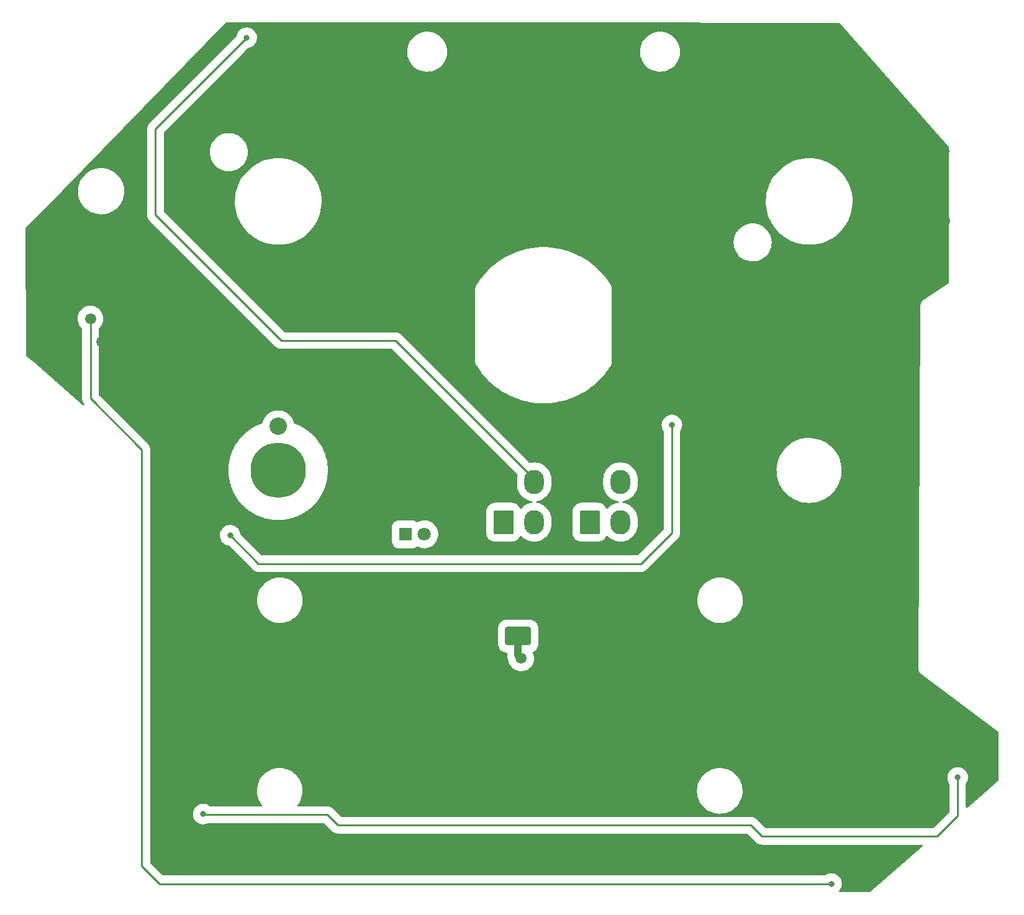
<source format=gbr>
%TF.GenerationSoftware,KiCad,Pcbnew,(6.0.9)*%
%TF.CreationDate,2022-12-26T19:41:24-09:00*%
%TF.ProjectId,PCB_ KY-58 PANEL,5043422c-204b-4592-9d35-382050414e45,rev?*%
%TF.SameCoordinates,Original*%
%TF.FileFunction,Copper,L2,Bot*%
%TF.FilePolarity,Positive*%
%FSLAX46Y46*%
G04 Gerber Fmt 4.6, Leading zero omitted, Abs format (unit mm)*
G04 Created by KiCad (PCBNEW (6.0.9)) date 2022-12-26 19:41:24*
%MOMM*%
%LPD*%
G01*
G04 APERTURE LIST*
G04 Aperture macros list*
%AMRoundRect*
0 Rectangle with rounded corners*
0 $1 Rounding radius*
0 $2 $3 $4 $5 $6 $7 $8 $9 X,Y pos of 4 corners*
0 Add a 4 corners polygon primitive as box body*
4,1,4,$2,$3,$4,$5,$6,$7,$8,$9,$2,$3,0*
0 Add four circle primitives for the rounded corners*
1,1,$1+$1,$2,$3*
1,1,$1+$1,$4,$5*
1,1,$1+$1,$6,$7*
1,1,$1+$1,$8,$9*
0 Add four rect primitives between the rounded corners*
20,1,$1+$1,$2,$3,$4,$5,0*
20,1,$1+$1,$4,$5,$6,$7,0*
20,1,$1+$1,$6,$7,$8,$9,0*
20,1,$1+$1,$8,$9,$2,$3,0*%
G04 Aperture macros list end*
%TA.AperFunction,ComponentPad*%
%ADD10RoundRect,0.250001X-1.099999X-1.399999X1.099999X-1.399999X1.099999X1.399999X-1.099999X1.399999X0*%
%TD*%
%TA.AperFunction,ComponentPad*%
%ADD11O,2.700000X3.300000*%
%TD*%
%TA.AperFunction,ComponentPad*%
%ADD12R,1.800000X1.800000*%
%TD*%
%TA.AperFunction,ComponentPad*%
%ADD13C,1.800000*%
%TD*%
%TA.AperFunction,SMDPad,CuDef*%
%ADD14RoundRect,0.250000X-1.500000X-1.000000X1.500000X-1.000000X1.500000X1.000000X-1.500000X1.000000X0*%
%TD*%
%TA.AperFunction,WasherPad*%
%ADD15C,2.381250*%
%TD*%
%TA.AperFunction,WasherPad*%
%ADD16C,7.540752*%
%TD*%
%TA.AperFunction,ViaPad*%
%ADD17C,1.500000*%
%TD*%
%TA.AperFunction,ViaPad*%
%ADD18C,0.800000*%
%TD*%
%TA.AperFunction,Conductor*%
%ADD19C,1.000000*%
%TD*%
%TA.AperFunction,Conductor*%
%ADD20C,0.250000*%
%TD*%
G04 APERTURE END LIST*
D10*
%TO.P,J2,1,Pin_1*%
%TO.N,/LED+5V*%
X158242000Y-101343000D03*
D11*
%TO.P,J2,2,Pin_2*%
X162442000Y-101343000D03*
%TO.P,J2,3,Pin_3*%
%TO.N,/LEDGND*%
X158242000Y-95843000D03*
%TO.P,J2,4,Pin_4*%
%TO.N,/DATAOUT*%
X162442000Y-95843000D03*
%TD*%
D10*
%TO.P,J1,1,Pin_1*%
%TO.N,/LED+5V*%
X146482000Y-101343000D03*
D11*
%TO.P,J1,2,Pin_2*%
X150682000Y-101343000D03*
%TO.P,J1,3,Pin_3*%
%TO.N,/LEDGND*%
X146482000Y-95843000D03*
%TO.P,J1,4,Pin_4*%
%TO.N,/DATAIN*%
X150682000Y-95843000D03*
%TD*%
D12*
%TO.P,D1,1,K*%
%TO.N,Net-(D1-Pad1)*%
X133147000Y-102997000D03*
D13*
%TO.P,D1,2,A*%
%TO.N,/LED+5V*%
X135687000Y-102997000D03*
%TD*%
D14*
%TO.P,C1,1*%
%TO.N,/LED+5V*%
X148491000Y-116891000D03*
%TO.P,C1,2*%
%TO.N,/LEDGND*%
X154991000Y-116891000D03*
%TD*%
D15*
%TO.P,REF\u002A\u002A,*%
%TO.N,*%
X115760258Y-88278977D03*
D16*
X115760258Y-94278977D03*
%TD*%
D17*
%TO.N,/LED+5V*%
X148902500Y-119928800D03*
D18*
%TO.N,/DATAIN*%
X111475000Y-35225000D03*
D17*
%TO.N,/LEDGND*%
X172000000Y-127600000D03*
X211860000Y-137130000D03*
X171930000Y-148633000D03*
X181278000Y-148688000D03*
X145160000Y-148430000D03*
X178275000Y-52425000D03*
X168427000Y-137592000D03*
X187700000Y-70100000D03*
X128050000Y-61050000D03*
X195804000Y-148468000D03*
X199450000Y-53900000D03*
X201656000Y-76962000D03*
X108725000Y-59425000D03*
X186675000Y-88975000D03*
X132953000Y-47954800D03*
X199352000Y-45027800D03*
X108875000Y-97375000D03*
X128692000Y-83327200D03*
X104575000Y-50975000D03*
X206652000Y-60213900D03*
X135025000Y-62675000D03*
X206536000Y-50728600D03*
X125790000Y-148630000D03*
X119675000Y-104725000D03*
X176337500Y-58587500D03*
X183325000Y-105975000D03*
X175750000Y-98900000D03*
X187850000Y-44950000D03*
X129875000Y-98575000D03*
X128755000Y-103000000D03*
X120300000Y-45225000D03*
X176350000Y-107480000D03*
X183100000Y-97575000D03*
X120603200Y-81715500D03*
X114240000Y-148550000D03*
X91688500Y-76758400D03*
X91275000Y-65275000D03*
X103200000Y-127900000D03*
X153766520Y-148269960D03*
X146392000Y-127792000D03*
X180200000Y-127700000D03*
X179575000Y-67950000D03*
X195550000Y-70150000D03*
X206111000Y-68552100D03*
X112560000Y-85350000D03*
X121280000Y-148550000D03*
X127127000Y-127973000D03*
X137100000Y-127700000D03*
X188759000Y-126277540D03*
X104200000Y-148470000D03*
X194597000Y-131557000D03*
X188700000Y-138480000D03*
X204673000Y-135997000D03*
X114470000Y-38960000D03*
X150500000Y-59025000D03*
X137655000Y-138100000D03*
X120000000Y-128100000D03*
X194362582Y-48075000D03*
X184075000Y-51925000D03*
X199619000Y-124435000D03*
X112600000Y-128000000D03*
X179070000Y-75788500D03*
X201397000Y-138537000D03*
X161265000Y-137389000D03*
X194678000Y-79748400D03*
X188712000Y-148575000D03*
X177825000Y-90475000D03*
X124850000Y-37400000D03*
X161100000Y-127800000D03*
X153797000Y-137897000D03*
X157550000Y-58950000D03*
X186820000Y-79959200D03*
X138350000Y-148430000D03*
X129325000Y-91000000D03*
X121525000Y-49725000D03*
X144526000Y-137795000D03*
X153900000Y-127600000D03*
X160980120Y-148277580D03*
D18*
%TO.N,Net-(D50-Pad2)*%
X105549700Y-141183360D03*
X208412080Y-136177020D03*
%TO.N,Net-(D62-Pad2)*%
X191207699Y-150689001D03*
D17*
X90164920Y-73558400D03*
D18*
%TO.N,Net-(D26-Pad4)*%
X109225000Y-103125000D03*
X169450401Y-88074599D03*
%TD*%
D19*
%TO.N,/LED+5V*%
X148491000Y-119517300D02*
X148491000Y-116891000D01*
X148902500Y-119928800D02*
X148491000Y-119517300D01*
D20*
%TO.N,/DATAIN*%
X99050000Y-59400000D02*
X116225000Y-76575000D01*
X131775000Y-76575000D02*
X150682000Y-95482000D01*
X111475000Y-35225000D02*
X99050000Y-47650000D01*
X116225000Y-76575000D02*
X131775000Y-76575000D01*
X99050000Y-47650000D02*
X99050000Y-59400000D01*
X150682000Y-95482000D02*
X150682000Y-95843000D01*
%TO.N,Net-(D50-Pad2)*%
X181719220Y-144228820D02*
X205607920Y-144228820D01*
X208412080Y-141424660D02*
X208412080Y-136177020D01*
X122488960Y-141269720D02*
X105636060Y-141269720D01*
X105636060Y-141269720D02*
X105549700Y-141183360D01*
X122488960Y-141269720D02*
X123926600Y-142707360D01*
X180197760Y-142707360D02*
X181719220Y-144228820D01*
X123926600Y-142707360D02*
X180197760Y-142707360D01*
X205607920Y-144228820D02*
X208412080Y-141424660D01*
%TO.N,Net-(D62-Pad2)*%
X191207699Y-150689001D02*
X191207699Y-150689001D01*
X90164920Y-84444920D02*
X90164920Y-73558400D01*
X97188020Y-93761980D02*
X97188020Y-91468020D01*
X97188020Y-148305520D02*
X99571501Y-150689001D01*
X97188020Y-93593920D02*
X97188020Y-93761980D01*
X99571501Y-150689001D02*
X191207699Y-150689001D01*
X97188020Y-91468020D02*
X90164920Y-84444920D01*
X97188020Y-93761980D02*
X97188020Y-148305520D01*
%TO.N,Net-(D26-Pad4)*%
X109225000Y-103125000D02*
X109225000Y-103125000D01*
X113100000Y-107000000D02*
X109225000Y-103125000D01*
X165250000Y-107000000D02*
X113100000Y-107000000D01*
X169450401Y-102799599D02*
X165250000Y-107000000D01*
X169450401Y-88074599D02*
X169450401Y-102799599D01*
%TD*%
%TA.AperFunction,Conductor*%
%TO.N,/LEDGND*%
G36*
X154843824Y-33169559D02*
G01*
X192191637Y-33200085D01*
X192259741Y-33220143D01*
X192285982Y-33242685D01*
X207216634Y-50151288D01*
X207246730Y-50215590D01*
X207248185Y-50235076D01*
X207191367Y-68672334D01*
X207171156Y-68740393D01*
X207134690Y-68777162D01*
X205333601Y-69963817D01*
X203815837Y-70963802D01*
X203812217Y-70966099D01*
X203741572Y-71009270D01*
X203694948Y-71052792D01*
X203688581Y-71058347D01*
X203649415Y-71090266D01*
X203639151Y-71098631D01*
X203623137Y-71118251D01*
X203611508Y-71130680D01*
X203592990Y-71147966D01*
X203589294Y-71153173D01*
X203556077Y-71199964D01*
X203550952Y-71206693D01*
X203510629Y-71256097D01*
X203498887Y-71278537D01*
X203489994Y-71293053D01*
X203475332Y-71313706D01*
X203472761Y-71319543D01*
X203472756Y-71319552D01*
X203449625Y-71372068D01*
X203445956Y-71379694D01*
X203416395Y-71436189D01*
X203409403Y-71460541D01*
X203403610Y-71476545D01*
X203395975Y-71493878D01*
X203395972Y-71493888D01*
X203393403Y-71499720D01*
X203392059Y-71505953D01*
X203392058Y-71505955D01*
X203379959Y-71562053D01*
X203377897Y-71570262D01*
X203362061Y-71625413D01*
X203360299Y-71631551D01*
X203359807Y-71637914D01*
X203358347Y-71656797D01*
X203355891Y-71673644D01*
X203350550Y-71698407D01*
X203350266Y-71703231D01*
X203350265Y-71703238D01*
X203350255Y-71703413D01*
X203350158Y-71705064D01*
X203350147Y-71706713D01*
X203350147Y-71706723D01*
X203349780Y-71763525D01*
X203349408Y-71772418D01*
X203344631Y-71834203D01*
X203345428Y-71840529D01*
X203345428Y-71840533D01*
X203348054Y-71861378D01*
X203349039Y-71877941D01*
X203029828Y-121186008D01*
X203029315Y-121196582D01*
X203024397Y-121250766D01*
X203025111Y-121257116D01*
X203034668Y-121342143D01*
X203034892Y-121344295D01*
X203043592Y-121435834D01*
X203045437Y-121441858D01*
X203045525Y-121442426D01*
X203045693Y-121443202D01*
X203046130Y-121445308D01*
X203046258Y-121445954D01*
X203046396Y-121446483D01*
X203047101Y-121452751D01*
X203074313Y-121536435D01*
X203075542Y-121540213D01*
X203076194Y-121542278D01*
X203101248Y-121624080D01*
X203101250Y-121624086D01*
X203103117Y-121630180D01*
X203106135Y-121635709D01*
X203106334Y-121636242D01*
X203106639Y-121636934D01*
X203107483Y-121638891D01*
X203107765Y-121639559D01*
X203108006Y-121640050D01*
X203109956Y-121646045D01*
X203115230Y-121655324D01*
X203155428Y-121726046D01*
X203156481Y-121727938D01*
X203200505Y-121808586D01*
X203204575Y-121813397D01*
X203204862Y-121813856D01*
X203205296Y-121814466D01*
X203206527Y-121816230D01*
X203206945Y-121816840D01*
X203207281Y-121817273D01*
X203210395Y-121822752D01*
X203214600Y-121827553D01*
X203270975Y-121891919D01*
X203272388Y-121893560D01*
X203331777Y-121963766D01*
X203336731Y-121967660D01*
X203337651Y-121968625D01*
X203337657Y-121968619D01*
X203341121Y-121972009D01*
X203344313Y-121975654D01*
X203349423Y-121979939D01*
X203350740Y-121980931D01*
X203350764Y-121980950D01*
X203418309Y-122031823D01*
X203420364Y-122033403D01*
X203491571Y-122089380D01*
X203497279Y-122092235D01*
X203500811Y-122094474D01*
X203509153Y-122100246D01*
X213954855Y-129967820D01*
X213997235Y-130024781D01*
X214005046Y-130069462D01*
X213954379Y-136478947D01*
X213953552Y-136583542D01*
X213933012Y-136651503D01*
X213910143Y-136677704D01*
X211496010Y-138772789D01*
X209746165Y-140291376D01*
X209681607Y-140320919D01*
X209611325Y-140310869D01*
X209557634Y-140264417D01*
X209537580Y-140196215D01*
X209537580Y-137051427D01*
X209561257Y-136977901D01*
X209613639Y-136905003D01*
X209616657Y-136900803D01*
X209718695Y-136694345D01*
X209742771Y-136615103D01*
X209784139Y-136478947D01*
X209784140Y-136478941D01*
X209785643Y-136473995D01*
X209807489Y-136308057D01*
X209815265Y-136248991D01*
X209815265Y-136248985D01*
X209815702Y-136245669D01*
X209817380Y-136177020D01*
X209798510Y-135947498D01*
X209742406Y-135724140D01*
X209664421Y-135544786D01*
X209652636Y-135517681D01*
X209652634Y-135517678D01*
X209650576Y-135512944D01*
X209525485Y-135319583D01*
X209504854Y-135296909D01*
X209373970Y-135153071D01*
X209373969Y-135153070D01*
X209370492Y-135149249D01*
X209366441Y-135146050D01*
X209366437Y-135146046D01*
X209193815Y-135009717D01*
X209193810Y-135009713D01*
X209189761Y-135006516D01*
X209185245Y-135004023D01*
X209185242Y-135004021D01*
X208992669Y-134897715D01*
X208992665Y-134897713D01*
X208988145Y-134895218D01*
X208983276Y-134893494D01*
X208983272Y-134893492D01*
X208775933Y-134820069D01*
X208775929Y-134820068D01*
X208771058Y-134818343D01*
X208765965Y-134817436D01*
X208765962Y-134817435D01*
X208669787Y-134800304D01*
X208544330Y-134777957D01*
X208457882Y-134776901D01*
X208319221Y-134775206D01*
X208319219Y-134775206D01*
X208314051Y-134775143D01*
X208086405Y-134809978D01*
X207867504Y-134881526D01*
X207663229Y-134987865D01*
X207479064Y-135126139D01*
X207319957Y-135292636D01*
X207190179Y-135482883D01*
X207188003Y-135487572D01*
X207187999Y-135487578D01*
X207131433Y-135609440D01*
X207093216Y-135691772D01*
X207031672Y-135913693D01*
X207031123Y-135918830D01*
X207010056Y-136115956D01*
X207007199Y-136142685D01*
X207007496Y-136147837D01*
X207007496Y-136147841D01*
X207016734Y-136308057D01*
X207020456Y-136372600D01*
X207021593Y-136377646D01*
X207021594Y-136377652D01*
X207043306Y-136473995D01*
X207071086Y-136597262D01*
X207073028Y-136602044D01*
X207073029Y-136602048D01*
X207117892Y-136712532D01*
X207157729Y-136810638D01*
X207160432Y-136815048D01*
X207160433Y-136815051D01*
X207268012Y-136990604D01*
X207286580Y-137056439D01*
X207286580Y-140906272D01*
X207266578Y-140974393D01*
X207249675Y-140995367D01*
X205178627Y-143066415D01*
X205116315Y-143100441D01*
X205089532Y-143103320D01*
X182237608Y-143103320D01*
X182169487Y-143083318D01*
X182148513Y-143066415D01*
X181068349Y-141986251D01*
X181061241Y-141977833D01*
X181061023Y-141978021D01*
X181057099Y-141973475D01*
X181053634Y-141968590D01*
X181049311Y-141964451D01*
X181049307Y-141964447D01*
X180985607Y-141903468D01*
X180983643Y-141901545D01*
X180955663Y-141873565D01*
X180953348Y-141871653D01*
X180949802Y-141868724D01*
X180942912Y-141862596D01*
X180898495Y-141820076D01*
X180869817Y-141801559D01*
X180857947Y-141792872D01*
X180831630Y-141771139D01*
X180777664Y-141741654D01*
X180769748Y-141736945D01*
X180718071Y-141703578D01*
X180712507Y-141701336D01*
X180712502Y-141701333D01*
X180686420Y-141690822D01*
X180673108Y-141684529D01*
X180648431Y-141671047D01*
X180648428Y-141671046D01*
X180643159Y-141668167D01*
X180584579Y-141649415D01*
X180575908Y-141646285D01*
X180518873Y-141623299D01*
X180485379Y-141616758D01*
X180471119Y-141613096D01*
X180444325Y-141604519D01*
X180444321Y-141604518D01*
X180438616Y-141602692D01*
X180397834Y-141597793D01*
X180377549Y-141595356D01*
X180368429Y-141593919D01*
X180324966Y-141585432D01*
X180308089Y-141582136D01*
X180302446Y-141581860D01*
X180272743Y-141581860D01*
X180257715Y-141580961D01*
X180231330Y-141577791D01*
X180231326Y-141577791D01*
X180225383Y-141577077D01*
X180219408Y-141577500D01*
X180219404Y-141577500D01*
X180162283Y-141581545D01*
X180153383Y-141581860D01*
X124444987Y-141581860D01*
X124376866Y-141561858D01*
X124355892Y-141544955D01*
X123862513Y-141051575D01*
X123359549Y-140548611D01*
X123352441Y-140540193D01*
X123352223Y-140540381D01*
X123348299Y-140535835D01*
X123344834Y-140530950D01*
X123340511Y-140526811D01*
X123340507Y-140526807D01*
X123276806Y-140465827D01*
X123274842Y-140463904D01*
X123246863Y-140435925D01*
X123244548Y-140434013D01*
X123241002Y-140431084D01*
X123234112Y-140424956D01*
X123189695Y-140382436D01*
X123161017Y-140363919D01*
X123149147Y-140355232D01*
X123122830Y-140333499D01*
X123068864Y-140304014D01*
X123060948Y-140299305D01*
X123009271Y-140265938D01*
X123003707Y-140263696D01*
X123003702Y-140263693D01*
X122977620Y-140253182D01*
X122964308Y-140246889D01*
X122939631Y-140233407D01*
X122939628Y-140233406D01*
X122934359Y-140230527D01*
X122875779Y-140211775D01*
X122867108Y-140208645D01*
X122810073Y-140185659D01*
X122776579Y-140179118D01*
X122762319Y-140175456D01*
X122735525Y-140166879D01*
X122735521Y-140166878D01*
X122729816Y-140165052D01*
X122689034Y-140160153D01*
X122668749Y-140157716D01*
X122659629Y-140156279D01*
X122616166Y-140147792D01*
X122599289Y-140144496D01*
X122593646Y-140144220D01*
X122563943Y-140144220D01*
X122548915Y-140143321D01*
X122522530Y-140140151D01*
X122522526Y-140140151D01*
X122516583Y-140139437D01*
X122510608Y-140139860D01*
X122510604Y-140139860D01*
X122453483Y-140143905D01*
X122444583Y-140144220D01*
X118496636Y-140144220D01*
X118428515Y-140124218D01*
X118382022Y-140070562D01*
X118371918Y-140000288D01*
X118401904Y-139935143D01*
X118419860Y-139914668D01*
X118419868Y-139914658D01*
X118422219Y-139911977D01*
X118430645Y-139899832D01*
X118561652Y-139710984D01*
X118622929Y-139622653D01*
X118789598Y-139312468D01*
X118920081Y-138985410D01*
X119012701Y-138645683D01*
X119066268Y-138297655D01*
X119074851Y-138079200D01*
X172869908Y-138079200D01*
X172896004Y-138430358D01*
X172961684Y-138776304D01*
X173066104Y-139112592D01*
X173207921Y-139434897D01*
X173385313Y-139739076D01*
X173595999Y-140021219D01*
X173598443Y-140023817D01*
X173598448Y-140023823D01*
X173824096Y-140263693D01*
X173837270Y-140277697D01*
X173928846Y-140355222D01*
X174092681Y-140493918D01*
X174106024Y-140505214D01*
X174108988Y-140507194D01*
X174108990Y-140507196D01*
X174158374Y-140540193D01*
X174398807Y-140700845D01*
X174401989Y-140702484D01*
X174401991Y-140702485D01*
X174708670Y-140860436D01*
X174708675Y-140860438D01*
X174711853Y-140862075D01*
X174715194Y-140863341D01*
X174715199Y-140863343D01*
X174946696Y-140951049D01*
X175041139Y-140986830D01*
X175044603Y-140987710D01*
X175044607Y-140987711D01*
X175378963Y-141072627D01*
X175378971Y-141072629D01*
X175382430Y-141073507D01*
X175554152Y-141096878D01*
X175728347Y-141120585D01*
X175728354Y-141120586D01*
X175731340Y-141120992D01*
X175846081Y-141125500D01*
X176064198Y-141125500D01*
X176205756Y-141117462D01*
X176322992Y-141110805D01*
X176322999Y-141110804D01*
X176326560Y-141110602D01*
X176464883Y-141086834D01*
X176670082Y-141051575D01*
X176670090Y-141051573D01*
X176673600Y-141050970D01*
X176677025Y-141049972D01*
X176677028Y-141049971D01*
X177008221Y-140953436D01*
X177011659Y-140952434D01*
X177336390Y-140816263D01*
X177539556Y-140702485D01*
X177640502Y-140645953D01*
X177640507Y-140645950D01*
X177643619Y-140644207D01*
X177646515Y-140642122D01*
X177646520Y-140642119D01*
X177806697Y-140526807D01*
X177929395Y-140438477D01*
X177934310Y-140434013D01*
X178187405Y-140204118D01*
X178187406Y-140204117D01*
X178190046Y-140201719D01*
X178422219Y-139936977D01*
X178454631Y-139890256D01*
X178578995Y-139710984D01*
X178622929Y-139647653D01*
X178789598Y-139337468D01*
X178920081Y-139010410D01*
X179012701Y-138670683D01*
X179066268Y-138322655D01*
X179075833Y-138079200D01*
X179079952Y-137974370D01*
X179079952Y-137974365D01*
X179080092Y-137970800D01*
X179053996Y-137619642D01*
X178988316Y-137273696D01*
X178980554Y-137248696D01*
X178908934Y-137018043D01*
X178883896Y-136937408D01*
X178869638Y-136905003D01*
X178743522Y-136618382D01*
X178743520Y-136618379D01*
X178742079Y-136615103D01*
X178564687Y-136310924D01*
X178354001Y-136028781D01*
X178351557Y-136026183D01*
X178351552Y-136026177D01*
X178115180Y-135774907D01*
X178115176Y-135774904D01*
X178112730Y-135772303D01*
X177922809Y-135611523D01*
X177846698Y-135547090D01*
X177846694Y-135547087D01*
X177843976Y-135544786D01*
X177803411Y-135517681D01*
X177554170Y-135351144D01*
X177554168Y-135351143D01*
X177551193Y-135349155D01*
X177502208Y-135323926D01*
X177241330Y-135189564D01*
X177241325Y-135189562D01*
X177238147Y-135187925D01*
X177234806Y-135186659D01*
X177234801Y-135186657D01*
X176912205Y-135064437D01*
X176912206Y-135064437D01*
X176908861Y-135063170D01*
X176905397Y-135062290D01*
X176905393Y-135062289D01*
X176571037Y-134977373D01*
X176571029Y-134977371D01*
X176567570Y-134976493D01*
X176380334Y-134951011D01*
X176221653Y-134929415D01*
X176221646Y-134929414D01*
X176218660Y-134929008D01*
X176103919Y-134924500D01*
X175885802Y-134924500D01*
X175744244Y-134932538D01*
X175627008Y-134939195D01*
X175627001Y-134939196D01*
X175623440Y-134939398D01*
X175485117Y-134963166D01*
X175279918Y-134998425D01*
X175279910Y-134998427D01*
X175276400Y-134999030D01*
X175272975Y-135000028D01*
X175272972Y-135000029D01*
X175145140Y-135037289D01*
X174938341Y-135097566D01*
X174935039Y-135098951D01*
X174935038Y-135098951D01*
X174785501Y-135161657D01*
X174613610Y-135233737D01*
X174515111Y-135288899D01*
X174309498Y-135404047D01*
X174309493Y-135404050D01*
X174306381Y-135405793D01*
X174303485Y-135407878D01*
X174303480Y-135407881D01*
X174192775Y-135487578D01*
X174020605Y-135611523D01*
X174017969Y-135613917D01*
X174017967Y-135613919D01*
X173840733Y-135774907D01*
X173759954Y-135848281D01*
X173757603Y-135850962D01*
X173552057Y-136085342D01*
X173527781Y-136113023D01*
X173327071Y-136402347D01*
X173160402Y-136712532D01*
X173029919Y-137039590D01*
X172937299Y-137379317D01*
X172883732Y-137727345D01*
X172883592Y-137730909D01*
X172874027Y-137974370D01*
X172869908Y-138079200D01*
X119074851Y-138079200D01*
X119075833Y-138054200D01*
X119079952Y-137949370D01*
X119079952Y-137949365D01*
X119080092Y-137945800D01*
X119053996Y-137594642D01*
X118988316Y-137248696D01*
X118977240Y-137213023D01*
X118892718Y-136940820D01*
X118883896Y-136912408D01*
X118878790Y-136900803D01*
X118743522Y-136593382D01*
X118743520Y-136593379D01*
X118742079Y-136590103D01*
X118564687Y-136285924D01*
X118354001Y-136003781D01*
X118351557Y-136001183D01*
X118351552Y-136001177D01*
X118115180Y-135749907D01*
X118115176Y-135749904D01*
X118112730Y-135747303D01*
X117994308Y-135647051D01*
X117846698Y-135522090D01*
X117846694Y-135522087D01*
X117843976Y-135519786D01*
X117795774Y-135487578D01*
X117554170Y-135326144D01*
X117554168Y-135326143D01*
X117551193Y-135324155D01*
X117542316Y-135319583D01*
X117241330Y-135164564D01*
X117241325Y-135164562D01*
X117238147Y-135162925D01*
X117234806Y-135161659D01*
X117234801Y-135161657D01*
X116912205Y-135039437D01*
X116912206Y-135039437D01*
X116908861Y-135038170D01*
X116905397Y-135037290D01*
X116905393Y-135037289D01*
X116571037Y-134952373D01*
X116571029Y-134952371D01*
X116567570Y-134951493D01*
X116395848Y-134928122D01*
X116221653Y-134904415D01*
X116221646Y-134904414D01*
X116218660Y-134904008D01*
X116103919Y-134899500D01*
X115885802Y-134899500D01*
X115744244Y-134907538D01*
X115627008Y-134914195D01*
X115627001Y-134914196D01*
X115623440Y-134914398D01*
X115536046Y-134929415D01*
X115279918Y-134973425D01*
X115279910Y-134973427D01*
X115276400Y-134974030D01*
X115272975Y-134975028D01*
X115272972Y-134975029D01*
X115187202Y-135000029D01*
X114938341Y-135072566D01*
X114613610Y-135208737D01*
X114470470Y-135288899D01*
X114309498Y-135379047D01*
X114309493Y-135379050D01*
X114306381Y-135380793D01*
X114303485Y-135382878D01*
X114303480Y-135382881D01*
X114170513Y-135478604D01*
X114020605Y-135586523D01*
X114017969Y-135588917D01*
X114017967Y-135588919D01*
X113813210Y-135774907D01*
X113759954Y-135823281D01*
X113527781Y-136088023D01*
X113327071Y-136377347D01*
X113160402Y-136687532D01*
X113029919Y-137014590D01*
X112937299Y-137354317D01*
X112883732Y-137702345D01*
X112883592Y-137705909D01*
X112873325Y-137967240D01*
X112869908Y-138054200D01*
X112896004Y-138405358D01*
X112961684Y-138751304D01*
X112962742Y-138754713D01*
X112962744Y-138754719D01*
X112970507Y-138779719D01*
X113066104Y-139087592D01*
X113067545Y-139090867D01*
X113176052Y-139337468D01*
X113207921Y-139409897D01*
X113385313Y-139714076D01*
X113403981Y-139739076D01*
X113556132Y-139942831D01*
X113580864Y-140009381D01*
X113565690Y-140078737D01*
X113515428Y-140128879D01*
X113455174Y-140144220D01*
X106537471Y-140144220D01*
X106469350Y-140124218D01*
X106459379Y-140117102D01*
X106331435Y-140016057D01*
X106331430Y-140016053D01*
X106327381Y-140012856D01*
X106322865Y-140010363D01*
X106322862Y-140010361D01*
X106130289Y-139904055D01*
X106130285Y-139904053D01*
X106125765Y-139901558D01*
X106120896Y-139899834D01*
X106120892Y-139899832D01*
X105913553Y-139826409D01*
X105913549Y-139826408D01*
X105908678Y-139824683D01*
X105903585Y-139823776D01*
X105903582Y-139823775D01*
X105807407Y-139806644D01*
X105681950Y-139784297D01*
X105595502Y-139783241D01*
X105456841Y-139781546D01*
X105456839Y-139781546D01*
X105451671Y-139781483D01*
X105224025Y-139816318D01*
X105005124Y-139887866D01*
X104800849Y-139994205D01*
X104616684Y-140132479D01*
X104457577Y-140298976D01*
X104454663Y-140303248D01*
X104454662Y-140303249D01*
X104419208Y-140355222D01*
X104327799Y-140489223D01*
X104325623Y-140493912D01*
X104325619Y-140493918D01*
X104255047Y-140645953D01*
X104230836Y-140698112D01*
X104169292Y-140920033D01*
X104168743Y-140925170D01*
X104148904Y-141110805D01*
X104144819Y-141149025D01*
X104158076Y-141378940D01*
X104159213Y-141383986D01*
X104159214Y-141383992D01*
X104191138Y-141525649D01*
X104208706Y-141603602D01*
X104210648Y-141608384D01*
X104210649Y-141608388D01*
X104287465Y-141797562D01*
X104295349Y-141816978D01*
X104415679Y-142013338D01*
X104566463Y-142187408D01*
X104743653Y-142334514D01*
X104942490Y-142450705D01*
X105157634Y-142532861D01*
X105162700Y-142533892D01*
X105162701Y-142533892D01*
X105263397Y-142554378D01*
X105383307Y-142578774D01*
X105513052Y-142583532D01*
X105608285Y-142587024D01*
X105608289Y-142587024D01*
X105613449Y-142587213D01*
X105618569Y-142586557D01*
X105618571Y-142586557D01*
X105687972Y-142577667D01*
X105841878Y-142557951D01*
X105846826Y-142556466D01*
X105846833Y-142556465D01*
X106057511Y-142493258D01*
X106057510Y-142493258D01*
X106062461Y-142491773D01*
X106233322Y-142408069D01*
X106288754Y-142395220D01*
X121970572Y-142395220D01*
X122038693Y-142415222D01*
X122059667Y-142432125D01*
X123056011Y-143428468D01*
X123063122Y-143436889D01*
X123063340Y-143436701D01*
X123067255Y-143441237D01*
X123070726Y-143446130D01*
X123075057Y-143450276D01*
X123138776Y-143511274D01*
X123140740Y-143513197D01*
X123168698Y-143541155D01*
X123171004Y-143543059D01*
X123171017Y-143543071D01*
X123174550Y-143545988D01*
X123181443Y-143552118D01*
X123225865Y-143594644D01*
X123246727Y-143608114D01*
X123254537Y-143613157D01*
X123266420Y-143621854D01*
X123292730Y-143643581D01*
X123346693Y-143673064D01*
X123354612Y-143677775D01*
X123406289Y-143711142D01*
X123411853Y-143713384D01*
X123411858Y-143713387D01*
X123437940Y-143723898D01*
X123451252Y-143730191D01*
X123475929Y-143743673D01*
X123475932Y-143743674D01*
X123481201Y-143746553D01*
X123539779Y-143765304D01*
X123548452Y-143768435D01*
X123605487Y-143791421D01*
X123638980Y-143797962D01*
X123653241Y-143801624D01*
X123680035Y-143810201D01*
X123680039Y-143810202D01*
X123685744Y-143812028D01*
X123726526Y-143816927D01*
X123746811Y-143819364D01*
X123755931Y-143820801D01*
X123799394Y-143829288D01*
X123816271Y-143832584D01*
X123821914Y-143832860D01*
X123851617Y-143832860D01*
X123866645Y-143833759D01*
X123893030Y-143836929D01*
X123893034Y-143836929D01*
X123898977Y-143837643D01*
X123904952Y-143837220D01*
X123904956Y-143837220D01*
X123962077Y-143833175D01*
X123970977Y-143832860D01*
X179679372Y-143832860D01*
X179747493Y-143852862D01*
X179768467Y-143869765D01*
X180848631Y-144949929D01*
X180855739Y-144958347D01*
X180855957Y-144958159D01*
X180859881Y-144962705D01*
X180863346Y-144967590D01*
X180867669Y-144971729D01*
X180867673Y-144971733D01*
X180931373Y-145032712D01*
X180933337Y-145034635D01*
X180961317Y-145062615D01*
X180963630Y-145064526D01*
X180963632Y-145064527D01*
X180967178Y-145067456D01*
X180974063Y-145073579D01*
X181018485Y-145116104D01*
X181023526Y-145119359D01*
X181047160Y-145134619D01*
X181059033Y-145143308D01*
X181085350Y-145165041D01*
X181139313Y-145194524D01*
X181147232Y-145199235D01*
X181198909Y-145232602D01*
X181204473Y-145234844D01*
X181204478Y-145234847D01*
X181230560Y-145245358D01*
X181243872Y-145251651D01*
X181268555Y-145265137D01*
X181268564Y-145265141D01*
X181273821Y-145268013D01*
X181279529Y-145269840D01*
X181279531Y-145269841D01*
X181332385Y-145286759D01*
X181341072Y-145289895D01*
X181398107Y-145312881D01*
X181403989Y-145314030D01*
X181403990Y-145314030D01*
X181431606Y-145319423D01*
X181445860Y-145323083D01*
X181478364Y-145333487D01*
X181539412Y-145340820D01*
X181548536Y-145342257D01*
X181604435Y-145353174D01*
X181604438Y-145353174D01*
X181608891Y-145354044D01*
X181614534Y-145354320D01*
X181644245Y-145354320D01*
X181659273Y-145355219D01*
X181685650Y-145358388D01*
X181685654Y-145358388D01*
X181691597Y-145359102D01*
X181697572Y-145358679D01*
X181697575Y-145358679D01*
X181740607Y-145355632D01*
X181754685Y-145354635D01*
X181763582Y-145354320D01*
X203574790Y-145354320D01*
X203642911Y-145374322D01*
X203689404Y-145427978D01*
X203699508Y-145498252D01*
X203670014Y-145562832D01*
X203657377Y-145575479D01*
X196451503Y-151829035D01*
X196386945Y-151858578D01*
X196369033Y-151859874D01*
X192318351Y-151863475D01*
X192250214Y-151843533D01*
X192203673Y-151789919D01*
X192193507Y-151719654D01*
X192222942Y-151655047D01*
X192229300Y-151648224D01*
X192252382Y-151625222D01*
X192277889Y-151599804D01*
X192412276Y-151412784D01*
X192514314Y-151206326D01*
X192529811Y-151155321D01*
X192579758Y-150990928D01*
X192579759Y-150990922D01*
X192581262Y-150985976D01*
X192611321Y-150757650D01*
X192612999Y-150689001D01*
X192594129Y-150459479D01*
X192538025Y-150236121D01*
X192446195Y-150024925D01*
X192321104Y-149831564D01*
X192166111Y-149661230D01*
X192162060Y-149658031D01*
X192162056Y-149658027D01*
X191989434Y-149521698D01*
X191989429Y-149521694D01*
X191985380Y-149518497D01*
X191980864Y-149516004D01*
X191980861Y-149516002D01*
X191788288Y-149409696D01*
X191788284Y-149409694D01*
X191783764Y-149407199D01*
X191778895Y-149405475D01*
X191778891Y-149405473D01*
X191571552Y-149332050D01*
X191571548Y-149332049D01*
X191566677Y-149330324D01*
X191561584Y-149329417D01*
X191561581Y-149329416D01*
X191465406Y-149312285D01*
X191339949Y-149289938D01*
X191253501Y-149288882D01*
X191114840Y-149287187D01*
X191114838Y-149287187D01*
X191109670Y-149287124D01*
X190882024Y-149321959D01*
X190663123Y-149393507D01*
X190658531Y-149395897D01*
X190658532Y-149395897D01*
X190479645Y-149489020D01*
X190458848Y-149499846D01*
X190454715Y-149502949D01*
X190454712Y-149502951D01*
X190407684Y-149538261D01*
X190341199Y-149563167D01*
X190332031Y-149563501D01*
X100089889Y-149563501D01*
X100021768Y-149543499D01*
X100000794Y-149526596D01*
X98350425Y-147876227D01*
X98316399Y-147813915D01*
X98313520Y-147787132D01*
X98313520Y-117953138D01*
X145740500Y-117953138D01*
X145751949Y-118093902D01*
X145807463Y-118310113D01*
X145900386Y-118513075D01*
X146027783Y-118696375D01*
X146185625Y-118854217D01*
X146190231Y-118857418D01*
X146190233Y-118857420D01*
X146364319Y-118978413D01*
X146368925Y-118981614D01*
X146495085Y-119039374D01*
X146566782Y-119072200D01*
X146566784Y-119072201D01*
X146571887Y-119074537D01*
X146788098Y-119130051D01*
X146867208Y-119136485D01*
X146874715Y-119137096D01*
X146940990Y-119162554D01*
X146982980Y-119219803D01*
X146990500Y-119262681D01*
X146990500Y-119401568D01*
X146989243Y-119419321D01*
X146989129Y-119420125D01*
X146988007Y-119428006D01*
X146988124Y-119433168D01*
X146988124Y-119433171D01*
X146990468Y-119536450D01*
X146990500Y-119539309D01*
X146990500Y-119579854D01*
X146990710Y-119582409D01*
X146990711Y-119582433D01*
X146991509Y-119592139D01*
X146991901Y-119599598D01*
X146993605Y-119674682D01*
X146994563Y-119679754D01*
X146994564Y-119679760D01*
X147000684Y-119712147D01*
X147002451Y-119725216D01*
X147005575Y-119763211D01*
X147006835Y-119768226D01*
X147023869Y-119836046D01*
X147025474Y-119843345D01*
X147039417Y-119917133D01*
X147041192Y-119921984D01*
X147041193Y-119921987D01*
X147052518Y-119952933D01*
X147056395Y-119965536D01*
X147065684Y-120002517D01*
X147080924Y-120037567D01*
X147095629Y-120071387D01*
X147098404Y-120078325D01*
X147124211Y-120148845D01*
X147126762Y-120153353D01*
X147142983Y-120182024D01*
X147148869Y-120193828D01*
X147164072Y-120228793D01*
X147166876Y-120233127D01*
X147166879Y-120233133D01*
X147170084Y-120238087D01*
X147187867Y-120281941D01*
X147188133Y-120283276D01*
X147210935Y-120397912D01*
X147298855Y-120642789D01*
X147422004Y-120871980D01*
X147424799Y-120875723D01*
X147424801Y-120875726D01*
X147574885Y-121076713D01*
X147574890Y-121076719D01*
X147577677Y-121080451D01*
X147580986Y-121083731D01*
X147580991Y-121083737D01*
X147749484Y-121250766D01*
X147762454Y-121263623D01*
X147766216Y-121266381D01*
X147766219Y-121266384D01*
X147878832Y-121348955D01*
X147972275Y-121417470D01*
X147976410Y-121419646D01*
X147976414Y-121419648D01*
X148102274Y-121485866D01*
X148202533Y-121538615D01*
X148448167Y-121624394D01*
X148452760Y-121625266D01*
X148699193Y-121672053D01*
X148699196Y-121672053D01*
X148703782Y-121672924D01*
X148833773Y-121678032D01*
X148959095Y-121682956D01*
X148959101Y-121682956D01*
X148963763Y-121683139D01*
X149064989Y-121672053D01*
X149217745Y-121655324D01*
X149217750Y-121655323D01*
X149222398Y-121654814D01*
X149255705Y-121646045D01*
X149469482Y-121589762D01*
X149469484Y-121589761D01*
X149474005Y-121588571D01*
X149581755Y-121542278D01*
X149708763Y-121487711D01*
X149708765Y-121487710D01*
X149713057Y-121485866D01*
X149934303Y-121348955D01*
X150114294Y-121196582D01*
X150129309Y-121183871D01*
X150129311Y-121183869D01*
X150132882Y-121180846D01*
X150304431Y-120985231D01*
X150445183Y-120766408D01*
X150552044Y-120529185D01*
X150553314Y-120524682D01*
X150621398Y-120283276D01*
X150621399Y-120283273D01*
X150622668Y-120278772D01*
X150648167Y-120078327D01*
X150655104Y-120023801D01*
X150655104Y-120023797D01*
X150655502Y-120020671D01*
X150655854Y-120007254D01*
X150657825Y-119931960D01*
X150657908Y-119928800D01*
X150656663Y-119912053D01*
X150638972Y-119673986D01*
X150638971Y-119673982D01*
X150638626Y-119669334D01*
X150581205Y-119415568D01*
X150486905Y-119173077D01*
X150488312Y-119172530D01*
X150478078Y-119108929D01*
X150506485Y-119043864D01*
X150550627Y-119010205D01*
X150607974Y-118983950D01*
X150607979Y-118983947D01*
X150613075Y-118981614D01*
X150617681Y-118978413D01*
X150791767Y-118857420D01*
X150791769Y-118857418D01*
X150796375Y-118854217D01*
X150954217Y-118696375D01*
X151081614Y-118513075D01*
X151174537Y-118310113D01*
X151230051Y-118093902D01*
X151241500Y-117953138D01*
X151241500Y-115828862D01*
X151230051Y-115688098D01*
X151174537Y-115471887D01*
X151081614Y-115268925D01*
X151078413Y-115264319D01*
X150957420Y-115090233D01*
X150957418Y-115090231D01*
X150954217Y-115085625D01*
X150796375Y-114927783D01*
X150791769Y-114924582D01*
X150791767Y-114924580D01*
X150617681Y-114803587D01*
X150617679Y-114803586D01*
X150613075Y-114800386D01*
X150486915Y-114742626D01*
X150415218Y-114709800D01*
X150415216Y-114709799D01*
X150410113Y-114707463D01*
X150193902Y-114651949D01*
X150129768Y-114646733D01*
X150055689Y-114640707D01*
X150055677Y-114640707D01*
X150053138Y-114640500D01*
X146928862Y-114640500D01*
X146926323Y-114640707D01*
X146926311Y-114640707D01*
X146852232Y-114646733D01*
X146788098Y-114651949D01*
X146571887Y-114707463D01*
X146566784Y-114709799D01*
X146566782Y-114709800D01*
X146495085Y-114742626D01*
X146368925Y-114800386D01*
X146364321Y-114803586D01*
X146364319Y-114803587D01*
X146190233Y-114924580D01*
X146190231Y-114924582D01*
X146185625Y-114927783D01*
X146027783Y-115085625D01*
X146024582Y-115090231D01*
X146024580Y-115090233D01*
X145903587Y-115264319D01*
X145900386Y-115268925D01*
X145807463Y-115471887D01*
X145751949Y-115688098D01*
X145740500Y-115828862D01*
X145740500Y-117953138D01*
X98313520Y-117953138D01*
X98313520Y-112054200D01*
X112894908Y-112054200D01*
X112921004Y-112405358D01*
X112986684Y-112751304D01*
X113091104Y-113087592D01*
X113232921Y-113409897D01*
X113410313Y-113714076D01*
X113620999Y-113996219D01*
X113623443Y-113998817D01*
X113623448Y-113998823D01*
X113859820Y-114250093D01*
X113862270Y-114252697D01*
X113864999Y-114255007D01*
X114054652Y-114415560D01*
X114131024Y-114480214D01*
X114133988Y-114482194D01*
X114133990Y-114482196D01*
X114420830Y-114673856D01*
X114423807Y-114675845D01*
X114426989Y-114677484D01*
X114426991Y-114677485D01*
X114733670Y-114835436D01*
X114733675Y-114835438D01*
X114736853Y-114837075D01*
X114740194Y-114838341D01*
X114740199Y-114838343D01*
X114967819Y-114924580D01*
X115066139Y-114961830D01*
X115069603Y-114962710D01*
X115069607Y-114962711D01*
X115403963Y-115047627D01*
X115403971Y-115047629D01*
X115407430Y-115048507D01*
X115579152Y-115071878D01*
X115753347Y-115095585D01*
X115753354Y-115095586D01*
X115756340Y-115095992D01*
X115871081Y-115100500D01*
X116089198Y-115100500D01*
X116230756Y-115092462D01*
X116347992Y-115085805D01*
X116347999Y-115085804D01*
X116351560Y-115085602D01*
X116489883Y-115061834D01*
X116695082Y-115026575D01*
X116695090Y-115026573D01*
X116698600Y-115025970D01*
X116702025Y-115024972D01*
X116702028Y-115024971D01*
X117033221Y-114928436D01*
X117036659Y-114927434D01*
X117345203Y-114798051D01*
X117358092Y-114792646D01*
X117361390Y-114791263D01*
X117564556Y-114677485D01*
X117665502Y-114620953D01*
X117665507Y-114620950D01*
X117668619Y-114619207D01*
X117671515Y-114617122D01*
X117671520Y-114617119D01*
X117818239Y-114511496D01*
X117954395Y-114413477D01*
X118128858Y-114255007D01*
X118212405Y-114179118D01*
X118212406Y-114179117D01*
X118215046Y-114176719D01*
X118447219Y-113911977D01*
X118647929Y-113622653D01*
X118814598Y-113312468D01*
X118945081Y-112985410D01*
X119037701Y-112645683D01*
X119091268Y-112297655D01*
X119100833Y-112054200D01*
X172919908Y-112054200D01*
X172946004Y-112405358D01*
X173011684Y-112751304D01*
X173116104Y-113087592D01*
X173257921Y-113409897D01*
X173435313Y-113714076D01*
X173645999Y-113996219D01*
X173648443Y-113998817D01*
X173648448Y-113998823D01*
X173884820Y-114250093D01*
X173887270Y-114252697D01*
X173889999Y-114255007D01*
X174079652Y-114415560D01*
X174156024Y-114480214D01*
X174158988Y-114482194D01*
X174158990Y-114482196D01*
X174445830Y-114673856D01*
X174448807Y-114675845D01*
X174451989Y-114677484D01*
X174451991Y-114677485D01*
X174758670Y-114835436D01*
X174758675Y-114835438D01*
X174761853Y-114837075D01*
X174765194Y-114838341D01*
X174765199Y-114838343D01*
X174992819Y-114924580D01*
X175091139Y-114961830D01*
X175094603Y-114962710D01*
X175094607Y-114962711D01*
X175428963Y-115047627D01*
X175428971Y-115047629D01*
X175432430Y-115048507D01*
X175604152Y-115071878D01*
X175778347Y-115095585D01*
X175778354Y-115095586D01*
X175781340Y-115095992D01*
X175896081Y-115100500D01*
X176114198Y-115100500D01*
X176255756Y-115092462D01*
X176372992Y-115085805D01*
X176372999Y-115085804D01*
X176376560Y-115085602D01*
X176514883Y-115061834D01*
X176720082Y-115026575D01*
X176720090Y-115026573D01*
X176723600Y-115025970D01*
X176727025Y-115024972D01*
X176727028Y-115024971D01*
X177058221Y-114928436D01*
X177061659Y-114927434D01*
X177370203Y-114798051D01*
X177383092Y-114792646D01*
X177386390Y-114791263D01*
X177589556Y-114677485D01*
X177690502Y-114620953D01*
X177690507Y-114620950D01*
X177693619Y-114619207D01*
X177696515Y-114617122D01*
X177696520Y-114617119D01*
X177843239Y-114511496D01*
X177979395Y-114413477D01*
X178153858Y-114255007D01*
X178237405Y-114179118D01*
X178237406Y-114179117D01*
X178240046Y-114176719D01*
X178472219Y-113911977D01*
X178672929Y-113622653D01*
X178839598Y-113312468D01*
X178970081Y-112985410D01*
X179062701Y-112645683D01*
X179116268Y-112297655D01*
X179125833Y-112054200D01*
X179129952Y-111949370D01*
X179129952Y-111949365D01*
X179130092Y-111945800D01*
X179103996Y-111594642D01*
X179038316Y-111248696D01*
X178933896Y-110912408D01*
X178792079Y-110590103D01*
X178614687Y-110285924D01*
X178404001Y-110003781D01*
X178401557Y-110001183D01*
X178401552Y-110001177D01*
X178165180Y-109749907D01*
X178165176Y-109749904D01*
X178162730Y-109747303D01*
X177972809Y-109586523D01*
X177896698Y-109522090D01*
X177896694Y-109522087D01*
X177893976Y-109519786D01*
X177601193Y-109324155D01*
X177598009Y-109322515D01*
X177291330Y-109164564D01*
X177291325Y-109164562D01*
X177288147Y-109162925D01*
X177284806Y-109161659D01*
X177284801Y-109161657D01*
X176962205Y-109039437D01*
X176962206Y-109039437D01*
X176958861Y-109038170D01*
X176955397Y-109037290D01*
X176955393Y-109037289D01*
X176621037Y-108952373D01*
X176621029Y-108952371D01*
X176617570Y-108951493D01*
X176445848Y-108928122D01*
X176271653Y-108904415D01*
X176271646Y-108904414D01*
X176268660Y-108904008D01*
X176153919Y-108899500D01*
X175935802Y-108899500D01*
X175794244Y-108907538D01*
X175677008Y-108914195D01*
X175677001Y-108914196D01*
X175673440Y-108914398D01*
X175535117Y-108938166D01*
X175329918Y-108973425D01*
X175329910Y-108973427D01*
X175326400Y-108974030D01*
X175322975Y-108975028D01*
X175322972Y-108975029D01*
X175109370Y-109037289D01*
X174988341Y-109072566D01*
X174663610Y-109208737D01*
X174509995Y-109294765D01*
X174359498Y-109379047D01*
X174359493Y-109379050D01*
X174356381Y-109380793D01*
X174353485Y-109382878D01*
X174353480Y-109382881D01*
X174206761Y-109488504D01*
X174070605Y-109586523D01*
X174067969Y-109588917D01*
X174067967Y-109588919D01*
X173890733Y-109749907D01*
X173809954Y-109823281D01*
X173577781Y-110088023D01*
X173377071Y-110377347D01*
X173210402Y-110687532D01*
X173079919Y-111014590D01*
X172987299Y-111354317D01*
X172933732Y-111702345D01*
X172933592Y-111705909D01*
X172924027Y-111949370D01*
X172919908Y-112054200D01*
X119100833Y-112054200D01*
X119104952Y-111949370D01*
X119104952Y-111949365D01*
X119105092Y-111945800D01*
X119078996Y-111594642D01*
X119013316Y-111248696D01*
X118908896Y-110912408D01*
X118767079Y-110590103D01*
X118589687Y-110285924D01*
X118379001Y-110003781D01*
X118376557Y-110001183D01*
X118376552Y-110001177D01*
X118140180Y-109749907D01*
X118140176Y-109749904D01*
X118137730Y-109747303D01*
X117947809Y-109586523D01*
X117871698Y-109522090D01*
X117871694Y-109522087D01*
X117868976Y-109519786D01*
X117576193Y-109324155D01*
X117573009Y-109322515D01*
X117266330Y-109164564D01*
X117266325Y-109164562D01*
X117263147Y-109162925D01*
X117259806Y-109161659D01*
X117259801Y-109161657D01*
X116937205Y-109039437D01*
X116937206Y-109039437D01*
X116933861Y-109038170D01*
X116930397Y-109037290D01*
X116930393Y-109037289D01*
X116596037Y-108952373D01*
X116596029Y-108952371D01*
X116592570Y-108951493D01*
X116420848Y-108928122D01*
X116246653Y-108904415D01*
X116246646Y-108904414D01*
X116243660Y-108904008D01*
X116128919Y-108899500D01*
X115910802Y-108899500D01*
X115769244Y-108907538D01*
X115652008Y-108914195D01*
X115652001Y-108914196D01*
X115648440Y-108914398D01*
X115510117Y-108938166D01*
X115304918Y-108973425D01*
X115304910Y-108973427D01*
X115301400Y-108974030D01*
X115297975Y-108975028D01*
X115297972Y-108975029D01*
X115084370Y-109037289D01*
X114963341Y-109072566D01*
X114638610Y-109208737D01*
X114484995Y-109294765D01*
X114334498Y-109379047D01*
X114334493Y-109379050D01*
X114331381Y-109380793D01*
X114328485Y-109382878D01*
X114328480Y-109382881D01*
X114181761Y-109488504D01*
X114045605Y-109586523D01*
X114042969Y-109588917D01*
X114042967Y-109588919D01*
X113865733Y-109749907D01*
X113784954Y-109823281D01*
X113552781Y-110088023D01*
X113352071Y-110377347D01*
X113185402Y-110687532D01*
X113054919Y-111014590D01*
X112962299Y-111354317D01*
X112908732Y-111702345D01*
X112908592Y-111705909D01*
X112899027Y-111949370D01*
X112894908Y-112054200D01*
X98313520Y-112054200D01*
X98313520Y-103090665D01*
X107820119Y-103090665D01*
X107820416Y-103095817D01*
X107820416Y-103095821D01*
X107827388Y-103216738D01*
X107833376Y-103320580D01*
X107834513Y-103325626D01*
X107834514Y-103325632D01*
X107857631Y-103428208D01*
X107884006Y-103545242D01*
X107885948Y-103550024D01*
X107885949Y-103550028D01*
X107949371Y-103706217D01*
X107970649Y-103758618D01*
X108090979Y-103954978D01*
X108241763Y-104129048D01*
X108418953Y-104276154D01*
X108617790Y-104392345D01*
X108832934Y-104474501D01*
X108837996Y-104475531D01*
X108838000Y-104475532D01*
X108941105Y-104496508D01*
X108983923Y-104505219D01*
X109047898Y-104539595D01*
X112229411Y-107721108D01*
X112236522Y-107729529D01*
X112236740Y-107729341D01*
X112240655Y-107733877D01*
X112244126Y-107738770D01*
X112248457Y-107742916D01*
X112312176Y-107803914D01*
X112314140Y-107805837D01*
X112342098Y-107833795D01*
X112344404Y-107835699D01*
X112344417Y-107835711D01*
X112347950Y-107838628D01*
X112354843Y-107844758D01*
X112399265Y-107887284D01*
X112404304Y-107890538D01*
X112404307Y-107890540D01*
X112427936Y-107905797D01*
X112439820Y-107914495D01*
X112461501Y-107932399D01*
X112461504Y-107932401D01*
X112466131Y-107936222D01*
X112520094Y-107965705D01*
X112528026Y-107970424D01*
X112579689Y-108003782D01*
X112585247Y-108006022D01*
X112611347Y-108016541D01*
X112624657Y-108022833D01*
X112654602Y-108039193D01*
X112660310Y-108041020D01*
X112660319Y-108041024D01*
X112713181Y-108057946D01*
X112721848Y-108061074D01*
X112778887Y-108084061D01*
X112812380Y-108090602D01*
X112826641Y-108094264D01*
X112853435Y-108102841D01*
X112853439Y-108102842D01*
X112859144Y-108104668D01*
X112899926Y-108109567D01*
X112920211Y-108112004D01*
X112929331Y-108113441D01*
X112971303Y-108121637D01*
X112989671Y-108125224D01*
X112995314Y-108125500D01*
X113025017Y-108125500D01*
X113040045Y-108126399D01*
X113066430Y-108129569D01*
X113066434Y-108129569D01*
X113072377Y-108130283D01*
X113078352Y-108129860D01*
X113078355Y-108129860D01*
X113135478Y-108125815D01*
X113144377Y-108125500D01*
X165144303Y-108125500D01*
X165155280Y-108126427D01*
X165155301Y-108126139D01*
X165161278Y-108126578D01*
X165167195Y-108127584D01*
X165261330Y-108125530D01*
X165264079Y-108125500D01*
X165303664Y-108125500D01*
X165311216Y-108124779D01*
X165320424Y-108124240D01*
X165345099Y-108123702D01*
X165375916Y-108123030D01*
X165375919Y-108123030D01*
X165381910Y-108122899D01*
X165387771Y-108121637D01*
X165387772Y-108121637D01*
X165415267Y-108115717D01*
X165429822Y-108113463D01*
X165430053Y-108113441D01*
X165463795Y-108110222D01*
X165469543Y-108108536D01*
X165469552Y-108108534D01*
X165522813Y-108092909D01*
X165531760Y-108090637D01*
X165546897Y-108087378D01*
X165591866Y-108077696D01*
X165623270Y-108064334D01*
X165637111Y-108059378D01*
X165669876Y-108049765D01*
X165724549Y-108021607D01*
X165732894Y-108017688D01*
X165765576Y-108003782D01*
X165783971Y-107995955D01*
X165783974Y-107995953D01*
X165789486Y-107993608D01*
X165794461Y-107990259D01*
X165817797Y-107974549D01*
X165830470Y-107967054D01*
X165855472Y-107954177D01*
X165855474Y-107954176D01*
X165860807Y-107951429D01*
X165885033Y-107932399D01*
X165909171Y-107913439D01*
X165916635Y-107908007D01*
X165963873Y-107876204D01*
X165963878Y-107876200D01*
X165967639Y-107873668D01*
X165971825Y-107869873D01*
X165992831Y-107848867D01*
X166004093Y-107838876D01*
X166024980Y-107822469D01*
X166029698Y-107818763D01*
X166071160Y-107770982D01*
X166077231Y-107764467D01*
X170171510Y-103670188D01*
X170179928Y-103663080D01*
X170179740Y-103662862D01*
X170184286Y-103658938D01*
X170189171Y-103655473D01*
X170193310Y-103651150D01*
X170193314Y-103651146D01*
X170254293Y-103587446D01*
X170256216Y-103585482D01*
X170284196Y-103557502D01*
X170288455Y-103552345D01*
X170289037Y-103551641D01*
X170295165Y-103544751D01*
X170299522Y-103540200D01*
X170337685Y-103500334D01*
X170356202Y-103471656D01*
X170364889Y-103459786D01*
X170386622Y-103433469D01*
X170416107Y-103379503D01*
X170420816Y-103371587D01*
X170454183Y-103319910D01*
X170456425Y-103314346D01*
X170456428Y-103314341D01*
X170466939Y-103288259D01*
X170473232Y-103274947D01*
X170486714Y-103250270D01*
X170486715Y-103250267D01*
X170489594Y-103244998D01*
X170508346Y-103186418D01*
X170511476Y-103177747D01*
X170534462Y-103120712D01*
X170541003Y-103087218D01*
X170544665Y-103072958D01*
X170553242Y-103046164D01*
X170553243Y-103046160D01*
X170555069Y-103040455D01*
X170562405Y-102979388D01*
X170563842Y-102970268D01*
X170574756Y-102914377D01*
X170575625Y-102909928D01*
X170575901Y-102904285D01*
X170575901Y-102874582D01*
X170576800Y-102859554D01*
X170579970Y-102833169D01*
X170579970Y-102833165D01*
X170580684Y-102827222D01*
X170580228Y-102820771D01*
X170576216Y-102764122D01*
X170575901Y-102755222D01*
X170575901Y-94139685D01*
X183717923Y-94139685D01*
X183720111Y-94278977D01*
X183724486Y-94557423D01*
X183724813Y-94560382D01*
X183724813Y-94560387D01*
X183766434Y-94937386D01*
X183770331Y-94972689D01*
X183770933Y-94975597D01*
X183770934Y-94975602D01*
X183851018Y-95362308D01*
X183855054Y-95381798D01*
X183855927Y-95384634D01*
X183855927Y-95384636D01*
X183957426Y-95714562D01*
X183977901Y-95781118D01*
X184137782Y-96167105D01*
X184333278Y-96536333D01*
X184334903Y-96538807D01*
X184334909Y-96538817D01*
X184417443Y-96664462D01*
X184562654Y-96885524D01*
X184564514Y-96887846D01*
X184564515Y-96887847D01*
X184596952Y-96928335D01*
X184823873Y-97211580D01*
X185114618Y-97511605D01*
X185116872Y-97513530D01*
X185351953Y-97714308D01*
X185432308Y-97782938D01*
X185774122Y-98023169D01*
X185805306Y-98040956D01*
X186134451Y-98228697D01*
X186134456Y-98228700D01*
X186137027Y-98230166D01*
X186517801Y-98402092D01*
X186567434Y-98419085D01*
X186910261Y-98536461D01*
X186910268Y-98536463D01*
X186913066Y-98537421D01*
X187319311Y-98634952D01*
X187322243Y-98635369D01*
X187322252Y-98635371D01*
X187729993Y-98693401D01*
X187730002Y-98693402D01*
X187732933Y-98693819D01*
X187735900Y-98693959D01*
X187735901Y-98693959D01*
X188147289Y-98713360D01*
X188150258Y-98713500D01*
X188153227Y-98713360D01*
X188564615Y-98693959D01*
X188564616Y-98693959D01*
X188567583Y-98693819D01*
X188570514Y-98693402D01*
X188570523Y-98693401D01*
X188978264Y-98635371D01*
X188978273Y-98635369D01*
X188981205Y-98634952D01*
X189387450Y-98537421D01*
X189390248Y-98536463D01*
X189390255Y-98536461D01*
X189733082Y-98419085D01*
X189782715Y-98402092D01*
X190163489Y-98230166D01*
X190166060Y-98228700D01*
X190166065Y-98228697D01*
X190495210Y-98040956D01*
X190526394Y-98023169D01*
X190868208Y-97782938D01*
X190948564Y-97714308D01*
X191183644Y-97513530D01*
X191185898Y-97511605D01*
X191476643Y-97211580D01*
X191703564Y-96928335D01*
X191736001Y-96887847D01*
X191736002Y-96887846D01*
X191737862Y-96885524D01*
X191883073Y-96664462D01*
X191965607Y-96538817D01*
X191965613Y-96538807D01*
X191967238Y-96536333D01*
X192162734Y-96167105D01*
X192322615Y-95781118D01*
X192343091Y-95714562D01*
X192444589Y-95384636D01*
X192444589Y-95384634D01*
X192445462Y-95381798D01*
X192449499Y-95362308D01*
X192529582Y-94975602D01*
X192529583Y-94975597D01*
X192530185Y-94972689D01*
X192530512Y-94969731D01*
X192575759Y-94559882D01*
X192575760Y-94559870D01*
X192576030Y-94557423D01*
X192584781Y-94278977D01*
X192565100Y-93861652D01*
X192564682Y-93858712D01*
X192506652Y-93450971D01*
X192506650Y-93450962D01*
X192506233Y-93448030D01*
X192408702Y-93041785D01*
X192363115Y-92908634D01*
X192274335Y-92649330D01*
X192273373Y-92646520D01*
X192101447Y-92265746D01*
X192096815Y-92257624D01*
X191895915Y-91905410D01*
X191894450Y-91902841D01*
X191654219Y-91561027D01*
X191640381Y-91544824D01*
X191384811Y-91245591D01*
X191382886Y-91243337D01*
X191181463Y-91048144D01*
X191084987Y-90954652D01*
X191084984Y-90954650D01*
X191082861Y-90952592D01*
X190756805Y-90691373D01*
X190684606Y-90643947D01*
X190410098Y-90463628D01*
X190410088Y-90463622D01*
X190407614Y-90461997D01*
X190038386Y-90266501D01*
X189652399Y-90106620D01*
X189649576Y-90105752D01*
X189649569Y-90105749D01*
X189255917Y-89984646D01*
X189255915Y-89984646D01*
X189253079Y-89983773D01*
X189250176Y-89983172D01*
X189250169Y-89983170D01*
X188846883Y-89899653D01*
X188846878Y-89899652D01*
X188843970Y-89899050D01*
X188841021Y-89898724D01*
X188841012Y-89898723D01*
X188431668Y-89853532D01*
X188431663Y-89853532D01*
X188428704Y-89853205D01*
X188425720Y-89853158D01*
X188425718Y-89853158D01*
X188334468Y-89851724D01*
X188010966Y-89846642D01*
X188008022Y-89846874D01*
X188008012Y-89846874D01*
X187611433Y-89878087D01*
X187594465Y-89879422D01*
X187182897Y-89951252D01*
X187180030Y-89952036D01*
X187180018Y-89952039D01*
X186782779Y-90060711D01*
X186782769Y-90060714D01*
X186779915Y-90061495D01*
X186777151Y-90062539D01*
X186777140Y-90062543D01*
X186391867Y-90208126D01*
X186391861Y-90208128D01*
X186389097Y-90209173D01*
X186013910Y-90392975D01*
X186011388Y-90394520D01*
X186011387Y-90394521D01*
X185860242Y-90487143D01*
X185657686Y-90611269D01*
X185655301Y-90613059D01*
X185655302Y-90613059D01*
X185330120Y-90857213D01*
X185323587Y-90862118D01*
X185014577Y-91143296D01*
X184733399Y-91452306D01*
X184731617Y-91454679D01*
X184731614Y-91454683D01*
X184663934Y-91544824D01*
X184482550Y-91786405D01*
X184264256Y-92142629D01*
X184080454Y-92517816D01*
X184079409Y-92520580D01*
X184079407Y-92520586D01*
X183933824Y-92905859D01*
X183933820Y-92905870D01*
X183932776Y-92908634D01*
X183931995Y-92911488D01*
X183931992Y-92911498D01*
X183823320Y-93308737D01*
X183823317Y-93308749D01*
X183822533Y-93311616D01*
X183750703Y-93723184D01*
X183750471Y-93726132D01*
X183739572Y-93864620D01*
X183717923Y-94139685D01*
X170575901Y-94139685D01*
X170575901Y-88949006D01*
X170599578Y-88875480D01*
X170651960Y-88802582D01*
X170654978Y-88798382D01*
X170757016Y-88591924D01*
X170809727Y-88418433D01*
X170822460Y-88376526D01*
X170822461Y-88376520D01*
X170823964Y-88371574D01*
X170848839Y-88182629D01*
X170853586Y-88146570D01*
X170853586Y-88146564D01*
X170854023Y-88143248D01*
X170855701Y-88074599D01*
X170836831Y-87845077D01*
X170780727Y-87621719D01*
X170688897Y-87410523D01*
X170590292Y-87258103D01*
X170566616Y-87221505D01*
X170566614Y-87221502D01*
X170563806Y-87217162D01*
X170543175Y-87194488D01*
X170412291Y-87050650D01*
X170412290Y-87050649D01*
X170408813Y-87046828D01*
X170404762Y-87043629D01*
X170404758Y-87043625D01*
X170232136Y-86907296D01*
X170232131Y-86907292D01*
X170228082Y-86904095D01*
X170223566Y-86901602D01*
X170223563Y-86901600D01*
X170030990Y-86795294D01*
X170030986Y-86795292D01*
X170026466Y-86792797D01*
X170021597Y-86791073D01*
X170021593Y-86791071D01*
X169814254Y-86717648D01*
X169814250Y-86717647D01*
X169809379Y-86715922D01*
X169804286Y-86715015D01*
X169804283Y-86715014D01*
X169708108Y-86697883D01*
X169582651Y-86675536D01*
X169496203Y-86674480D01*
X169357542Y-86672785D01*
X169357540Y-86672785D01*
X169352372Y-86672722D01*
X169124726Y-86707557D01*
X168905825Y-86779105D01*
X168701550Y-86885444D01*
X168517385Y-87023718D01*
X168358278Y-87190215D01*
X168355364Y-87194487D01*
X168355363Y-87194488D01*
X168271704Y-87317128D01*
X168228500Y-87380462D01*
X168226324Y-87385151D01*
X168226320Y-87385157D01*
X168133716Y-87584656D01*
X168131537Y-87589351D01*
X168069993Y-87811272D01*
X168069444Y-87816409D01*
X168060913Y-87896236D01*
X168045520Y-88040264D01*
X168045817Y-88045416D01*
X168045817Y-88045420D01*
X168056756Y-88235131D01*
X168058777Y-88270179D01*
X168059914Y-88275225D01*
X168059915Y-88275231D01*
X168085418Y-88388394D01*
X168109407Y-88494841D01*
X168111349Y-88499623D01*
X168111350Y-88499627D01*
X168194106Y-88703430D01*
X168196050Y-88708217D01*
X168198753Y-88712627D01*
X168198754Y-88712630D01*
X168306333Y-88888183D01*
X168324901Y-88954018D01*
X168324901Y-102281211D01*
X168304899Y-102349332D01*
X168287996Y-102370306D01*
X164820707Y-105837595D01*
X164758395Y-105871621D01*
X164731612Y-105874500D01*
X113618387Y-105874500D01*
X113550266Y-105854498D01*
X113529292Y-105837595D01*
X111646514Y-103954816D01*
X131246500Y-103954816D01*
X131246749Y-103957603D01*
X131246749Y-103957609D01*
X131254411Y-104043455D01*
X131257234Y-104075087D01*
X131313259Y-104270470D01*
X131407427Y-104450596D01*
X131411458Y-104455539D01*
X131411459Y-104455540D01*
X131531862Y-104603169D01*
X131535891Y-104608109D01*
X131540831Y-104612138D01*
X131625889Y-104681509D01*
X131693404Y-104736573D01*
X131873530Y-104830741D01*
X132068913Y-104886766D01*
X132100545Y-104889589D01*
X132186391Y-104897251D01*
X132186397Y-104897251D01*
X132189184Y-104897500D01*
X134104816Y-104897500D01*
X134107603Y-104897251D01*
X134107609Y-104897251D01*
X134193455Y-104889589D01*
X134225087Y-104886766D01*
X134420470Y-104830741D01*
X134600596Y-104736573D01*
X134605545Y-104732537D01*
X134655480Y-104691812D01*
X134720912Y-104664258D01*
X134790853Y-104676454D01*
X134800090Y-104681501D01*
X134821987Y-104694684D01*
X134826082Y-104696418D01*
X134826084Y-104696419D01*
X135065721Y-104797892D01*
X135065728Y-104797894D01*
X135069822Y-104799628D01*
X135165710Y-104825052D01*
X135325675Y-104867467D01*
X135325680Y-104867468D01*
X135329972Y-104868606D01*
X135334381Y-104869128D01*
X135334387Y-104869129D01*
X135469438Y-104885113D01*
X135597245Y-104900240D01*
X135866310Y-104893899D01*
X135919096Y-104885113D01*
X136127406Y-104850441D01*
X136127410Y-104850440D01*
X136131796Y-104849710D01*
X136136037Y-104848369D01*
X136136040Y-104848368D01*
X136384162Y-104769897D01*
X136384164Y-104769896D01*
X136388408Y-104768554D01*
X136392419Y-104766628D01*
X136392424Y-104766626D01*
X136627006Y-104653981D01*
X136627007Y-104653980D01*
X136631025Y-104652051D01*
X136655360Y-104635791D01*
X136851098Y-104505004D01*
X136851102Y-104505001D01*
X136854806Y-104502526D01*
X136858123Y-104499555D01*
X136858127Y-104499552D01*
X137051970Y-104325931D01*
X137055286Y-104322961D01*
X137092438Y-104278764D01*
X137225601Y-104120348D01*
X137225606Y-104120342D01*
X137228465Y-104116940D01*
X137370887Y-103888572D01*
X137401540Y-103819238D01*
X137460980Y-103684787D01*
X137479712Y-103642416D01*
X137552767Y-103383382D01*
X137560524Y-103325632D01*
X137588168Y-103119820D01*
X137588169Y-103119812D01*
X137588595Y-103116638D01*
X137589573Y-103085533D01*
X137592254Y-103000222D01*
X137592254Y-103000217D01*
X137592355Y-102997000D01*
X137585878Y-102905512D01*
X137573662Y-102732982D01*
X137573347Y-102728533D01*
X137561202Y-102672120D01*
X137517636Y-102469771D01*
X137516700Y-102465423D01*
X137515041Y-102460924D01*
X137425090Y-102217101D01*
X137425089Y-102217099D01*
X137423547Y-102212919D01*
X137295744Y-101976060D01*
X137140830Y-101766323D01*
X137138492Y-101763157D01*
X137138489Y-101763154D01*
X137135843Y-101759571D01*
X136947034Y-101567772D01*
X136915105Y-101543404D01*
X136736623Y-101407192D01*
X136733083Y-101404490D01*
X136647405Y-101356508D01*
X136502147Y-101275159D01*
X136502144Y-101275158D01*
X136498261Y-101272983D01*
X136494122Y-101271382D01*
X136494114Y-101271378D01*
X136308566Y-101199596D01*
X136247251Y-101175875D01*
X136242926Y-101174872D01*
X136242921Y-101174871D01*
X136098864Y-101141481D01*
X135985063Y-101115103D01*
X135716928Y-101091880D01*
X135712493Y-101092124D01*
X135712489Y-101092124D01*
X135603324Y-101098132D01*
X135448196Y-101106669D01*
X135443833Y-101107537D01*
X135443832Y-101107537D01*
X135188596Y-101158307D01*
X135188594Y-101158308D01*
X135184228Y-101159176D01*
X134930292Y-101248352D01*
X134795599Y-101318319D01*
X134725928Y-101331971D01*
X134657882Y-101304148D01*
X134650671Y-101298267D01*
X134600596Y-101257427D01*
X134420470Y-101163259D01*
X134225087Y-101107234D01*
X134193455Y-101104411D01*
X134107609Y-101096749D01*
X134107603Y-101096749D01*
X134104816Y-101096500D01*
X132189184Y-101096500D01*
X132186397Y-101096749D01*
X132186391Y-101096749D01*
X132100545Y-101104411D01*
X132068913Y-101107234D01*
X131873530Y-101163259D01*
X131733338Y-101236550D01*
X131713577Y-101246881D01*
X131693404Y-101257427D01*
X131688461Y-101261458D01*
X131688460Y-101261459D01*
X131676298Y-101271378D01*
X131535891Y-101385891D01*
X131407427Y-101543404D01*
X131313259Y-101723530D01*
X131257234Y-101918913D01*
X131246500Y-102039184D01*
X131246500Y-103954816D01*
X111646514Y-103954816D01*
X110644191Y-102952493D01*
X110611082Y-102894093D01*
X110556586Y-102677135D01*
X110556585Y-102677132D01*
X110555326Y-102672120D01*
X110463496Y-102460924D01*
X110380998Y-102333401D01*
X110341215Y-102271906D01*
X110341213Y-102271903D01*
X110338405Y-102267563D01*
X110328399Y-102256566D01*
X110186890Y-102101051D01*
X110186889Y-102101050D01*
X110183412Y-102097229D01*
X110179361Y-102094030D01*
X110179357Y-102094026D01*
X110006735Y-101957697D01*
X110006730Y-101957693D01*
X110002681Y-101954496D01*
X109998165Y-101952003D01*
X109998162Y-101952001D01*
X109805589Y-101845695D01*
X109805585Y-101845693D01*
X109801065Y-101843198D01*
X109796196Y-101841474D01*
X109796192Y-101841472D01*
X109588853Y-101768049D01*
X109588849Y-101768048D01*
X109583978Y-101766323D01*
X109578885Y-101765416D01*
X109578882Y-101765415D01*
X109482707Y-101748284D01*
X109357250Y-101725937D01*
X109270802Y-101724881D01*
X109132141Y-101723186D01*
X109132139Y-101723186D01*
X109126971Y-101723123D01*
X108899325Y-101757958D01*
X108680424Y-101829506D01*
X108675832Y-101831896D01*
X108675833Y-101831896D01*
X108519748Y-101913149D01*
X108476149Y-101935845D01*
X108291984Y-102074119D01*
X108132877Y-102240616D01*
X108129963Y-102244888D01*
X108129962Y-102244889D01*
X108117105Y-102263737D01*
X108003099Y-102430863D01*
X108000923Y-102435552D01*
X108000919Y-102435558D01*
X107908315Y-102635057D01*
X107906136Y-102639752D01*
X107844592Y-102861673D01*
X107844043Y-102866810D01*
X107821252Y-103080064D01*
X107820119Y-103090665D01*
X98313520Y-103090665D01*
X98313520Y-94349932D01*
X108984782Y-94349932D01*
X108984895Y-94352283D01*
X108984895Y-94352289D01*
X108999553Y-94657453D01*
X108999583Y-94658112D01*
X109001738Y-94708478D01*
X109006611Y-94822363D01*
X109006886Y-94824689D01*
X109006888Y-94824710D01*
X109007547Y-94830279D01*
X109008275Y-94839037D01*
X109009174Y-94857749D01*
X109019023Y-94937386D01*
X109046950Y-95163209D01*
X109047030Y-95163864D01*
X109058336Y-95259387D01*
X109066364Y-95327213D01*
X109067892Y-95335041D01*
X109069272Y-95343706D01*
X109071573Y-95362308D01*
X109072035Y-95364610D01*
X109072037Y-95364622D01*
X109132175Y-95664220D01*
X109132303Y-95664867D01*
X109163801Y-95826162D01*
X109164424Y-95828431D01*
X109165913Y-95833856D01*
X109167942Y-95842407D01*
X109171627Y-95860767D01*
X109172265Y-95863043D01*
X109254716Y-96157359D01*
X109254887Y-96157977D01*
X109298376Y-96316401D01*
X109299173Y-96318633D01*
X109299178Y-96318649D01*
X109301051Y-96323896D01*
X109303715Y-96332267D01*
X109308132Y-96348033D01*
X109308138Y-96348051D01*
X109308774Y-96350322D01*
X109410996Y-96631938D01*
X109413834Y-96639757D01*
X109414040Y-96640330D01*
X109469328Y-96795169D01*
X109470281Y-96797315D01*
X109470292Y-96797342D01*
X109472563Y-96802453D01*
X109475852Y-96810614D01*
X109482241Y-96828215D01*
X109483214Y-96830375D01*
X109608722Y-97108994D01*
X109608991Y-97109596D01*
X109675697Y-97259773D01*
X109676809Y-97261842D01*
X109676818Y-97261861D01*
X109679471Y-97266798D01*
X109683356Y-97274675D01*
X109691051Y-97291757D01*
X109692180Y-97293832D01*
X109838186Y-97562183D01*
X109838453Y-97562675D01*
X109916321Y-97707595D01*
X109917596Y-97709592D01*
X109920606Y-97714308D01*
X109925073Y-97721878D01*
X109932888Y-97736241D01*
X109932900Y-97736262D01*
X109934030Y-97738338D01*
X109935307Y-97740315D01*
X109935319Y-97740336D01*
X110101152Y-97997166D01*
X110101508Y-97997721D01*
X110118687Y-98024634D01*
X110189844Y-98136114D01*
X110191251Y-98137991D01*
X110194617Y-98142482D01*
X110199647Y-98149707D01*
X110208515Y-98163443D01*
X110208528Y-98163461D01*
X110209808Y-98165444D01*
X110211243Y-98167338D01*
X110395796Y-98410919D01*
X110396193Y-98411446D01*
X110491124Y-98538112D01*
X110494727Y-98542920D01*
X110499969Y-98548918D01*
X110505510Y-98555723D01*
X110516834Y-98570670D01*
X110518389Y-98572431D01*
X110518395Y-98572438D01*
X110720606Y-98801397D01*
X110721042Y-98801893D01*
X110783907Y-98873829D01*
X110829254Y-98925720D01*
X110830929Y-98927369D01*
X110830930Y-98927370D01*
X110834942Y-98931320D01*
X110840983Y-98937698D01*
X110853380Y-98951734D01*
X111074052Y-99166704D01*
X111074420Y-99167065D01*
X111189841Y-99280688D01*
X111189862Y-99280707D01*
X111191541Y-99282360D01*
X111193342Y-99283885D01*
X111193360Y-99283901D01*
X111197604Y-99287493D01*
X111204115Y-99293406D01*
X111217549Y-99306493D01*
X111219371Y-99308020D01*
X111219372Y-99308020D01*
X111453620Y-99504229D01*
X111454125Y-99504654D01*
X111488575Y-99533818D01*
X111579549Y-99610833D01*
X111581455Y-99612215D01*
X111586001Y-99615512D01*
X111592932Y-99620918D01*
X111607293Y-99632947D01*
X111609216Y-99634327D01*
X111609235Y-99634341D01*
X111857564Y-99812456D01*
X111858099Y-99812841D01*
X111935446Y-99868933D01*
X111991093Y-99909289D01*
X111997873Y-99913469D01*
X112005166Y-99918322D01*
X112020417Y-99929261D01*
X112022429Y-99930487D01*
X112022440Y-99930494D01*
X112283346Y-100089439D01*
X112283909Y-100089784D01*
X112361928Y-100137875D01*
X112423856Y-100176048D01*
X112425937Y-100177125D01*
X112425945Y-100177129D01*
X112430944Y-100179715D01*
X112438594Y-100184017D01*
X112452572Y-100192532D01*
X112452579Y-100192536D01*
X112454595Y-100193764D01*
X112514308Y-100224255D01*
X112728763Y-100333762D01*
X112729349Y-100334063D01*
X112814202Y-100377952D01*
X112875402Y-100409607D01*
X112877573Y-100410531D01*
X112877595Y-100410541D01*
X112882724Y-100412723D01*
X112890697Y-100416448D01*
X112907383Y-100424969D01*
X112968320Y-100450522D01*
X113191314Y-100544032D01*
X113191921Y-100544288D01*
X113234898Y-100562574D01*
X113343190Y-100608653D01*
X113345421Y-100609410D01*
X113345428Y-100609413D01*
X113348744Y-100610538D01*
X113350733Y-100611214D01*
X113358941Y-100614323D01*
X113376232Y-100621574D01*
X113668445Y-100719063D01*
X113668887Y-100719212D01*
X113824584Y-100772065D01*
X113826862Y-100772652D01*
X113826889Y-100772660D01*
X113832304Y-100774055D01*
X113840743Y-100776546D01*
X113858503Y-100782472D01*
X114071033Y-100836053D01*
X114157039Y-100857736D01*
X114157678Y-100857899D01*
X114314586Y-100898332D01*
X114314595Y-100898334D01*
X114316877Y-100898922D01*
X114324757Y-100900333D01*
X114333288Y-100902170D01*
X114351480Y-100906756D01*
X114353792Y-100907157D01*
X114353804Y-100907160D01*
X114654926Y-100959444D01*
X114655575Y-100959559D01*
X114703334Y-100968109D01*
X114817295Y-100988511D01*
X114819643Y-100988752D01*
X114819653Y-100988753D01*
X114825208Y-100989322D01*
X114833927Y-100990524D01*
X114850052Y-100993324D01*
X114850067Y-100993326D01*
X114852388Y-100993729D01*
X114854742Y-100993958D01*
X114854744Y-100993958D01*
X114896817Y-100998046D01*
X115158965Y-101023518D01*
X115159291Y-101023550D01*
X115323021Y-101040326D01*
X115332334Y-101040627D01*
X115340405Y-101041148D01*
X115358407Y-101042898D01*
X115360760Y-101042949D01*
X115360771Y-101042950D01*
X115452882Y-101044959D01*
X115494166Y-101045860D01*
X115495413Y-101045894D01*
X115527636Y-101046935D01*
X115605324Y-101049445D01*
X115605353Y-101049445D01*
X115606329Y-101049477D01*
X115658537Y-101049477D01*
X115661286Y-101049507D01*
X115866688Y-101053989D01*
X116090363Y-101042071D01*
X116092332Y-101041982D01*
X116114499Y-101041150D01*
X116265911Y-101035466D01*
X116265919Y-101035465D01*
X116268274Y-101035377D01*
X116270607Y-101035113D01*
X116270637Y-101035111D01*
X116311183Y-101030527D01*
X116318592Y-101029910D01*
X116374371Y-101026938D01*
X116596542Y-100998280D01*
X116598452Y-100998049D01*
X116773431Y-100978268D01*
X116775762Y-100977825D01*
X116775765Y-100977825D01*
X116815840Y-100970217D01*
X116823221Y-100969041D01*
X116846337Y-100966059D01*
X116878595Y-100961898D01*
X117097888Y-100916684D01*
X117099830Y-100916299D01*
X117270568Y-100883884D01*
X117270580Y-100883881D01*
X117272883Y-100883444D01*
X117314594Y-100872228D01*
X117321815Y-100870515D01*
X117376524Y-100859235D01*
X117516611Y-100819198D01*
X117591835Y-100797699D01*
X117593743Y-100797170D01*
X117761541Y-100752052D01*
X117761546Y-100752050D01*
X117763820Y-100751439D01*
X117766045Y-100750658D01*
X117766060Y-100750653D01*
X117804563Y-100737132D01*
X117811688Y-100734865D01*
X117863081Y-100720177D01*
X117863090Y-100720174D01*
X117865354Y-100719527D01*
X117867557Y-100718714D01*
X117867564Y-100718712D01*
X118075465Y-100642013D01*
X118077327Y-100641343D01*
X118086200Y-100638227D01*
X118243477Y-100582995D01*
X118283021Y-100565678D01*
X118289947Y-100562887D01*
X118309720Y-100555592D01*
X118342333Y-100543560D01*
X118546048Y-100450508D01*
X118547790Y-100449728D01*
X118709154Y-100379062D01*
X118747291Y-100358827D01*
X118753987Y-100355525D01*
X118804775Y-100332326D01*
X118928533Y-100264149D01*
X119000950Y-100224255D01*
X119002690Y-100223314D01*
X119158230Y-100140786D01*
X119194728Y-100117757D01*
X119201164Y-100113958D01*
X119250078Y-100087012D01*
X119437608Y-99964529D01*
X119439182Y-99963518D01*
X119588176Y-99869510D01*
X119590077Y-99868101D01*
X119590084Y-99868096D01*
X119622861Y-99843799D01*
X119628994Y-99839528D01*
X119675733Y-99809001D01*
X119853510Y-99672834D01*
X119855091Y-99671642D01*
X119994681Y-99568163D01*
X119994684Y-99568161D01*
X119996572Y-99566761D01*
X120029231Y-99538521D01*
X120035009Y-99533818D01*
X120070195Y-99506867D01*
X120079346Y-99499858D01*
X120113626Y-99469262D01*
X120246399Y-99350758D01*
X120247886Y-99349452D01*
X120379313Y-99235806D01*
X120379318Y-99235801D01*
X120381119Y-99234244D01*
X120411568Y-99203636D01*
X120416993Y-99198497D01*
X120456874Y-99162901D01*
X120456875Y-99162900D01*
X120458643Y-99161322D01*
X120544864Y-99071882D01*
X120614046Y-99000117D01*
X120615430Y-98998703D01*
X120737993Y-98875496D01*
X120737997Y-98875492D01*
X120739651Y-98873829D01*
X120745698Y-98866762D01*
X120767711Y-98841033D01*
X120772738Y-98835499D01*
X120809842Y-98797010D01*
X120809848Y-98797004D01*
X120811490Y-98795300D01*
X120954414Y-98622841D01*
X120955689Y-98621327D01*
X121068623Y-98489332D01*
X121068624Y-98489331D01*
X121070151Y-98487546D01*
X121071538Y-98485654D01*
X121071547Y-98485643D01*
X121095666Y-98452749D01*
X121100262Y-98446855D01*
X121134403Y-98405659D01*
X121134410Y-98405650D01*
X121135900Y-98403852D01*
X121265505Y-98221142D01*
X121266644Y-98219564D01*
X121293484Y-98182960D01*
X121370758Y-98077571D01*
X121393609Y-98040931D01*
X121397735Y-98034732D01*
X121428687Y-97991098D01*
X121428688Y-97991096D01*
X121430046Y-97989182D01*
X121545586Y-97797271D01*
X121546531Y-97795729D01*
X121639779Y-97646210D01*
X121640874Y-97644120D01*
X121640886Y-97644099D01*
X121659809Y-97607980D01*
X121663472Y-97601465D01*
X121691049Y-97555659D01*
X121691055Y-97555648D01*
X121692273Y-97553625D01*
X121793067Y-97353652D01*
X121793959Y-97351915D01*
X121810276Y-97320771D01*
X121875699Y-97195893D01*
X121876628Y-97193741D01*
X121876639Y-97193718D01*
X121892811Y-97156257D01*
X121895968Y-97149501D01*
X121921104Y-97099632D01*
X122006646Y-96892606D01*
X122007379Y-96890870D01*
X122077192Y-96729154D01*
X122091280Y-96688355D01*
X122093929Y-96681363D01*
X122114351Y-96631938D01*
X122115251Y-96629760D01*
X122185018Y-96416936D01*
X122185650Y-96415060D01*
X122242352Y-96250853D01*
X122242355Y-96250844D01*
X122243122Y-96248622D01*
X122243719Y-96246355D01*
X122243724Y-96246338D01*
X122254111Y-96206881D01*
X122256229Y-96199708D01*
X122272881Y-96148914D01*
X122272887Y-96148893D01*
X122273621Y-96146654D01*
X122327228Y-95929224D01*
X122327717Y-95927306D01*
X122371953Y-95759287D01*
X122371954Y-95759284D01*
X122372555Y-95757000D01*
X122380382Y-95714562D01*
X122381955Y-95707253D01*
X122394757Y-95655328D01*
X122395323Y-95653033D01*
X122432490Y-95432114D01*
X122432816Y-95430269D01*
X122464762Y-95257058D01*
X122467081Y-95235540D01*
X122469385Y-95214152D01*
X122470406Y-95206745D01*
X122479278Y-95154011D01*
X122479671Y-95151676D01*
X122499362Y-94937386D01*
X122500162Y-94928679D01*
X122500358Y-94926711D01*
X122518970Y-94753975D01*
X122519225Y-94751610D01*
X122520619Y-94708467D01*
X122521081Y-94701015D01*
X122526191Y-94645407D01*
X122536106Y-94278977D01*
X122536014Y-94276507D01*
X122535403Y-94260251D01*
X122535380Y-94251456D01*
X122535561Y-94245860D01*
X122535561Y-94245855D01*
X122535637Y-94243501D01*
X122528604Y-94079145D01*
X122528582Y-94078577D01*
X122517122Y-93773296D01*
X122517121Y-93773288D01*
X122517033Y-93770933D01*
X122514928Y-93752313D01*
X122514245Y-93743542D01*
X122514006Y-93737963D01*
X122513905Y-93735591D01*
X122494575Y-93572268D01*
X122494500Y-93571614D01*
X122460187Y-93268101D01*
X122459921Y-93265748D01*
X122459482Y-93263433D01*
X122459478Y-93263410D01*
X122456425Y-93247331D01*
X122455086Y-93238634D01*
X122454430Y-93233088D01*
X122454429Y-93233081D01*
X122454152Y-93230741D01*
X122422667Y-93069516D01*
X122422542Y-93068868D01*
X122365532Y-92768583D01*
X122365529Y-92768571D01*
X122365092Y-92766268D01*
X122360225Y-92748166D01*
X122358241Y-92739604D01*
X122357169Y-92734114D01*
X122357166Y-92734102D01*
X122356715Y-92731792D01*
X122313191Y-92573240D01*
X122313018Y-92572603D01*
X122233694Y-92277591D01*
X122233694Y-92277589D01*
X122233079Y-92275304D01*
X122226866Y-92257613D01*
X122224248Y-92249231D01*
X122222765Y-92243830D01*
X122222140Y-92241553D01*
X122166870Y-92086764D01*
X122166688Y-92086252D01*
X122065408Y-91797847D01*
X122064626Y-91795620D01*
X122063678Y-91793456D01*
X122063672Y-91793440D01*
X122057107Y-91778448D01*
X122053864Y-91770278D01*
X122051988Y-91765025D01*
X122051986Y-91765021D01*
X122051188Y-91762785D01*
X121984455Y-91612546D01*
X121984189Y-91611943D01*
X121861628Y-91332079D01*
X121861626Y-91332075D01*
X121860681Y-91329917D01*
X121851905Y-91313376D01*
X121848060Y-91305475D01*
X121845788Y-91300360D01*
X121845776Y-91300335D01*
X121844819Y-91298181D01*
X121843398Y-91295535D01*
X121766987Y-91153330D01*
X121766676Y-91152747D01*
X121762822Y-91145483D01*
X121622393Y-90880816D01*
X121612376Y-90864940D01*
X121607958Y-90857363D01*
X121607878Y-90857213D01*
X121604195Y-90850359D01*
X121602922Y-90848364D01*
X121515815Y-90711895D01*
X121515461Y-90711339D01*
X121388174Y-90509602D01*
X121351102Y-90450846D01*
X121349694Y-90448946D01*
X121349686Y-90448935D01*
X121339943Y-90435793D01*
X121334955Y-90428550D01*
X121331949Y-90423840D01*
X121331944Y-90423833D01*
X121330672Y-90421840D01*
X121274794Y-90347281D01*
X121232109Y-90290327D01*
X121231715Y-90289798D01*
X121213605Y-90265368D01*
X121048336Y-90042428D01*
X121046797Y-90040648D01*
X121046776Y-90040622D01*
X121036085Y-90028259D01*
X121030570Y-90021413D01*
X121027210Y-90016929D01*
X121027199Y-90016915D01*
X121025789Y-90015034D01*
X121024219Y-90013237D01*
X120917612Y-89891246D01*
X120917178Y-89890748D01*
X120907825Y-89879931D01*
X120715800Y-89657860D01*
X120714140Y-89656208D01*
X120714130Y-89656198D01*
X120702512Y-89644641D01*
X120696501Y-89638229D01*
X120692819Y-89634016D01*
X120691262Y-89632234D01*
X120689586Y-89630584D01*
X120689568Y-89630565D01*
X120574089Y-89516886D01*
X120573620Y-89516422D01*
X120357036Y-89300969D01*
X120357032Y-89300965D01*
X120355365Y-89299307D01*
X120353582Y-89297782D01*
X120353574Y-89297774D01*
X120341122Y-89287120D01*
X120334650Y-89281180D01*
X120330651Y-89277243D01*
X120330641Y-89277234D01*
X120328975Y-89275594D01*
X120203707Y-89169547D01*
X120203238Y-89169149D01*
X120001342Y-88996408D01*
X119969061Y-88968789D01*
X119953925Y-88957691D01*
X119947062Y-88952281D01*
X119940967Y-88947121D01*
X119807926Y-88850638D01*
X119807415Y-88850265D01*
X119736656Y-88798382D01*
X119613686Y-88708217D01*
X119560963Y-88669559D01*
X119560961Y-88669557D01*
X119559063Y-88668166D01*
X119557068Y-88666922D01*
X119557055Y-88666913D01*
X119543153Y-88658243D01*
X119535874Y-88653343D01*
X119529423Y-88648665D01*
X119451609Y-88600699D01*
X119389431Y-88562372D01*
X119388871Y-88562024D01*
X119281146Y-88494841D01*
X119127678Y-88399130D01*
X119111082Y-88390436D01*
X119103446Y-88386089D01*
X119098678Y-88383150D01*
X119098679Y-88383150D01*
X119096660Y-88381906D01*
X119066769Y-88366445D01*
X118950839Y-88306481D01*
X118950253Y-88306177D01*
X118679428Y-88164292D01*
X118677336Y-88163196D01*
X118660121Y-88155764D01*
X118652184Y-88152004D01*
X118645114Y-88148347D01*
X118625250Y-88139895D01*
X118493950Y-88084026D01*
X118493343Y-88083766D01*
X118212739Y-87962629D01*
X118210571Y-87961693D01*
X118192848Y-87955574D01*
X118184663Y-87952423D01*
X118177326Y-87949301D01*
X118021593Y-87896437D01*
X118021007Y-87896236D01*
X117979585Y-87881933D01*
X117921725Y-87840794D01*
X117899179Y-87796087D01*
X117894986Y-87780761D01*
X117893144Y-87773087D01*
X117876471Y-87692571D01*
X117876469Y-87692563D01*
X117875599Y-87688363D01*
X117851241Y-87619578D01*
X117848487Y-87610787D01*
X117834880Y-87561046D01*
X117834876Y-87561036D01*
X117833748Y-87556911D01*
X117807626Y-87495670D01*
X117804752Y-87488299D01*
X117777303Y-87410784D01*
X117775872Y-87406743D01*
X117763047Y-87381895D01*
X117742411Y-87341912D01*
X117738480Y-87333558D01*
X117718254Y-87286140D01*
X117716568Y-87282187D01*
X117682380Y-87225063D01*
X117678530Y-87218147D01*
X117640812Y-87145070D01*
X117640812Y-87145069D01*
X117638847Y-87141263D01*
X117636387Y-87137762D01*
X117636378Y-87137748D01*
X117596898Y-87081575D01*
X117591878Y-87073845D01*
X117563188Y-87025908D01*
X117521555Y-86973941D01*
X117516819Y-86967633D01*
X117469530Y-86900347D01*
X117469524Y-86900340D01*
X117467061Y-86896835D01*
X117417395Y-86843388D01*
X117411370Y-86836409D01*
X117376446Y-86792816D01*
X117355613Y-86773046D01*
X117328153Y-86746987D01*
X117322586Y-86741361D01*
X117266612Y-86681126D01*
X117266609Y-86681123D01*
X117263691Y-86677983D01*
X117260371Y-86675266D01*
X117260364Y-86675259D01*
X117207234Y-86631772D01*
X117200317Y-86625675D01*
X117159798Y-86587224D01*
X117156304Y-86584713D01*
X117105723Y-86548366D01*
X117099443Y-86543548D01*
X117035819Y-86491473D01*
X117032501Y-86488757D01*
X116970303Y-86450642D01*
X116962637Y-86445550D01*
X116917252Y-86412937D01*
X116858422Y-86381788D01*
X116851548Y-86377867D01*
X116781427Y-86334897D01*
X116781416Y-86334891D01*
X116777770Y-86332657D01*
X116710966Y-86303332D01*
X116702673Y-86299324D01*
X116653296Y-86273180D01*
X116590782Y-86250303D01*
X116583438Y-86247351D01*
X116564047Y-86238839D01*
X116504209Y-86212572D01*
X116500081Y-86211396D01*
X116500078Y-86211395D01*
X116434045Y-86192585D01*
X116425274Y-86189736D01*
X116372816Y-86170539D01*
X116324837Y-86160078D01*
X116307764Y-86156355D01*
X116300098Y-86154429D01*
X116216883Y-86130725D01*
X116212641Y-86130121D01*
X116212635Y-86130120D01*
X116162311Y-86122958D01*
X116144650Y-86120444D01*
X116135571Y-86118811D01*
X116122386Y-86115936D01*
X116085191Y-86107826D01*
X116085183Y-86107825D01*
X116081001Y-86106913D01*
X116029363Y-86102849D01*
X116014627Y-86101689D01*
X116006760Y-86100820D01*
X115925359Y-86089235D01*
X115925357Y-86089235D01*
X115921107Y-86088630D01*
X115764400Y-86087810D01*
X115626642Y-86087088D01*
X115626636Y-86087088D01*
X115622355Y-86087066D01*
X115618111Y-86087625D01*
X115618106Y-86087625D01*
X115536578Y-86098358D01*
X115528704Y-86099144D01*
X115466554Y-86103381D01*
X115466547Y-86103382D01*
X115462278Y-86103673D01*
X115458085Y-86104541D01*
X115458080Y-86104542D01*
X115407585Y-86114999D01*
X115398480Y-86116539D01*
X115361851Y-86121361D01*
X115326154Y-86126061D01*
X115242679Y-86148897D01*
X115235009Y-86150739D01*
X115199102Y-86158175D01*
X115174013Y-86163370D01*
X115174010Y-86163371D01*
X115169813Y-86164240D01*
X115117166Y-86182882D01*
X115108364Y-86185641D01*
X115095349Y-86189202D01*
X115037986Y-86204895D01*
X115022748Y-86211395D01*
X114958407Y-86238839D01*
X114951030Y-86241715D01*
X114892323Y-86262503D01*
X114892312Y-86262508D01*
X114888273Y-86263938D01*
X114838626Y-86289563D01*
X114830292Y-86293484D01*
X114811552Y-86301477D01*
X114767129Y-86320425D01*
X114767125Y-86320427D01*
X114763184Y-86322108D01*
X114759515Y-86324304D01*
X114759507Y-86324308D01*
X114688933Y-86366547D01*
X114682018Y-86370395D01*
X114622869Y-86400924D01*
X114619356Y-86403393D01*
X114577182Y-86433034D01*
X114569436Y-86438064D01*
X114506831Y-86475532D01*
X114503485Y-86478213D01*
X114503473Y-86478221D01*
X114439307Y-86529628D01*
X114432978Y-86534381D01*
X114378511Y-86572661D01*
X114375377Y-86575573D01*
X114375370Y-86575579D01*
X114359664Y-86590175D01*
X114337587Y-86610691D01*
X114330603Y-86616718D01*
X114277028Y-86659638D01*
X114277018Y-86659647D01*
X114273673Y-86662327D01*
X114223676Y-86715014D01*
X114214117Y-86725087D01*
X114208497Y-86730648D01*
X114159721Y-86775973D01*
X114156998Y-86779300D01*
X114156996Y-86779302D01*
X114124337Y-86819203D01*
X114118240Y-86826119D01*
X114068022Y-86879038D01*
X114065522Y-86882517D01*
X114065518Y-86882522D01*
X114017523Y-86949315D01*
X114012715Y-86955581D01*
X113970549Y-87007097D01*
X113968310Y-87010751D01*
X113968307Y-87010755D01*
X113941364Y-87054722D01*
X113936265Y-87062397D01*
X113893685Y-87121653D01*
X113881287Y-87145070D01*
X113853193Y-87198130D01*
X113849281Y-87204988D01*
X113814493Y-87261756D01*
X113812770Y-87265682D01*
X113812768Y-87265685D01*
X113792044Y-87312896D01*
X113788034Y-87321193D01*
X113753888Y-87385684D01*
X113752413Y-87389715D01*
X113752412Y-87389717D01*
X113724156Y-87466930D01*
X113721204Y-87474274D01*
X113694443Y-87535238D01*
X113693266Y-87539370D01*
X113679143Y-87588948D01*
X113676290Y-87597729D01*
X113654093Y-87658387D01*
X113651218Y-87666244D01*
X113650304Y-87670437D01*
X113632784Y-87750789D01*
X113630860Y-87758449D01*
X113619734Y-87797509D01*
X113581836Y-87857541D01*
X113540926Y-87881650D01*
X113507156Y-87893708D01*
X113432863Y-87920235D01*
X113432249Y-87920453D01*
X113277039Y-87974959D01*
X113274878Y-87975905D01*
X113274879Y-87975905D01*
X113269748Y-87978152D01*
X113261577Y-87981395D01*
X113246157Y-87986901D01*
X113246148Y-87986905D01*
X113243926Y-87987698D01*
X113241762Y-87988659D01*
X113241760Y-87988660D01*
X112962749Y-88112592D01*
X112962146Y-88112859D01*
X112864169Y-88155766D01*
X112811362Y-88178892D01*
X112809284Y-88179995D01*
X112809283Y-88179995D01*
X112804318Y-88182629D01*
X112796424Y-88186470D01*
X112781465Y-88193115D01*
X112781444Y-88193126D01*
X112779297Y-88194079D01*
X112777230Y-88195190D01*
X112777215Y-88195197D01*
X112508065Y-88339817D01*
X112507483Y-88340128D01*
X112364379Y-88416057D01*
X112364369Y-88416063D01*
X112362286Y-88417168D01*
X112360281Y-88418433D01*
X112355554Y-88421415D01*
X112347962Y-88425842D01*
X112333547Y-88433588D01*
X112331450Y-88434715D01*
X112245152Y-88489799D01*
X112071963Y-88600345D01*
X112071407Y-88600699D01*
X111934341Y-88687181D01*
X111934333Y-88687187D01*
X111932340Y-88688444D01*
X111925939Y-88693189D01*
X111918718Y-88698161D01*
X111904914Y-88706971D01*
X111904890Y-88706988D01*
X111902906Y-88708254D01*
X111901007Y-88709677D01*
X111901003Y-88709680D01*
X111656420Y-88892985D01*
X111656100Y-88893224D01*
X111523944Y-88991193D01*
X111522157Y-88992738D01*
X111522156Y-88992739D01*
X111517912Y-88996408D01*
X111511072Y-89001917D01*
X111496079Y-89013154D01*
X111494307Y-89014702D01*
X111494299Y-89014709D01*
X111264138Y-89215845D01*
X111263867Y-89216081D01*
X111139397Y-89323710D01*
X111137726Y-89325390D01*
X111137714Y-89325401D01*
X111133765Y-89329370D01*
X111127355Y-89335379D01*
X111113257Y-89347699D01*
X111111607Y-89349376D01*
X111111587Y-89349394D01*
X110897197Y-89567179D01*
X110896778Y-89567604D01*
X110780865Y-89684125D01*
X110779332Y-89685917D01*
X110779329Y-89685920D01*
X110775689Y-89690174D01*
X110769740Y-89696655D01*
X110758260Y-89708316D01*
X110758239Y-89708339D01*
X110756597Y-89710007D01*
X110755076Y-89711804D01*
X110755073Y-89711807D01*
X110557684Y-89944972D01*
X110557257Y-89945474D01*
X110458662Y-90060711D01*
X110450365Y-90070408D01*
X110445891Y-90076509D01*
X110445650Y-90076838D01*
X110440221Y-90083724D01*
X110428106Y-90098036D01*
X110426727Y-90099938D01*
X110426718Y-90099949D01*
X110247351Y-90347281D01*
X110246984Y-90347784D01*
X110149758Y-90480383D01*
X110148511Y-90482383D01*
X110148510Y-90482384D01*
X110145542Y-90487143D01*
X110140631Y-90494438D01*
X110131020Y-90507690D01*
X110131013Y-90507701D01*
X110129634Y-90509602D01*
X110128399Y-90511605D01*
X110128394Y-90511613D01*
X109968095Y-90771667D01*
X109967747Y-90772228D01*
X109898715Y-90882918D01*
X109880737Y-90911744D01*
X109879638Y-90913842D01*
X109877040Y-90918802D01*
X109872687Y-90926448D01*
X109862860Y-90942390D01*
X109861780Y-90944477D01*
X109861776Y-90944485D01*
X109721412Y-91215854D01*
X109721116Y-91216423D01*
X109644817Y-91362061D01*
X109641656Y-91369382D01*
X109637910Y-91377289D01*
X109629287Y-91393961D01*
X109628366Y-91396126D01*
X109628362Y-91396134D01*
X109508716Y-91677320D01*
X109508456Y-91677926D01*
X109444262Y-91826626D01*
X109444257Y-91826638D01*
X109443324Y-91828800D01*
X109442557Y-91831022D01*
X109442549Y-91831042D01*
X109440723Y-91836331D01*
X109437566Y-91844534D01*
X109430230Y-91861775D01*
X109429468Y-91864020D01*
X109331312Y-92153178D01*
X109331099Y-92153801D01*
X109277394Y-92309332D01*
X109276798Y-92311596D01*
X109276791Y-92311619D01*
X109275363Y-92317043D01*
X109272830Y-92325461D01*
X109266810Y-92343196D01*
X109221813Y-92517816D01*
X109190017Y-92641205D01*
X109189851Y-92641844D01*
X109147961Y-92800954D01*
X109147528Y-92803302D01*
X109146516Y-92808787D01*
X109144621Y-92817370D01*
X109140537Y-92833221D01*
X109139946Y-92835515D01*
X109139532Y-92837827D01*
X109139531Y-92837832D01*
X109085684Y-93138608D01*
X109085566Y-93139256D01*
X109061628Y-93269046D01*
X109055754Y-93300896D01*
X109055501Y-93303242D01*
X109055500Y-93303250D01*
X109054899Y-93308822D01*
X109053656Y-93317503D01*
X109050352Y-93335961D01*
X109050112Y-93338305D01*
X109050110Y-93338318D01*
X109039165Y-93445144D01*
X109018923Y-93642707D01*
X109001291Y-93806344D01*
X109001215Y-93808702D01*
X109001034Y-93814293D01*
X109000444Y-93823060D01*
X108998533Y-93841716D01*
X108998470Y-93844057D01*
X108998469Y-93844067D01*
X108992828Y-94052554D01*
X108991208Y-94112467D01*
X108990203Y-94149599D01*
X108990183Y-94150259D01*
X108985960Y-94281003D01*
X108984879Y-94314453D01*
X108985220Y-94322410D01*
X108985289Y-94331207D01*
X108984782Y-94349932D01*
X98313520Y-94349932D01*
X98313520Y-91573711D01*
X98314447Y-91562739D01*
X98314158Y-91562718D01*
X98314597Y-91556742D01*
X98315603Y-91550825D01*
X98313550Y-91456715D01*
X98313520Y-91453967D01*
X98313520Y-91414356D01*
X98313236Y-91411380D01*
X98313235Y-91411357D01*
X98312800Y-91406800D01*
X98312260Y-91397581D01*
X98312229Y-91396134D01*
X98311733Y-91373402D01*
X98311050Y-91342104D01*
X98311050Y-91342102D01*
X98310919Y-91336110D01*
X98303737Y-91302752D01*
X98301483Y-91288198D01*
X98298811Y-91260193D01*
X98298242Y-91254225D01*
X98296556Y-91248477D01*
X98296554Y-91248468D01*
X98280929Y-91195207D01*
X98278657Y-91186260D01*
X98271567Y-91153330D01*
X98265716Y-91126154D01*
X98252354Y-91094750D01*
X98247398Y-91080909D01*
X98237785Y-91048144D01*
X98209627Y-90993471D01*
X98205705Y-90985119D01*
X98183975Y-90934049D01*
X98183973Y-90934046D01*
X98181628Y-90928534D01*
X98177700Y-90922699D01*
X98162569Y-90900223D01*
X98155074Y-90887550D01*
X98142197Y-90862548D01*
X98142196Y-90862546D01*
X98139449Y-90857213D01*
X98101459Y-90808849D01*
X98096027Y-90801385D01*
X98064224Y-90754147D01*
X98064220Y-90754142D01*
X98061688Y-90750381D01*
X98057893Y-90746195D01*
X98036887Y-90725189D01*
X98026896Y-90713927D01*
X98010489Y-90693040D01*
X98006783Y-90688322D01*
X97959002Y-90646860D01*
X97952487Y-90640789D01*
X91327325Y-84015627D01*
X91293299Y-83953315D01*
X91290420Y-83926532D01*
X91290420Y-74957656D01*
X91310422Y-74889535D01*
X91335008Y-74861489D01*
X91361301Y-74839230D01*
X91395302Y-74810446D01*
X91566851Y-74614831D01*
X91707603Y-74396008D01*
X91814464Y-74158785D01*
X91815734Y-74154282D01*
X91883818Y-73912876D01*
X91883819Y-73912873D01*
X91885088Y-73908372D01*
X91901811Y-73776918D01*
X91917524Y-73653401D01*
X91917524Y-73653397D01*
X91917922Y-73650271D01*
X91920328Y-73558400D01*
X91901046Y-73298934D01*
X91843625Y-73045168D01*
X91841932Y-73040814D01*
X91751018Y-72807030D01*
X91751017Y-72807028D01*
X91749325Y-72802677D01*
X91620219Y-72576788D01*
X91459143Y-72372464D01*
X91269634Y-72194192D01*
X91055857Y-72045889D01*
X91051667Y-72043823D01*
X91051664Y-72043821D01*
X90826695Y-71932879D01*
X90826692Y-71932878D01*
X90822507Y-71930814D01*
X90574712Y-71851494D01*
X90429495Y-71827844D01*
X90322526Y-71810423D01*
X90322525Y-71810423D01*
X90317914Y-71809672D01*
X90187835Y-71807969D01*
X90062432Y-71806327D01*
X90062429Y-71806327D01*
X90057755Y-71806266D01*
X89799950Y-71841352D01*
X89550163Y-71914158D01*
X89545910Y-71916118D01*
X89545909Y-71916119D01*
X89509554Y-71932879D01*
X89313881Y-72023086D01*
X89309976Y-72025646D01*
X89309971Y-72025649D01*
X89100208Y-72163175D01*
X89100203Y-72163179D01*
X89096295Y-72165741D01*
X88902185Y-72338991D01*
X88735815Y-72539029D01*
X88600840Y-72761461D01*
X88599031Y-72765775D01*
X88599030Y-72765777D01*
X88585258Y-72798621D01*
X88500225Y-73001401D01*
X88436181Y-73253577D01*
X88410114Y-73512449D01*
X88422597Y-73772330D01*
X88473355Y-74027512D01*
X88561275Y-74272389D01*
X88684424Y-74501580D01*
X88687219Y-74505323D01*
X88687221Y-74505326D01*
X88837305Y-74706313D01*
X88837310Y-74706319D01*
X88840097Y-74710051D01*
X88843406Y-74713331D01*
X88843411Y-74713337D01*
X89002126Y-74870673D01*
X89036423Y-74932836D01*
X89039420Y-74960156D01*
X89039420Y-84339223D01*
X89038493Y-84350200D01*
X89038781Y-84350221D01*
X89038342Y-84356198D01*
X89037336Y-84362115D01*
X89037467Y-84368115D01*
X89039390Y-84456250D01*
X89039420Y-84458999D01*
X89039420Y-84498584D01*
X89040140Y-84506123D01*
X89040680Y-84515349D01*
X89041669Y-84560674D01*
X89042021Y-84576830D01*
X89043283Y-84582691D01*
X89043283Y-84582692D01*
X89049203Y-84610187D01*
X89051457Y-84624741D01*
X89054698Y-84658715D01*
X89056384Y-84664463D01*
X89056386Y-84664472D01*
X89072011Y-84717733D01*
X89074283Y-84726680D01*
X89087224Y-84786786D01*
X89089575Y-84792311D01*
X89100584Y-84818184D01*
X89105542Y-84832031D01*
X89115155Y-84864796D01*
X89130470Y-84894531D01*
X89143310Y-84919462D01*
X89147232Y-84927814D01*
X89171312Y-84984406D01*
X89174660Y-84989378D01*
X89174661Y-84989381D01*
X89190371Y-85012717D01*
X89197866Y-85025390D01*
X89213491Y-85055727D01*
X89217198Y-85060446D01*
X89251481Y-85104091D01*
X89256913Y-85111555D01*
X89288716Y-85158793D01*
X89288720Y-85158798D01*
X89291252Y-85162559D01*
X89295047Y-85166745D01*
X89295840Y-85167538D01*
X89296365Y-85168557D01*
X89297094Y-85169488D01*
X89296916Y-85169628D01*
X89328320Y-85230625D01*
X89321533Y-85301296D01*
X89277615Y-85357079D01*
X89210511Y-85380264D01*
X89141525Y-85363488D01*
X89121818Y-85349407D01*
X82480999Y-79564049D01*
X81431877Y-78650073D01*
X81393653Y-78590245D01*
X81388645Y-78555772D01*
X81383986Y-77720502D01*
X81292460Y-61314541D01*
X81312082Y-61246310D01*
X81328211Y-61225910D01*
X86288699Y-56134883D01*
X88472449Y-56134883D01*
X88473033Y-56148817D01*
X88487213Y-56487155D01*
X88507004Y-56614998D01*
X88531947Y-56776117D01*
X88541153Y-56835586D01*
X88633597Y-57175834D01*
X88763391Y-57503656D01*
X88765046Y-57506768D01*
X88765048Y-57506773D01*
X88799691Y-57571926D01*
X88928918Y-57814967D01*
X88930910Y-57817876D01*
X89126124Y-58102980D01*
X89126129Y-58102986D01*
X89128115Y-58105887D01*
X89358499Y-58372789D01*
X89361069Y-58375169D01*
X89361073Y-58375173D01*
X89456389Y-58463437D01*
X89617198Y-58612348D01*
X89900989Y-58821577D01*
X89904026Y-58823331D01*
X89904030Y-58823333D01*
X90025226Y-58893305D01*
X90206334Y-58997867D01*
X90333426Y-59053392D01*
X90526206Y-59137616D01*
X90526209Y-59137617D01*
X90529427Y-59139023D01*
X90532784Y-59140062D01*
X90532789Y-59140064D01*
X90862880Y-59242244D01*
X90866240Y-59243284D01*
X91212577Y-59309352D01*
X91477011Y-59329699D01*
X91560622Y-59336132D01*
X91560623Y-59336132D01*
X91564119Y-59336401D01*
X91777682Y-59328943D01*
X91912971Y-59324219D01*
X91912976Y-59324219D01*
X91916486Y-59324096D01*
X91963220Y-59317195D01*
X92261794Y-59273106D01*
X92261800Y-59273105D01*
X92265286Y-59272590D01*
X92268690Y-59271691D01*
X92268693Y-59271690D01*
X92602779Y-59183421D01*
X92602780Y-59183421D01*
X92606170Y-59182525D01*
X92934890Y-59055023D01*
X93247349Y-58891673D01*
X93539653Y-58694512D01*
X93633748Y-58614431D01*
X93805484Y-58468271D01*
X93805485Y-58468270D01*
X93808157Y-58465996D01*
X93898182Y-58370129D01*
X94047105Y-58211543D01*
X94047109Y-58211538D01*
X94049516Y-58208975D01*
X94051621Y-58206161D01*
X94051627Y-58206154D01*
X94258612Y-57929471D01*
X94260721Y-57926652D01*
X94298306Y-57862591D01*
X94328757Y-57810688D01*
X94439139Y-57622546D01*
X94459828Y-57576078D01*
X94581115Y-57303663D01*
X94581117Y-57303658D01*
X94582547Y-57300446D01*
X94689157Y-56964369D01*
X94715454Y-56831561D01*
X94723791Y-56789453D01*
X94757640Y-56618502D01*
X94787144Y-56267157D01*
X94788375Y-56178977D01*
X94786046Y-56137306D01*
X94768889Y-55830454D01*
X94768693Y-55826945D01*
X94744248Y-55682417D01*
X94710481Y-55482769D01*
X94710479Y-55482761D01*
X94709894Y-55479301D01*
X94612709Y-55140378D01*
X94568509Y-55033140D01*
X94479689Y-54817645D01*
X94479685Y-54817637D01*
X94478351Y-54814400D01*
X94308493Y-54505430D01*
X94105254Y-54217320D01*
X93871165Y-53953660D01*
X93609146Y-53717737D01*
X93606296Y-53715696D01*
X93606289Y-53715691D01*
X93325316Y-53514534D01*
X93325313Y-53514532D01*
X93322462Y-53512491D01*
X93014685Y-53340480D01*
X92689653Y-53203849D01*
X92686290Y-53202859D01*
X92686281Y-53202856D01*
X92477613Y-53141442D01*
X92351417Y-53104301D01*
X92072173Y-53055063D01*
X92007652Y-53043686D01*
X92007650Y-53043686D01*
X92004192Y-53043076D01*
X92000683Y-53042855D01*
X92000681Y-53042855D01*
X91655824Y-53021158D01*
X91655818Y-53021158D01*
X91652306Y-53020937D01*
X91551175Y-53025883D01*
X91303652Y-53037988D01*
X91303643Y-53037989D01*
X91300145Y-53038160D01*
X91296677Y-53038722D01*
X91296674Y-53038722D01*
X90955574Y-53093969D01*
X90955571Y-53093970D01*
X90952099Y-53094532D01*
X90612505Y-53189348D01*
X90609257Y-53190660D01*
X90609249Y-53190663D01*
X90288861Y-53320108D01*
X90288857Y-53320110D01*
X90285597Y-53321427D01*
X90282510Y-53323096D01*
X90282506Y-53323098D01*
X90204948Y-53365034D01*
X89975449Y-53489124D01*
X89685927Y-53690347D01*
X89683285Y-53692660D01*
X89683281Y-53692663D01*
X89651947Y-53720094D01*
X89420639Y-53922589D01*
X89182893Y-54182955D01*
X88975650Y-54468199D01*
X88801495Y-54774767D01*
X88783118Y-54817645D01*
X88667833Y-55086626D01*
X88662599Y-55098837D01*
X88646426Y-55152405D01*
X88587600Y-55347246D01*
X88560691Y-55436371D01*
X88543198Y-55531685D01*
X88505320Y-55738069D01*
X88497044Y-55783160D01*
X88472449Y-56134883D01*
X86288699Y-56134883D01*
X94582936Y-47622377D01*
X97919717Y-47622377D01*
X97920140Y-47628352D01*
X97920140Y-47628356D01*
X97924185Y-47685477D01*
X97924500Y-47694377D01*
X97924500Y-59294303D01*
X97923573Y-59305280D01*
X97923861Y-59305301D01*
X97923422Y-59311278D01*
X97922416Y-59317195D01*
X97922547Y-59323195D01*
X97924470Y-59411330D01*
X97924500Y-59414079D01*
X97924500Y-59453664D01*
X97925220Y-59461203D01*
X97925760Y-59470424D01*
X97927101Y-59531910D01*
X97928363Y-59537771D01*
X97928363Y-59537772D01*
X97934283Y-59565267D01*
X97936537Y-59579821D01*
X97939778Y-59613795D01*
X97941464Y-59619543D01*
X97941466Y-59619552D01*
X97957091Y-59672813D01*
X97959363Y-59681760D01*
X97972304Y-59741866D01*
X97975249Y-59748786D01*
X97985664Y-59773264D01*
X97990622Y-59787111D01*
X98000235Y-59819876D01*
X98002985Y-59825215D01*
X98028390Y-59874542D01*
X98032312Y-59882894D01*
X98056392Y-59939486D01*
X98059740Y-59944458D01*
X98059741Y-59944461D01*
X98075451Y-59967797D01*
X98082946Y-59980470D01*
X98098571Y-60010807D01*
X98102278Y-60015526D01*
X98136561Y-60059171D01*
X98141993Y-60066635D01*
X98173796Y-60113873D01*
X98173800Y-60113878D01*
X98176332Y-60117639D01*
X98180127Y-60121825D01*
X98201133Y-60142831D01*
X98211124Y-60154092D01*
X98231237Y-60179698D01*
X98235767Y-60183629D01*
X98235768Y-60183630D01*
X98279018Y-60221160D01*
X98285533Y-60227231D01*
X115354411Y-77296108D01*
X115361522Y-77304529D01*
X115361740Y-77304341D01*
X115365655Y-77308877D01*
X115369126Y-77313770D01*
X115373457Y-77317916D01*
X115437176Y-77378914D01*
X115439140Y-77380837D01*
X115467098Y-77408795D01*
X115469404Y-77410699D01*
X115469417Y-77410711D01*
X115472950Y-77413628D01*
X115479843Y-77419758D01*
X115524265Y-77462284D01*
X115545127Y-77475754D01*
X115552937Y-77480797D01*
X115564820Y-77489494D01*
X115591130Y-77511221D01*
X115645093Y-77540704D01*
X115653012Y-77545415D01*
X115704689Y-77578782D01*
X115710253Y-77581024D01*
X115710258Y-77581027D01*
X115736340Y-77591538D01*
X115749652Y-77597831D01*
X115774329Y-77611313D01*
X115774332Y-77611314D01*
X115779601Y-77614193D01*
X115838179Y-77632944D01*
X115846852Y-77636075D01*
X115903887Y-77659061D01*
X115937380Y-77665602D01*
X115951641Y-77669264D01*
X115978435Y-77677841D01*
X115978439Y-77677842D01*
X115984144Y-77679668D01*
X116024926Y-77684567D01*
X116045211Y-77687004D01*
X116054331Y-77688441D01*
X116097794Y-77696928D01*
X116114671Y-77700224D01*
X116120314Y-77700500D01*
X116150017Y-77700500D01*
X116165045Y-77701399D01*
X116191430Y-77704569D01*
X116191434Y-77704569D01*
X116197377Y-77705283D01*
X116203352Y-77704860D01*
X116203356Y-77704860D01*
X116260477Y-77700815D01*
X116269377Y-77700500D01*
X131256612Y-77700500D01*
X131324733Y-77720502D01*
X131345707Y-77737405D01*
X148385510Y-94777208D01*
X148419536Y-94839520D01*
X148415728Y-94906804D01*
X148408303Y-94928679D01*
X148406720Y-94933341D01*
X148405917Y-94937380D01*
X148405915Y-94937386D01*
X148350863Y-95214152D01*
X148346609Y-95235540D01*
X148346340Y-95239651D01*
X148346339Y-95239655D01*
X148332624Y-95448916D01*
X148331500Y-95466059D01*
X148331500Y-96219941D01*
X148331634Y-96221981D01*
X148331634Y-96221990D01*
X148346339Y-96446345D01*
X148346609Y-96450460D01*
X148347413Y-96454500D01*
X148347413Y-96454503D01*
X148402045Y-96729154D01*
X148406720Y-96752659D01*
X148408045Y-96756563D01*
X148408046Y-96756566D01*
X148452610Y-96887847D01*
X148505762Y-97044427D01*
X148560911Y-97156257D01*
X148626677Y-97289617D01*
X148642040Y-97320771D01*
X148813222Y-97576964D01*
X148815936Y-97580058D01*
X148815940Y-97580064D01*
X148927783Y-97707595D01*
X149016380Y-97808620D01*
X149019469Y-97811329D01*
X149244936Y-98009060D01*
X149244942Y-98009064D01*
X149248036Y-98011778D01*
X149251462Y-98014067D01*
X149251467Y-98014071D01*
X149431143Y-98134126D01*
X149504228Y-98182960D01*
X149507927Y-98184784D01*
X149507932Y-98184787D01*
X149599952Y-98230166D01*
X149780573Y-98319238D01*
X149784478Y-98320564D01*
X149784479Y-98320564D01*
X150068434Y-98416954D01*
X150068437Y-98416955D01*
X150072341Y-98418280D01*
X150076380Y-98419083D01*
X150076386Y-98419085D01*
X150329445Y-98469421D01*
X150392355Y-98502328D01*
X150427487Y-98564023D01*
X150423687Y-98634918D01*
X150382161Y-98692504D01*
X150329445Y-98716579D01*
X150076386Y-98766915D01*
X150076380Y-98766917D01*
X150072341Y-98767720D01*
X150068437Y-98769045D01*
X150068434Y-98769046D01*
X149856368Y-98841033D01*
X149780573Y-98866762D01*
X149661018Y-98925720D01*
X149507933Y-99001213D01*
X149507928Y-99001216D01*
X149504229Y-99003040D01*
X149248036Y-99174222D01*
X149244942Y-99176936D01*
X149244936Y-99176940D01*
X149095469Y-99308020D01*
X149016380Y-99377380D01*
X149013671Y-99380469D01*
X149013663Y-99380477D01*
X148935800Y-99469262D01*
X148875847Y-99507289D01*
X148804852Y-99506867D01*
X148745355Y-99468128D01*
X148726505Y-99438635D01*
X148699879Y-99380477D01*
X148672614Y-99320925D01*
X148663645Y-99308020D01*
X148548420Y-99142234D01*
X148548418Y-99142232D01*
X148545217Y-99137626D01*
X148387374Y-98979783D01*
X148349376Y-98953373D01*
X148208681Y-98855587D01*
X148208679Y-98855586D01*
X148204075Y-98852386D01*
X148075399Y-98793474D01*
X148006217Y-98761800D01*
X148006215Y-98761799D01*
X148001112Y-98759463D01*
X147784901Y-98703949D01*
X147720767Y-98698733D01*
X147646688Y-98692707D01*
X147646676Y-98692707D01*
X147644137Y-98692500D01*
X146482455Y-98692500D01*
X145319864Y-98692501D01*
X145179099Y-98703949D01*
X145173903Y-98705283D01*
X145173898Y-98705284D01*
X144979349Y-98755236D01*
X144962888Y-98759463D01*
X144957785Y-98761799D01*
X144957783Y-98761800D01*
X144888601Y-98793474D01*
X144759925Y-98852386D01*
X144755321Y-98855586D01*
X144755319Y-98855587D01*
X144614625Y-98953373D01*
X144576626Y-98979783D01*
X144418783Y-99137626D01*
X144415582Y-99142232D01*
X144415580Y-99142234D01*
X144300355Y-99308020D01*
X144291386Y-99320925D01*
X144265539Y-99377380D01*
X144206063Y-99507289D01*
X144198463Y-99523888D01*
X144142949Y-99740099D01*
X144142514Y-99745452D01*
X144132321Y-99870771D01*
X144131500Y-99880863D01*
X144131501Y-102805136D01*
X144142949Y-102945901D01*
X144144283Y-102951097D01*
X144144284Y-102951102D01*
X144180118Y-103090665D01*
X144198463Y-103162112D01*
X144200799Y-103167215D01*
X144200800Y-103167217D01*
X144233216Y-103238019D01*
X144291386Y-103365075D01*
X144294586Y-103369679D01*
X144294587Y-103369681D01*
X144394942Y-103514071D01*
X144418783Y-103548374D01*
X144576626Y-103706217D01*
X144581232Y-103709418D01*
X144581234Y-103709420D01*
X144755319Y-103830413D01*
X144759925Y-103833614D01*
X144871068Y-103884499D01*
X144957783Y-103924200D01*
X144957785Y-103924201D01*
X144962888Y-103926537D01*
X145179099Y-103982051D01*
X145243233Y-103987267D01*
X145317312Y-103993293D01*
X145317324Y-103993293D01*
X145319863Y-103993500D01*
X146481545Y-103993500D01*
X147644136Y-103993499D01*
X147784901Y-103982051D01*
X147790097Y-103980717D01*
X147790102Y-103980716D01*
X147995671Y-103927934D01*
X148001112Y-103926537D01*
X148006215Y-103924201D01*
X148006217Y-103924200D01*
X148092932Y-103884499D01*
X148204075Y-103833614D01*
X148208681Y-103830413D01*
X148382766Y-103709420D01*
X148382768Y-103709418D01*
X148387374Y-103706217D01*
X148545217Y-103548374D01*
X148569059Y-103514071D01*
X148669413Y-103369681D01*
X148669414Y-103369679D01*
X148672614Y-103365075D01*
X148726506Y-103247364D01*
X148773049Y-103193754D01*
X148841188Y-103173816D01*
X148909290Y-103193883D01*
X148935800Y-103216738D01*
X149013663Y-103305523D01*
X149013671Y-103305531D01*
X149016380Y-103308620D01*
X149019469Y-103311329D01*
X149244936Y-103509060D01*
X149244942Y-103509064D01*
X149248036Y-103511778D01*
X149251462Y-103514067D01*
X149251467Y-103514071D01*
X149319647Y-103559627D01*
X149504228Y-103682960D01*
X149507927Y-103684784D01*
X149507932Y-103684787D01*
X149647940Y-103753831D01*
X149780573Y-103819238D01*
X149784478Y-103820564D01*
X149784479Y-103820564D01*
X150068434Y-103916954D01*
X150068437Y-103916955D01*
X150072341Y-103918280D01*
X150076380Y-103919083D01*
X150076386Y-103919085D01*
X150370497Y-103977587D01*
X150370500Y-103977587D01*
X150374540Y-103978391D01*
X150378651Y-103978660D01*
X150378655Y-103978661D01*
X150677881Y-103998273D01*
X150682000Y-103998543D01*
X150686119Y-103998273D01*
X150985345Y-103978661D01*
X150985349Y-103978660D01*
X150989460Y-103978391D01*
X150993500Y-103977587D01*
X150993503Y-103977587D01*
X151287614Y-103919085D01*
X151287620Y-103919083D01*
X151291659Y-103918280D01*
X151295563Y-103916955D01*
X151295566Y-103916954D01*
X151579521Y-103820564D01*
X151579522Y-103820564D01*
X151583427Y-103819238D01*
X151812611Y-103706217D01*
X151856067Y-103684787D01*
X151856072Y-103684784D01*
X151859771Y-103682960D01*
X152115964Y-103511778D01*
X152119058Y-103509064D01*
X152119064Y-103509060D01*
X152344531Y-103311329D01*
X152347620Y-103308620D01*
X152398792Y-103250270D01*
X152548060Y-103080064D01*
X152548064Y-103080058D01*
X152550778Y-103076964D01*
X152721960Y-102820771D01*
X152728412Y-102807689D01*
X152856414Y-102548125D01*
X152858238Y-102544427D01*
X152883580Y-102469771D01*
X152955954Y-102256566D01*
X152955955Y-102256563D01*
X152957280Y-102252659D01*
X152959676Y-102240616D01*
X153016588Y-101954496D01*
X153017391Y-101950460D01*
X153017661Y-101946345D01*
X153032366Y-101721990D01*
X153032366Y-101721981D01*
X153032500Y-101719941D01*
X153032500Y-100966059D01*
X153032228Y-100961898D01*
X153017661Y-100739655D01*
X153017660Y-100739651D01*
X153017391Y-100735540D01*
X153014044Y-100718712D01*
X152958085Y-100437386D01*
X152958083Y-100437380D01*
X152957280Y-100433341D01*
X152950867Y-100414447D01*
X152859564Y-100145479D01*
X152859564Y-100145478D01*
X152858238Y-100141573D01*
X152729670Y-99880863D01*
X155891500Y-99880863D01*
X155891501Y-102805136D01*
X155902949Y-102945901D01*
X155904283Y-102951097D01*
X155904284Y-102951102D01*
X155940118Y-103090665D01*
X155958463Y-103162112D01*
X155960799Y-103167215D01*
X155960800Y-103167217D01*
X155993216Y-103238019D01*
X156051386Y-103365075D01*
X156054586Y-103369679D01*
X156054587Y-103369681D01*
X156154942Y-103514071D01*
X156178783Y-103548374D01*
X156336626Y-103706217D01*
X156341232Y-103709418D01*
X156341234Y-103709420D01*
X156515319Y-103830413D01*
X156519925Y-103833614D01*
X156631068Y-103884499D01*
X156717783Y-103924200D01*
X156717785Y-103924201D01*
X156722888Y-103926537D01*
X156939099Y-103982051D01*
X157003233Y-103987267D01*
X157077312Y-103993293D01*
X157077324Y-103993293D01*
X157079863Y-103993500D01*
X158241545Y-103993500D01*
X159404136Y-103993499D01*
X159544901Y-103982051D01*
X159550097Y-103980717D01*
X159550102Y-103980716D01*
X159755671Y-103927934D01*
X159761112Y-103926537D01*
X159766215Y-103924201D01*
X159766217Y-103924200D01*
X159852932Y-103884499D01*
X159964075Y-103833614D01*
X159968681Y-103830413D01*
X160142766Y-103709420D01*
X160142768Y-103709418D01*
X160147374Y-103706217D01*
X160305217Y-103548374D01*
X160329059Y-103514071D01*
X160429413Y-103369681D01*
X160429414Y-103369679D01*
X160432614Y-103365075D01*
X160486506Y-103247364D01*
X160533049Y-103193754D01*
X160601188Y-103173816D01*
X160669290Y-103193883D01*
X160695800Y-103216738D01*
X160773663Y-103305523D01*
X160773671Y-103305531D01*
X160776380Y-103308620D01*
X160779469Y-103311329D01*
X161004936Y-103509060D01*
X161004942Y-103509064D01*
X161008036Y-103511778D01*
X161011462Y-103514067D01*
X161011467Y-103514071D01*
X161079647Y-103559627D01*
X161264228Y-103682960D01*
X161267927Y-103684784D01*
X161267932Y-103684787D01*
X161407940Y-103753831D01*
X161540573Y-103819238D01*
X161544478Y-103820564D01*
X161544479Y-103820564D01*
X161828434Y-103916954D01*
X161828437Y-103916955D01*
X161832341Y-103918280D01*
X161836380Y-103919083D01*
X161836386Y-103919085D01*
X162130497Y-103977587D01*
X162130500Y-103977587D01*
X162134540Y-103978391D01*
X162138651Y-103978660D01*
X162138655Y-103978661D01*
X162437881Y-103998273D01*
X162442000Y-103998543D01*
X162446119Y-103998273D01*
X162745345Y-103978661D01*
X162745349Y-103978660D01*
X162749460Y-103978391D01*
X162753500Y-103977587D01*
X162753503Y-103977587D01*
X163047614Y-103919085D01*
X163047620Y-103919083D01*
X163051659Y-103918280D01*
X163055563Y-103916955D01*
X163055566Y-103916954D01*
X163339521Y-103820564D01*
X163339522Y-103820564D01*
X163343427Y-103819238D01*
X163572611Y-103706217D01*
X163616067Y-103684787D01*
X163616072Y-103684784D01*
X163619771Y-103682960D01*
X163875964Y-103511778D01*
X163879058Y-103509064D01*
X163879064Y-103509060D01*
X164104531Y-103311329D01*
X164107620Y-103308620D01*
X164158792Y-103250270D01*
X164308060Y-103080064D01*
X164308064Y-103080058D01*
X164310778Y-103076964D01*
X164481960Y-102820771D01*
X164488412Y-102807689D01*
X164616414Y-102548125D01*
X164618238Y-102544427D01*
X164643580Y-102469771D01*
X164715954Y-102256566D01*
X164715955Y-102256563D01*
X164717280Y-102252659D01*
X164719676Y-102240616D01*
X164776588Y-101954496D01*
X164777391Y-101950460D01*
X164777661Y-101946345D01*
X164792366Y-101721990D01*
X164792366Y-101721981D01*
X164792500Y-101719941D01*
X164792500Y-100966059D01*
X164792228Y-100961898D01*
X164777661Y-100739655D01*
X164777660Y-100739651D01*
X164777391Y-100735540D01*
X164774044Y-100718712D01*
X164718085Y-100437386D01*
X164718083Y-100437380D01*
X164717280Y-100433341D01*
X164710867Y-100414447D01*
X164619564Y-100145479D01*
X164619564Y-100145478D01*
X164618238Y-100141573D01*
X164484693Y-99870771D01*
X164483787Y-99868933D01*
X164483784Y-99868928D01*
X164481960Y-99865229D01*
X164310778Y-99609036D01*
X164308064Y-99605942D01*
X164308060Y-99605936D01*
X164110329Y-99380469D01*
X164107620Y-99377380D01*
X164028531Y-99308020D01*
X163879064Y-99176940D01*
X163879058Y-99176936D01*
X163875964Y-99174222D01*
X163872534Y-99171930D01*
X163872533Y-99171929D01*
X163623205Y-99005334D01*
X163619772Y-99003040D01*
X163616073Y-99001216D01*
X163616068Y-99001213D01*
X163459391Y-98923949D01*
X163343427Y-98866762D01*
X163267632Y-98841033D01*
X163055566Y-98769046D01*
X163055563Y-98769045D01*
X163051659Y-98767720D01*
X163047620Y-98766917D01*
X163047614Y-98766915D01*
X162794555Y-98716579D01*
X162731645Y-98683672D01*
X162696513Y-98621977D01*
X162700313Y-98551082D01*
X162741839Y-98493496D01*
X162794555Y-98469421D01*
X163047614Y-98419085D01*
X163047620Y-98419083D01*
X163051659Y-98418280D01*
X163055563Y-98416955D01*
X163055566Y-98416954D01*
X163339521Y-98320564D01*
X163339522Y-98320564D01*
X163343427Y-98319238D01*
X163545546Y-98219564D01*
X163616067Y-98184787D01*
X163616072Y-98184784D01*
X163619771Y-98182960D01*
X163875964Y-98011778D01*
X163879058Y-98009064D01*
X163879064Y-98009060D01*
X164104531Y-97811329D01*
X164107620Y-97808620D01*
X164196217Y-97707595D01*
X164308060Y-97580064D01*
X164308064Y-97580058D01*
X164310778Y-97576964D01*
X164481960Y-97320771D01*
X164497324Y-97289617D01*
X164563089Y-97156257D01*
X164618238Y-97044427D01*
X164671390Y-96887847D01*
X164715954Y-96756566D01*
X164715955Y-96756563D01*
X164717280Y-96752659D01*
X164721956Y-96729154D01*
X164776587Y-96454503D01*
X164776587Y-96454500D01*
X164777391Y-96450460D01*
X164777661Y-96446345D01*
X164792366Y-96221990D01*
X164792366Y-96221981D01*
X164792500Y-96219941D01*
X164792500Y-95466059D01*
X164791377Y-95448916D01*
X164777661Y-95239655D01*
X164777660Y-95239651D01*
X164777391Y-95235540D01*
X164773137Y-95214152D01*
X164718085Y-94937386D01*
X164718083Y-94937380D01*
X164717280Y-94933341D01*
X164715698Y-94928679D01*
X164619564Y-94645479D01*
X164619564Y-94645478D01*
X164618238Y-94641573D01*
X164481960Y-94365229D01*
X164310778Y-94109036D01*
X164308064Y-94105942D01*
X164308060Y-94105936D01*
X164110329Y-93880469D01*
X164107620Y-93877380D01*
X164066953Y-93841716D01*
X163879064Y-93676940D01*
X163879058Y-93676936D01*
X163875964Y-93674222D01*
X163872534Y-93671930D01*
X163872533Y-93671929D01*
X163623205Y-93505334D01*
X163619772Y-93503040D01*
X163616073Y-93501216D01*
X163616068Y-93501213D01*
X163474171Y-93431237D01*
X163343427Y-93366762D01*
X163259634Y-93338318D01*
X163055566Y-93269046D01*
X163055563Y-93269045D01*
X163051659Y-93267720D01*
X163047620Y-93266917D01*
X163047614Y-93266915D01*
X162753503Y-93208413D01*
X162753500Y-93208413D01*
X162749460Y-93207609D01*
X162745349Y-93207340D01*
X162745345Y-93207339D01*
X162446119Y-93187727D01*
X162442000Y-93187457D01*
X162437881Y-93187727D01*
X162138655Y-93207339D01*
X162138651Y-93207340D01*
X162134540Y-93207609D01*
X162130500Y-93208413D01*
X162130497Y-93208413D01*
X161836386Y-93266915D01*
X161836380Y-93266917D01*
X161832341Y-93267720D01*
X161828437Y-93269045D01*
X161828434Y-93269046D01*
X161624366Y-93338318D01*
X161540573Y-93366762D01*
X161409962Y-93431172D01*
X161267933Y-93501213D01*
X161267928Y-93501216D01*
X161264229Y-93503040D01*
X161008036Y-93674222D01*
X161004942Y-93676936D01*
X161004936Y-93676940D01*
X160817047Y-93841716D01*
X160776380Y-93877380D01*
X160773671Y-93880469D01*
X160575940Y-94105936D01*
X160575936Y-94105942D01*
X160573222Y-94109036D01*
X160402040Y-94365229D01*
X160265762Y-94641573D01*
X160264436Y-94645478D01*
X160264436Y-94645479D01*
X160168303Y-94928679D01*
X160166720Y-94933341D01*
X160165917Y-94937380D01*
X160165915Y-94937386D01*
X160110863Y-95214152D01*
X160106609Y-95235540D01*
X160106340Y-95239651D01*
X160106339Y-95239655D01*
X160092624Y-95448916D01*
X160091500Y-95466059D01*
X160091500Y-96219941D01*
X160091634Y-96221981D01*
X160091634Y-96221990D01*
X160106339Y-96446345D01*
X160106609Y-96450460D01*
X160107413Y-96454500D01*
X160107413Y-96454503D01*
X160162045Y-96729154D01*
X160166720Y-96752659D01*
X160168045Y-96756563D01*
X160168046Y-96756566D01*
X160212610Y-96887847D01*
X160265762Y-97044427D01*
X160320911Y-97156257D01*
X160386677Y-97289617D01*
X160402040Y-97320771D01*
X160573222Y-97576964D01*
X160575936Y-97580058D01*
X160575940Y-97580064D01*
X160687783Y-97707595D01*
X160776380Y-97808620D01*
X160779469Y-97811329D01*
X161004936Y-98009060D01*
X161004942Y-98009064D01*
X161008036Y-98011778D01*
X161011462Y-98014067D01*
X161011467Y-98014071D01*
X161191143Y-98134126D01*
X161264228Y-98182960D01*
X161267927Y-98184784D01*
X161267932Y-98184787D01*
X161359952Y-98230166D01*
X161540573Y-98319238D01*
X161544478Y-98320564D01*
X161544479Y-98320564D01*
X161828434Y-98416954D01*
X161828437Y-98416955D01*
X161832341Y-98418280D01*
X161836380Y-98419083D01*
X161836386Y-98419085D01*
X162089445Y-98469421D01*
X162152355Y-98502328D01*
X162187487Y-98564023D01*
X162183687Y-98634918D01*
X162142161Y-98692504D01*
X162089445Y-98716579D01*
X161836386Y-98766915D01*
X161836380Y-98766917D01*
X161832341Y-98767720D01*
X161828437Y-98769045D01*
X161828434Y-98769046D01*
X161616368Y-98841033D01*
X161540573Y-98866762D01*
X161421018Y-98925720D01*
X161267933Y-99001213D01*
X161267928Y-99001216D01*
X161264229Y-99003040D01*
X161008036Y-99174222D01*
X161004942Y-99176936D01*
X161004936Y-99176940D01*
X160855469Y-99308020D01*
X160776380Y-99377380D01*
X160773671Y-99380469D01*
X160773663Y-99380477D01*
X160695800Y-99469262D01*
X160635847Y-99507289D01*
X160564852Y-99506867D01*
X160505355Y-99468128D01*
X160486505Y-99438635D01*
X160459879Y-99380477D01*
X160432614Y-99320925D01*
X160423645Y-99308020D01*
X160308420Y-99142234D01*
X160308418Y-99142232D01*
X160305217Y-99137626D01*
X160147374Y-98979783D01*
X160109376Y-98953373D01*
X159968681Y-98855587D01*
X159968679Y-98855586D01*
X159964075Y-98852386D01*
X159835399Y-98793474D01*
X159766217Y-98761800D01*
X159766215Y-98761799D01*
X159761112Y-98759463D01*
X159544901Y-98703949D01*
X159480767Y-98698733D01*
X159406688Y-98692707D01*
X159406676Y-98692707D01*
X159404137Y-98692500D01*
X158242455Y-98692500D01*
X157079864Y-98692501D01*
X156939099Y-98703949D01*
X156933903Y-98705283D01*
X156933898Y-98705284D01*
X156739349Y-98755236D01*
X156722888Y-98759463D01*
X156717785Y-98761799D01*
X156717783Y-98761800D01*
X156648601Y-98793474D01*
X156519925Y-98852386D01*
X156515321Y-98855586D01*
X156515319Y-98855587D01*
X156374625Y-98953373D01*
X156336626Y-98979783D01*
X156178783Y-99137626D01*
X156175582Y-99142232D01*
X156175580Y-99142234D01*
X156060355Y-99308020D01*
X156051386Y-99320925D01*
X156025539Y-99377380D01*
X155966063Y-99507289D01*
X155958463Y-99523888D01*
X155902949Y-99740099D01*
X155902514Y-99745452D01*
X155892321Y-99870771D01*
X155891500Y-99880863D01*
X152729670Y-99880863D01*
X152724693Y-99870771D01*
X152723787Y-99868933D01*
X152723784Y-99868928D01*
X152721960Y-99865229D01*
X152550778Y-99609036D01*
X152548064Y-99605942D01*
X152548060Y-99605936D01*
X152350329Y-99380469D01*
X152347620Y-99377380D01*
X152268531Y-99308020D01*
X152119064Y-99176940D01*
X152119058Y-99176936D01*
X152115964Y-99174222D01*
X152112534Y-99171930D01*
X152112533Y-99171929D01*
X151863205Y-99005334D01*
X151859772Y-99003040D01*
X151856073Y-99001216D01*
X151856068Y-99001213D01*
X151699391Y-98923949D01*
X151583427Y-98866762D01*
X151507632Y-98841033D01*
X151295566Y-98769046D01*
X151295563Y-98769045D01*
X151291659Y-98767720D01*
X151287620Y-98766917D01*
X151287614Y-98766915D01*
X151034555Y-98716579D01*
X150971645Y-98683672D01*
X150936513Y-98621977D01*
X150940313Y-98551082D01*
X150981839Y-98493496D01*
X151034555Y-98469421D01*
X151287614Y-98419085D01*
X151287620Y-98419083D01*
X151291659Y-98418280D01*
X151295563Y-98416955D01*
X151295566Y-98416954D01*
X151579521Y-98320564D01*
X151579522Y-98320564D01*
X151583427Y-98319238D01*
X151785546Y-98219564D01*
X151856067Y-98184787D01*
X151856072Y-98184784D01*
X151859771Y-98182960D01*
X152115964Y-98011778D01*
X152119058Y-98009064D01*
X152119064Y-98009060D01*
X152344531Y-97811329D01*
X152347620Y-97808620D01*
X152436217Y-97707595D01*
X152548060Y-97580064D01*
X152548064Y-97580058D01*
X152550778Y-97576964D01*
X152721960Y-97320771D01*
X152737324Y-97289617D01*
X152803089Y-97156257D01*
X152858238Y-97044427D01*
X152911390Y-96887847D01*
X152955954Y-96756566D01*
X152955955Y-96756563D01*
X152957280Y-96752659D01*
X152961956Y-96729154D01*
X153016587Y-96454503D01*
X153016587Y-96454500D01*
X153017391Y-96450460D01*
X153017661Y-96446345D01*
X153032366Y-96221990D01*
X153032366Y-96221981D01*
X153032500Y-96219941D01*
X153032500Y-95466059D01*
X153031377Y-95448916D01*
X153017661Y-95239655D01*
X153017660Y-95239651D01*
X153017391Y-95235540D01*
X153013137Y-95214152D01*
X152958085Y-94937386D01*
X152958083Y-94937380D01*
X152957280Y-94933341D01*
X152955698Y-94928679D01*
X152859564Y-94645479D01*
X152859564Y-94645478D01*
X152858238Y-94641573D01*
X152721960Y-94365229D01*
X152550778Y-94109036D01*
X152548064Y-94105942D01*
X152548060Y-94105936D01*
X152350329Y-93880469D01*
X152347620Y-93877380D01*
X152306953Y-93841716D01*
X152119064Y-93676940D01*
X152119058Y-93676936D01*
X152115964Y-93674222D01*
X152112534Y-93671930D01*
X152112533Y-93671929D01*
X151863205Y-93505334D01*
X151859772Y-93503040D01*
X151856073Y-93501216D01*
X151856068Y-93501213D01*
X151714171Y-93431237D01*
X151583427Y-93366762D01*
X151499634Y-93338318D01*
X151295566Y-93269046D01*
X151295563Y-93269045D01*
X151291659Y-93267720D01*
X151287620Y-93266917D01*
X151287614Y-93266915D01*
X150993503Y-93208413D01*
X150993500Y-93208413D01*
X150989460Y-93207609D01*
X150985349Y-93207340D01*
X150985345Y-93207339D01*
X150686119Y-93187727D01*
X150682000Y-93187457D01*
X150677881Y-93187727D01*
X150378655Y-93207339D01*
X150378651Y-93207340D01*
X150374540Y-93207609D01*
X150370500Y-93208413D01*
X150370497Y-93208413D01*
X150127614Y-93256725D01*
X150056900Y-93250397D01*
X150013938Y-93222241D01*
X136071148Y-79279450D01*
X142634833Y-79279450D01*
X142635809Y-79343255D01*
X142636239Y-79371391D01*
X142636254Y-79373322D01*
X142636237Y-79412627D01*
X142636556Y-79415786D01*
X142636717Y-79418983D01*
X142636692Y-79418984D01*
X142637063Y-79425375D01*
X142637516Y-79454997D01*
X142637832Y-79475635D01*
X142639121Y-79481660D01*
X142645445Y-79511222D01*
X142647593Y-79524900D01*
X142651553Y-79564049D01*
X142666231Y-79610956D01*
X142669191Y-79622221D01*
X142674866Y-79648742D01*
X142678880Y-79667502D01*
X142688083Y-79688896D01*
X142694825Y-79704570D01*
X142699328Y-79716727D01*
X142710347Y-79751939D01*
X142710349Y-79751945D01*
X142712254Y-79758031D01*
X142715343Y-79763609D01*
X142734170Y-79797607D01*
X142739687Y-79808856D01*
X142756414Y-79847741D01*
X142770313Y-79872132D01*
X142771087Y-79873194D01*
X142771414Y-79874298D01*
X142771741Y-79874092D01*
X143107177Y-80407252D01*
X143475047Y-80921544D01*
X143476227Y-80923002D01*
X143476232Y-80923009D01*
X143831003Y-81361490D01*
X143872771Y-81413114D01*
X144298948Y-81880230D01*
X144306882Y-81887952D01*
X144750750Y-82319959D01*
X144750760Y-82319968D01*
X144752077Y-82321250D01*
X145230564Y-82734620D01*
X145232038Y-82735748D01*
X145232043Y-82735752D01*
X145354528Y-82829480D01*
X145732725Y-83118885D01*
X146256791Y-83472692D01*
X146800917Y-83794796D01*
X146807468Y-83798166D01*
X147361528Y-84083209D01*
X147361542Y-84083216D01*
X147363189Y-84084063D01*
X147664721Y-84217206D01*
X147939920Y-84338721D01*
X147939928Y-84338724D01*
X147941626Y-84339474D01*
X147943360Y-84340120D01*
X147943378Y-84340127D01*
X148532452Y-84559483D01*
X148532461Y-84559486D01*
X148534193Y-84560131D01*
X148535952Y-84560670D01*
X148535965Y-84560674D01*
X149137023Y-84744712D01*
X149138803Y-84745257D01*
X149753328Y-84894199D01*
X149939742Y-84927821D01*
X150373744Y-85006099D01*
X150373759Y-85006101D01*
X150375604Y-85006434D01*
X150377483Y-85006659D01*
X150377484Y-85006659D01*
X150386651Y-85007756D01*
X151003442Y-85081566D01*
X151634630Y-85119332D01*
X151636495Y-85119333D01*
X151636502Y-85119333D01*
X151951707Y-85119465D01*
X152266947Y-85119597D01*
X152898166Y-85082362D01*
X152900033Y-85082140D01*
X152900035Y-85082140D01*
X153167233Y-85050392D01*
X153526067Y-85007756D01*
X153535299Y-85006099D01*
X154146604Y-84896373D01*
X154148437Y-84896044D01*
X154763087Y-84747618D01*
X155367852Y-84563000D01*
X155369594Y-84562353D01*
X155958853Y-84343491D01*
X155958872Y-84343483D01*
X155960604Y-84342840D01*
X155962314Y-84342087D01*
X155962323Y-84342083D01*
X156267374Y-84207693D01*
X156539255Y-84087915D01*
X156680058Y-84015627D01*
X157100108Y-83799974D01*
X157100127Y-83799963D01*
X157101770Y-83799120D01*
X157107628Y-83795659D01*
X157644562Y-83478421D01*
X157644569Y-83478416D01*
X157646166Y-83477473D01*
X157647703Y-83476437D01*
X157647716Y-83476429D01*
X157951078Y-83271993D01*
X158170529Y-83124106D01*
X158172023Y-83122965D01*
X158172038Y-83122954D01*
X158556219Y-82829480D01*
X158673012Y-82740263D01*
X158756739Y-82668053D01*
X159150430Y-82328517D01*
X159150445Y-82328504D01*
X159151846Y-82327295D01*
X159605346Y-81886656D01*
X160031915Y-81419897D01*
X160365747Y-81008002D01*
X160428863Y-80930127D01*
X160428866Y-80930124D01*
X160430051Y-80928661D01*
X160798353Y-80414678D01*
X160924486Y-80214568D01*
X161113997Y-79913911D01*
X161117022Y-79909577D01*
X161116919Y-79909506D01*
X161118911Y-79906609D01*
X161121068Y-79903821D01*
X161135663Y-79879839D01*
X161137149Y-79876640D01*
X161137931Y-79875178D01*
X161140852Y-79870426D01*
X161143641Y-79865442D01*
X161147303Y-79860216D01*
X161149839Y-79854363D01*
X161149841Y-79854359D01*
X161178245Y-79788795D01*
X161181385Y-79781547D01*
X161182707Y-79778603D01*
X161218348Y-79701904D01*
X161219811Y-79695913D01*
X161221849Y-79690102D01*
X161222050Y-79690172D01*
X161224742Y-79682160D01*
X161225564Y-79679574D01*
X161228104Y-79673710D01*
X161244906Y-79593455D01*
X161245829Y-79589381D01*
X161263436Y-79517285D01*
X161263436Y-79517284D01*
X161264898Y-79511298D01*
X161265192Y-79504630D01*
X161267743Y-79484366D01*
X161269753Y-79474767D01*
X161270105Y-79468108D01*
X161270126Y-79419986D01*
X161270136Y-79395214D01*
X161270258Y-79389720D01*
X161273268Y-79321433D01*
X161273268Y-79321431D01*
X161273539Y-79315281D01*
X161271624Y-79302731D01*
X161270182Y-79283672D01*
X161274216Y-69670106D01*
X161274620Y-69660339D01*
X161275683Y-69654504D01*
X161274276Y-69562475D01*
X161274261Y-69560547D01*
X161274277Y-69524515D01*
X161274277Y-69524508D01*
X161274278Y-69521328D01*
X161273957Y-69518156D01*
X161273797Y-69514972D01*
X161273822Y-69514971D01*
X161273452Y-69508584D01*
X161272777Y-69464479D01*
X161272683Y-69458319D01*
X161265125Y-69422990D01*
X161265070Y-69422732D01*
X161262922Y-69409054D01*
X161259605Y-69376260D01*
X161259605Y-69376258D01*
X161258962Y-69369905D01*
X161257056Y-69363815D01*
X161257055Y-69363809D01*
X161244281Y-69322989D01*
X161241319Y-69311719D01*
X161232925Y-69272483D01*
X161231635Y-69266453D01*
X161228964Y-69260243D01*
X161215689Y-69229384D01*
X161211183Y-69217220D01*
X161200167Y-69182015D01*
X161198261Y-69175924D01*
X161195172Y-69170345D01*
X161195169Y-69170339D01*
X161176345Y-69136346D01*
X161170828Y-69125098D01*
X161155489Y-69089440D01*
X161155487Y-69089436D01*
X161154101Y-69086214D01*
X161140202Y-69061822D01*
X161139483Y-69060835D01*
X161139160Y-69059745D01*
X161138837Y-69059948D01*
X160804338Y-68528278D01*
X160804329Y-68528264D01*
X160803344Y-68526699D01*
X160435473Y-68012407D01*
X160365523Y-67925952D01*
X160038925Y-67522291D01*
X160038918Y-67522283D01*
X160037749Y-67520838D01*
X159611572Y-67053721D01*
X159158443Y-66612702D01*
X158679955Y-66199332D01*
X158672584Y-66193691D01*
X158179285Y-65816208D01*
X158177794Y-65815067D01*
X158103304Y-65764777D01*
X157655267Y-65462299D01*
X157653728Y-65461260D01*
X157109601Y-65139156D01*
X156703527Y-64930247D01*
X156548991Y-64850744D01*
X156548977Y-64850737D01*
X156547330Y-64849890D01*
X156023828Y-64618736D01*
X155970598Y-64595232D01*
X155970590Y-64595229D01*
X155968892Y-64594479D01*
X155967158Y-64593833D01*
X155967140Y-64593826D01*
X155378077Y-64374474D01*
X155378065Y-64374470D01*
X155376325Y-64373822D01*
X155374543Y-64373276D01*
X155374536Y-64373274D01*
X155074020Y-64281259D01*
X154771715Y-64188697D01*
X154769912Y-64188260D01*
X154769901Y-64188257D01*
X154159001Y-64040194D01*
X154159003Y-64040194D01*
X154157190Y-64039755D01*
X153954911Y-64003272D01*
X153536774Y-63927855D01*
X153536759Y-63927853D01*
X153534914Y-63927520D01*
X153526600Y-63926525D01*
X153411655Y-63912770D01*
X152907076Y-63852388D01*
X152275888Y-63814622D01*
X152274023Y-63814621D01*
X152274016Y-63814621D01*
X151958811Y-63814489D01*
X151643571Y-63814357D01*
X151012352Y-63851592D01*
X151010485Y-63851814D01*
X151010483Y-63851814D01*
X151003767Y-63852612D01*
X150384451Y-63926198D01*
X150382630Y-63926525D01*
X150382629Y-63926525D01*
X149763911Y-64037581D01*
X149763894Y-64037585D01*
X149762081Y-64037910D01*
X149760275Y-64038346D01*
X149760266Y-64038348D01*
X149414103Y-64121940D01*
X149147431Y-64186337D01*
X149145652Y-64186880D01*
X149145645Y-64186882D01*
X148865419Y-64272427D01*
X148542666Y-64370955D01*
X148540944Y-64371595D01*
X148540925Y-64371601D01*
X148112163Y-64530852D01*
X147949914Y-64591114D01*
X147371263Y-64846039D01*
X147369592Y-64846897D01*
X146810410Y-65133980D01*
X146810391Y-65133991D01*
X146808748Y-65134834D01*
X146807138Y-65135785D01*
X146807133Y-65135788D01*
X146801433Y-65139156D01*
X146264351Y-65456481D01*
X145739989Y-65809848D01*
X145738492Y-65810992D01*
X145738490Y-65810993D01*
X145731663Y-65816208D01*
X145237506Y-66193691D01*
X144758671Y-66606659D01*
X144305172Y-67047298D01*
X143878603Y-67514057D01*
X143689628Y-67747222D01*
X143481653Y-68003829D01*
X143481644Y-68003840D01*
X143480467Y-68005293D01*
X143112165Y-68519275D01*
X142972790Y-68740393D01*
X142796521Y-69020042D01*
X142793489Y-69024372D01*
X142793598Y-69024447D01*
X142791606Y-69027344D01*
X142789449Y-69030132D01*
X142774854Y-69054114D01*
X142773368Y-69057313D01*
X142772586Y-69058775D01*
X142769665Y-69063527D01*
X142766876Y-69068511D01*
X142763214Y-69073737D01*
X142760678Y-69079590D01*
X142760676Y-69079594D01*
X142729140Y-69152388D01*
X142727810Y-69155350D01*
X142692169Y-69232049D01*
X142690706Y-69238040D01*
X142688668Y-69243851D01*
X142688467Y-69243781D01*
X142685775Y-69251793D01*
X142684953Y-69254380D01*
X142682413Y-69260243D01*
X142681104Y-69266493D01*
X142681103Y-69266498D01*
X142665611Y-69340500D01*
X142664690Y-69344568D01*
X142645619Y-69422656D01*
X142645348Y-69428814D01*
X142645325Y-69429324D01*
X142642775Y-69449583D01*
X142640764Y-69459187D01*
X142640412Y-69465846D01*
X142640411Y-69467480D01*
X142640411Y-69467492D01*
X142640381Y-69538741D01*
X142640259Y-69544235D01*
X142637855Y-69598770D01*
X142636978Y-69618673D01*
X142637907Y-69624759D01*
X142638893Y-69631220D01*
X142640335Y-69650282D01*
X142640333Y-69654504D01*
X142636299Y-79263862D01*
X142635894Y-79273624D01*
X142634833Y-79279450D01*
X136071148Y-79279450D01*
X132645589Y-75853891D01*
X132638481Y-75845473D01*
X132638263Y-75845661D01*
X132634339Y-75841115D01*
X132630874Y-75836230D01*
X132626551Y-75832091D01*
X132626547Y-75832087D01*
X132562847Y-75771108D01*
X132560883Y-75769185D01*
X132532903Y-75741205D01*
X132530588Y-75739293D01*
X132527042Y-75736364D01*
X132520152Y-75730236D01*
X132475735Y-75687716D01*
X132447057Y-75669199D01*
X132435187Y-75660512D01*
X132408870Y-75638779D01*
X132354904Y-75609294D01*
X132346988Y-75604585D01*
X132295311Y-75571218D01*
X132289747Y-75568976D01*
X132289742Y-75568973D01*
X132263660Y-75558462D01*
X132250348Y-75552169D01*
X132225671Y-75538687D01*
X132225668Y-75538686D01*
X132220399Y-75535807D01*
X132161819Y-75517055D01*
X132153148Y-75513925D01*
X132096113Y-75490939D01*
X132062619Y-75484398D01*
X132048359Y-75480736D01*
X132021565Y-75472159D01*
X132021561Y-75472158D01*
X132015856Y-75470332D01*
X131975074Y-75465433D01*
X131954789Y-75462996D01*
X131945669Y-75461559D01*
X131902206Y-75453072D01*
X131885329Y-75449776D01*
X131879686Y-75449500D01*
X131849983Y-75449500D01*
X131834955Y-75448601D01*
X131808570Y-75445431D01*
X131808566Y-75445431D01*
X131802623Y-75444717D01*
X131796648Y-75445140D01*
X131796644Y-75445140D01*
X131739523Y-75449185D01*
X131730623Y-75449500D01*
X116743387Y-75449500D01*
X116675266Y-75429498D01*
X116654292Y-75412595D01*
X100212405Y-58970707D01*
X100178379Y-58908395D01*
X100175500Y-58881612D01*
X100175500Y-57429660D01*
X109869017Y-57429660D01*
X109870244Y-57503656D01*
X109871184Y-57560380D01*
X109875406Y-57814967D01*
X109877049Y-57914073D01*
X109877303Y-57916638D01*
X109877303Y-57916642D01*
X109923660Y-58385208D01*
X109924747Y-58396198D01*
X109925212Y-58398743D01*
X110002756Y-58823333D01*
X110011789Y-58872795D01*
X110068910Y-59085230D01*
X110136374Y-59336132D01*
X110137590Y-59340656D01*
X110301303Y-59796637D01*
X110501829Y-60237669D01*
X110503085Y-60239920D01*
X110503086Y-60239923D01*
X110733289Y-60652667D01*
X110737818Y-60660788D01*
X110739254Y-60662929D01*
X110978238Y-61019246D01*
X111007683Y-61063148D01*
X111026509Y-61086773D01*
X111304088Y-61435113D01*
X111309609Y-61442042D01*
X111641566Y-61794923D01*
X111643472Y-61796642D01*
X111643480Y-61796650D01*
X111833665Y-61968194D01*
X112001321Y-62119417D01*
X112386456Y-62413342D01*
X112388618Y-62414728D01*
X112388629Y-62414735D01*
X112792208Y-62673331D01*
X112792216Y-62673336D01*
X112794378Y-62674721D01*
X112796656Y-62675930D01*
X112796660Y-62675932D01*
X113220072Y-62900590D01*
X113222347Y-62901797D01*
X113224706Y-62902810D01*
X113224707Y-62902811D01*
X113665119Y-63092028D01*
X113665124Y-63092030D01*
X113667482Y-63093043D01*
X113669917Y-63093860D01*
X113669922Y-63093862D01*
X114124340Y-63246349D01*
X114124350Y-63246352D01*
X114126791Y-63247171D01*
X114129291Y-63247787D01*
X114129300Y-63247790D01*
X114594693Y-63362532D01*
X114594702Y-63362534D01*
X114597185Y-63363146D01*
X114599718Y-63363554D01*
X115072964Y-63439780D01*
X115072971Y-63439781D01*
X115075499Y-63440188D01*
X115078058Y-63440387D01*
X115078065Y-63440388D01*
X115555944Y-63477578D01*
X115555952Y-63477578D01*
X115558518Y-63477778D01*
X115561089Y-63477767D01*
X115561095Y-63477767D01*
X115800756Y-63476721D01*
X116042993Y-63475664D01*
X116525666Y-63433860D01*
X116528216Y-63433426D01*
X116528227Y-63433425D01*
X117000738Y-63353082D01*
X117000740Y-63353082D01*
X117003290Y-63352648D01*
X117472653Y-63232572D01*
X117475092Y-63231730D01*
X117475098Y-63231728D01*
X117724805Y-63145503D01*
X177866525Y-63145503D01*
X177866714Y-63149293D01*
X177867877Y-63172652D01*
X177867877Y-63172654D01*
X177881206Y-63440388D01*
X177882041Y-63457165D01*
X177882682Y-63460896D01*
X177882683Y-63460904D01*
X177934018Y-63759654D01*
X177934886Y-63764706D01*
X177935974Y-63768345D01*
X177935975Y-63768348D01*
X178017143Y-64039755D01*
X178024295Y-64063671D01*
X178148974Y-64349729D01*
X178150897Y-64353001D01*
X178150899Y-64353004D01*
X178163521Y-64374474D01*
X178307115Y-64618736D01*
X178496429Y-64866797D01*
X178499077Y-64869516D01*
X178499082Y-64869521D01*
X178552802Y-64924666D01*
X178714173Y-65090318D01*
X178717117Y-65092689D01*
X178717120Y-65092692D01*
X178783880Y-65146464D01*
X178957193Y-65286060D01*
X179221969Y-65451189D01*
X179504665Y-65583313D01*
X179508274Y-65584496D01*
X179797583Y-65679337D01*
X179797590Y-65679339D01*
X179801187Y-65680518D01*
X180107239Y-65741396D01*
X180262813Y-65753230D01*
X180414611Y-65764777D01*
X180414616Y-65764777D01*
X180418388Y-65765064D01*
X180730127Y-65751181D01*
X180793355Y-65740657D01*
X181034199Y-65700570D01*
X181034204Y-65700569D01*
X181037940Y-65699947D01*
X181337369Y-65612104D01*
X181340836Y-65610614D01*
X181340840Y-65610613D01*
X181620592Y-65490422D01*
X181620594Y-65490421D01*
X181624076Y-65488925D01*
X181893908Y-65332194D01*
X182142956Y-65144181D01*
X182367614Y-64927611D01*
X182417125Y-64866797D01*
X182562229Y-64688563D01*
X182564626Y-64685619D01*
X182731140Y-64421711D01*
X182732763Y-64418285D01*
X182732767Y-64418278D01*
X182841534Y-64188697D01*
X182864742Y-64139711D01*
X182963498Y-63843702D01*
X183025977Y-63537973D01*
X183051274Y-63226952D01*
X183051843Y-63172654D01*
X183046983Y-63092028D01*
X183033293Y-62864950D01*
X183033293Y-62864946D01*
X183033065Y-62861172D01*
X183028836Y-62838016D01*
X182977682Y-62557923D01*
X182977681Y-62557919D01*
X182977002Y-62554201D01*
X182968826Y-62527868D01*
X182932777Y-62411773D01*
X182884467Y-62256189D01*
X182874720Y-62234449D01*
X182758355Y-61974921D01*
X182756800Y-61971452D01*
X182651560Y-61796650D01*
X182597809Y-61707369D01*
X182597805Y-61707363D01*
X182595850Y-61704116D01*
X182593523Y-61701132D01*
X182593518Y-61701125D01*
X182406279Y-61461039D01*
X182406273Y-61461032D01*
X182403948Y-61458051D01*
X182183876Y-61236823D01*
X182106899Y-61176139D01*
X181941797Y-61045983D01*
X181941790Y-61045978D01*
X181938819Y-61043636D01*
X181898784Y-61019246D01*
X181753495Y-60930735D01*
X181672329Y-60881288D01*
X181388264Y-60752132D01*
X181090741Y-60658038D01*
X180784068Y-60600368D01*
X180472688Y-60579960D01*
X180468908Y-60580168D01*
X180468907Y-60580168D01*
X180378744Y-60585130D01*
X180161112Y-60597107D01*
X180157385Y-60597768D01*
X180157381Y-60597768D01*
X179909812Y-60641644D01*
X179853852Y-60651561D01*
X179850227Y-60652666D01*
X179850222Y-60652667D01*
X179717294Y-60693181D01*
X179555360Y-60742535D01*
X179551896Y-60744066D01*
X179551889Y-60744069D01*
X179376227Y-60821729D01*
X179269959Y-60868709D01*
X179266705Y-60870645D01*
X179266699Y-60870648D01*
X179016929Y-61019246D01*
X179001783Y-61028257D01*
X178998782Y-61030572D01*
X178998778Y-61030575D01*
X178959326Y-61061012D01*
X178754716Y-61218868D01*
X178752015Y-61221527D01*
X178752008Y-61221533D01*
X178657528Y-61314541D01*
X178532339Y-61437779D01*
X178529975Y-61440746D01*
X178529972Y-61440749D01*
X178516185Y-61458051D01*
X178337872Y-61681821D01*
X178174131Y-61947457D01*
X178043489Y-62230842D01*
X178042330Y-62234443D01*
X178042327Y-62234449D01*
X177984270Y-62414735D01*
X177947838Y-62527868D01*
X177947119Y-62531584D01*
X177947117Y-62531592D01*
X177889283Y-62830516D01*
X177889282Y-62830525D01*
X177888564Y-62834235D01*
X177888297Y-62838011D01*
X177888296Y-62838016D01*
X177870311Y-63092028D01*
X177866525Y-63145503D01*
X117724805Y-63145503D01*
X117930600Y-63074441D01*
X117932957Y-63073404D01*
X117932967Y-63073400D01*
X118320659Y-62902811D01*
X118374049Y-62879319D01*
X118376322Y-62878088D01*
X118376327Y-62878085D01*
X118797734Y-62649756D01*
X118797741Y-62649752D01*
X118800020Y-62648517D01*
X118802196Y-62647096D01*
X119203471Y-62385009D01*
X119203478Y-62385004D01*
X119205646Y-62383588D01*
X119406643Y-62227398D01*
X119586154Y-62087904D01*
X119586159Y-62087900D01*
X119588201Y-62086313D01*
X119907687Y-61793045D01*
X119943204Y-61760443D01*
X119943210Y-61760437D01*
X119945111Y-61758692D01*
X119946860Y-61756800D01*
X119946866Y-61756794D01*
X120236077Y-61443926D01*
X120273976Y-61402927D01*
X120383577Y-61262897D01*
X120570989Y-61023451D01*
X120570990Y-61023449D01*
X120572584Y-61021413D01*
X120749806Y-60752132D01*
X120837510Y-60618869D01*
X120837513Y-60618864D01*
X120838928Y-60616714D01*
X120858895Y-60580168D01*
X121069972Y-60193827D01*
X121069977Y-60193818D01*
X121071215Y-60191551D01*
X121267884Y-59748786D01*
X121416193Y-59324096D01*
X121426760Y-59293837D01*
X121426761Y-59293834D01*
X121427613Y-59291394D01*
X121549326Y-58822452D01*
X121549764Y-58819927D01*
X121549767Y-58819915D01*
X121631765Y-58347650D01*
X121631765Y-58347647D01*
X121632205Y-58345115D01*
X121644475Y-58208975D01*
X121675509Y-57864647D01*
X121675510Y-57864638D01*
X121675694Y-57862591D01*
X121682747Y-57573999D01*
X121676824Y-57429660D01*
X182259016Y-57429660D01*
X182260243Y-57503656D01*
X182261183Y-57560380D01*
X182265405Y-57814967D01*
X182267048Y-57914073D01*
X182267302Y-57916638D01*
X182267302Y-57916642D01*
X182313659Y-58385208D01*
X182314746Y-58396198D01*
X182315211Y-58398743D01*
X182392755Y-58823333D01*
X182401788Y-58872795D01*
X182458909Y-59085230D01*
X182526373Y-59336132D01*
X182527589Y-59340656D01*
X182691302Y-59796637D01*
X182891828Y-60237669D01*
X182893084Y-60239920D01*
X182893085Y-60239923D01*
X183123288Y-60652667D01*
X183127817Y-60660788D01*
X183129253Y-60662929D01*
X183368237Y-61019246D01*
X183397682Y-61063148D01*
X183416508Y-61086773D01*
X183694087Y-61435113D01*
X183699608Y-61442042D01*
X184031565Y-61794923D01*
X184033471Y-61796642D01*
X184033479Y-61796650D01*
X184223664Y-61968194D01*
X184391320Y-62119417D01*
X184776455Y-62413342D01*
X184778617Y-62414728D01*
X184778628Y-62414735D01*
X185182207Y-62673331D01*
X185182215Y-62673336D01*
X185184377Y-62674721D01*
X185186655Y-62675930D01*
X185186659Y-62675932D01*
X185610071Y-62900590D01*
X185612346Y-62901797D01*
X185614705Y-62902810D01*
X185614706Y-62902811D01*
X186055118Y-63092028D01*
X186055123Y-63092030D01*
X186057481Y-63093043D01*
X186059916Y-63093860D01*
X186059921Y-63093862D01*
X186514339Y-63246349D01*
X186514349Y-63246352D01*
X186516790Y-63247171D01*
X186519290Y-63247787D01*
X186519299Y-63247790D01*
X186984692Y-63362532D01*
X186984701Y-63362534D01*
X186987184Y-63363146D01*
X186989717Y-63363554D01*
X187462963Y-63439780D01*
X187462970Y-63439781D01*
X187465498Y-63440188D01*
X187468057Y-63440387D01*
X187468064Y-63440388D01*
X187945943Y-63477578D01*
X187945951Y-63477578D01*
X187948517Y-63477778D01*
X187951088Y-63477767D01*
X187951094Y-63477767D01*
X188190755Y-63476721D01*
X188432992Y-63475664D01*
X188915665Y-63433860D01*
X188918215Y-63433426D01*
X188918226Y-63433425D01*
X189390737Y-63353082D01*
X189390739Y-63353082D01*
X189393289Y-63352648D01*
X189862652Y-63232572D01*
X189865091Y-63231730D01*
X189865097Y-63231728D01*
X190114804Y-63145503D01*
X190320599Y-63074441D01*
X190322956Y-63073404D01*
X190322966Y-63073400D01*
X190710658Y-62902811D01*
X190764048Y-62879319D01*
X190766321Y-62878088D01*
X190766326Y-62878085D01*
X191187733Y-62649756D01*
X191187740Y-62649752D01*
X191190019Y-62648517D01*
X191192195Y-62647096D01*
X191593470Y-62385009D01*
X191593477Y-62385004D01*
X191595645Y-62383588D01*
X191796642Y-62227398D01*
X191976153Y-62087904D01*
X191976158Y-62087900D01*
X191978200Y-62086313D01*
X192297686Y-61793045D01*
X192333203Y-61760443D01*
X192333209Y-61760437D01*
X192335110Y-61758692D01*
X192336859Y-61756800D01*
X192336865Y-61756794D01*
X192626076Y-61443926D01*
X192663975Y-61402927D01*
X192773576Y-61262897D01*
X192960988Y-61023451D01*
X192960989Y-61023449D01*
X192962583Y-61021413D01*
X193139805Y-60752132D01*
X193227509Y-60618869D01*
X193227512Y-60618864D01*
X193228927Y-60616714D01*
X193248894Y-60580168D01*
X193459971Y-60193827D01*
X193459976Y-60193818D01*
X193461214Y-60191551D01*
X193657883Y-59748786D01*
X193806192Y-59324096D01*
X193816759Y-59293837D01*
X193816760Y-59293834D01*
X193817612Y-59291394D01*
X193939325Y-58822452D01*
X193939763Y-58819927D01*
X193939766Y-58819915D01*
X194021764Y-58347650D01*
X194021764Y-58347647D01*
X194022204Y-58345115D01*
X194034474Y-58208975D01*
X194065508Y-57864647D01*
X194065509Y-57864638D01*
X194065693Y-57862591D01*
X194072746Y-57573999D01*
X194057050Y-57191505D01*
X194052987Y-57092510D01*
X194052881Y-57089927D01*
X193995006Y-56621954D01*
X193993735Y-56611673D01*
X193993734Y-56611669D01*
X193993418Y-56609111D01*
X193968774Y-56490628D01*
X193895282Y-56137306D01*
X193895281Y-56137301D01*
X193894757Y-56134783D01*
X193757563Y-55670135D01*
X193582758Y-55218290D01*
X193371517Y-54782289D01*
X193367078Y-54774767D01*
X193187945Y-54471267D01*
X193125261Y-54365062D01*
X193054665Y-54265170D01*
X192847148Y-53971541D01*
X192847146Y-53971538D01*
X192845646Y-53969416D01*
X192534552Y-53598011D01*
X192194073Y-53253346D01*
X191826497Y-52937739D01*
X191434296Y-52653311D01*
X191432091Y-52651973D01*
X191432085Y-52651969D01*
X191022326Y-52403321D01*
X191022320Y-52403318D01*
X191020109Y-52401976D01*
X190586721Y-52185424D01*
X190137045Y-52005112D01*
X189674108Y-51862251D01*
X189201021Y-51757803D01*
X188720967Y-51692471D01*
X188718399Y-51692334D01*
X188718397Y-51692334D01*
X188239753Y-51666830D01*
X188239743Y-51666830D01*
X188237174Y-51666693D01*
X188234600Y-51666767D01*
X188234589Y-51666767D01*
X187960968Y-51674649D01*
X187752895Y-51680643D01*
X187271388Y-51734227D01*
X187268863Y-51734720D01*
X187268857Y-51734721D01*
X186923002Y-51802262D01*
X186795891Y-51827085D01*
X186329601Y-51958593D01*
X186327177Y-51959497D01*
X185878070Y-52126964D01*
X185878060Y-52126968D01*
X185875655Y-52127865D01*
X185873325Y-52128959D01*
X185439430Y-52332671D01*
X185439422Y-52332675D01*
X185437105Y-52333763D01*
X185315896Y-52403321D01*
X185019129Y-52573625D01*
X185019121Y-52573630D01*
X185016901Y-52574904D01*
X184617868Y-52849664D01*
X184615869Y-52851297D01*
X184615864Y-52851301D01*
X184408030Y-53021109D01*
X184242691Y-53156197D01*
X183893892Y-53492441D01*
X183573817Y-53856133D01*
X183284619Y-54244830D01*
X183283254Y-54247019D01*
X183283247Y-54247029D01*
X183123888Y-54502553D01*
X183028243Y-54655915D01*
X183027061Y-54658210D01*
X182812774Y-55074274D01*
X182806412Y-55086626D01*
X182805419Y-55089017D01*
X182805415Y-55089026D01*
X182661186Y-55436371D01*
X182620620Y-55534065D01*
X182472114Y-55995222D01*
X182471530Y-55997720D01*
X182471529Y-55997725D01*
X182439509Y-56134783D01*
X182361894Y-56466998D01*
X182361512Y-56469568D01*
X182361512Y-56469569D01*
X182293522Y-56927238D01*
X182290702Y-56946218D01*
X182259016Y-57429660D01*
X121676824Y-57429660D01*
X121667051Y-57191505D01*
X121662988Y-57092510D01*
X121662882Y-57089927D01*
X121605007Y-56621954D01*
X121603736Y-56611673D01*
X121603735Y-56611669D01*
X121603419Y-56609111D01*
X121578775Y-56490628D01*
X121505283Y-56137306D01*
X121505282Y-56137301D01*
X121504758Y-56134783D01*
X121367564Y-55670135D01*
X121192759Y-55218290D01*
X120981518Y-54782289D01*
X120977079Y-54774767D01*
X120797946Y-54471267D01*
X120735262Y-54365062D01*
X120664666Y-54265170D01*
X120457149Y-53971541D01*
X120457147Y-53971538D01*
X120455647Y-53969416D01*
X120144553Y-53598011D01*
X119804074Y-53253346D01*
X119436498Y-52937739D01*
X119044297Y-52653311D01*
X119042092Y-52651973D01*
X119042086Y-52651969D01*
X118632327Y-52403321D01*
X118632321Y-52403318D01*
X118630110Y-52401976D01*
X118196722Y-52185424D01*
X117747046Y-52005112D01*
X117284109Y-51862251D01*
X116811022Y-51757803D01*
X116330968Y-51692471D01*
X116328400Y-51692334D01*
X116328398Y-51692334D01*
X115849754Y-51666830D01*
X115849744Y-51666830D01*
X115847175Y-51666693D01*
X115844601Y-51666767D01*
X115844590Y-51666767D01*
X115570969Y-51674649D01*
X115362896Y-51680643D01*
X114881389Y-51734227D01*
X114878864Y-51734720D01*
X114878858Y-51734721D01*
X114533003Y-51802262D01*
X114405892Y-51827085D01*
X113939602Y-51958593D01*
X113937178Y-51959497D01*
X113488071Y-52126964D01*
X113488061Y-52126968D01*
X113485656Y-52127865D01*
X113483326Y-52128959D01*
X113049431Y-52332671D01*
X113049423Y-52332675D01*
X113047106Y-52333763D01*
X112925897Y-52403321D01*
X112629130Y-52573625D01*
X112629122Y-52573630D01*
X112626902Y-52574904D01*
X112227869Y-52849664D01*
X112225870Y-52851297D01*
X112225865Y-52851301D01*
X112018031Y-53021109D01*
X111852692Y-53156197D01*
X111503893Y-53492441D01*
X111183818Y-53856133D01*
X110894620Y-54244830D01*
X110893255Y-54247019D01*
X110893248Y-54247029D01*
X110733889Y-54502553D01*
X110638244Y-54655915D01*
X110637062Y-54658210D01*
X110422775Y-55074274D01*
X110416413Y-55086626D01*
X110415420Y-55089017D01*
X110415416Y-55089026D01*
X110271187Y-55436371D01*
X110230621Y-55534065D01*
X110082115Y-55995222D01*
X110081531Y-55997720D01*
X110081530Y-55997725D01*
X110049510Y-56134783D01*
X109971895Y-56466998D01*
X109971513Y-56469568D01*
X109971513Y-56469569D01*
X109903523Y-56927238D01*
X109900703Y-56946218D01*
X109869017Y-57429660D01*
X100175500Y-57429660D01*
X100175500Y-50811656D01*
X106447219Y-50811656D01*
X106448571Y-50838807D01*
X106462735Y-51123318D01*
X106463376Y-51127049D01*
X106463377Y-51127057D01*
X106514712Y-51425807D01*
X106515580Y-51430859D01*
X106516668Y-51434498D01*
X106516669Y-51434501D01*
X106590259Y-51680569D01*
X106604989Y-51729824D01*
X106729668Y-52015882D01*
X106731591Y-52019154D01*
X106731593Y-52019157D01*
X106801014Y-52137245D01*
X106887809Y-52284889D01*
X107077123Y-52532950D01*
X107079771Y-52535669D01*
X107079776Y-52535674D01*
X107119410Y-52576359D01*
X107294867Y-52756471D01*
X107297811Y-52758842D01*
X107297814Y-52758845D01*
X107491864Y-52915144D01*
X107537887Y-52952213D01*
X107648358Y-53021109D01*
X107767604Y-53095477D01*
X107802663Y-53117342D01*
X108085359Y-53249466D01*
X108088968Y-53250649D01*
X108378277Y-53345490D01*
X108378284Y-53345492D01*
X108381881Y-53346671D01*
X108687933Y-53407549D01*
X108843508Y-53419383D01*
X108995305Y-53430930D01*
X108995310Y-53430930D01*
X108999082Y-53431217D01*
X109310821Y-53417334D01*
X109374049Y-53406810D01*
X109614893Y-53366723D01*
X109614898Y-53366722D01*
X109618634Y-53366100D01*
X109918063Y-53278257D01*
X109921530Y-53276767D01*
X109921534Y-53276766D01*
X110201286Y-53156575D01*
X110201288Y-53156574D01*
X110204770Y-53155078D01*
X110474602Y-52998347D01*
X110723650Y-52810334D01*
X110886537Y-52653311D01*
X110945574Y-52596400D01*
X110945577Y-52596396D01*
X110948308Y-52593764D01*
X110963663Y-52574904D01*
X111104448Y-52401976D01*
X111145320Y-52351772D01*
X111250278Y-52185424D01*
X111309812Y-52091069D01*
X111309813Y-52091066D01*
X111311834Y-52087864D01*
X111313457Y-52084438D01*
X111313461Y-52084431D01*
X111418986Y-51861694D01*
X111445436Y-51805864D01*
X111461471Y-51757803D01*
X111542995Y-51513442D01*
X111544192Y-51509855D01*
X111606671Y-51204126D01*
X111631968Y-50893105D01*
X111632537Y-50838807D01*
X111613759Y-50527325D01*
X111609530Y-50504169D01*
X111558376Y-50224076D01*
X111558375Y-50224072D01*
X111557696Y-50220354D01*
X111549520Y-50194021D01*
X111466283Y-49925957D01*
X111465161Y-49922342D01*
X111455414Y-49900602D01*
X111339049Y-49641074D01*
X111337494Y-49637605D01*
X111257789Y-49505216D01*
X111178503Y-49373522D01*
X111178499Y-49373516D01*
X111176544Y-49370269D01*
X111174217Y-49367285D01*
X111174212Y-49367278D01*
X110986973Y-49127192D01*
X110986967Y-49127185D01*
X110984642Y-49124204D01*
X110764570Y-48902976D01*
X110687593Y-48842292D01*
X110522491Y-48712136D01*
X110522484Y-48712131D01*
X110519513Y-48709789D01*
X110253023Y-48547441D01*
X109968958Y-48418285D01*
X109671435Y-48324191D01*
X109364762Y-48266521D01*
X109053382Y-48246113D01*
X109049602Y-48246321D01*
X109049601Y-48246321D01*
X108959438Y-48251283D01*
X108741806Y-48263260D01*
X108738079Y-48263921D01*
X108738075Y-48263921D01*
X108490506Y-48307797D01*
X108434546Y-48317714D01*
X108430921Y-48318819D01*
X108430916Y-48318820D01*
X108237506Y-48377768D01*
X108136054Y-48408688D01*
X108132590Y-48410219D01*
X108132583Y-48410222D01*
X107956921Y-48487882D01*
X107850653Y-48534862D01*
X107847399Y-48536798D01*
X107847393Y-48536801D01*
X107585736Y-48692471D01*
X107582477Y-48694410D01*
X107579476Y-48696725D01*
X107579472Y-48696728D01*
X107427341Y-48814097D01*
X107335410Y-48885021D01*
X107332709Y-48887680D01*
X107332702Y-48887686D01*
X107115741Y-49101266D01*
X107113033Y-49103932D01*
X107110669Y-49106899D01*
X107110666Y-49106902D01*
X107019291Y-49221571D01*
X106918566Y-49347974D01*
X106754825Y-49613610D01*
X106624183Y-49896995D01*
X106623024Y-49900596D01*
X106623021Y-49900602D01*
X106614856Y-49925957D01*
X106528532Y-50194021D01*
X106527813Y-50197737D01*
X106527811Y-50197745D01*
X106469977Y-50496669D01*
X106469976Y-50496678D01*
X106469258Y-50500388D01*
X106468991Y-50504164D01*
X106468990Y-50504169D01*
X106447487Y-50807867D01*
X106447219Y-50811656D01*
X100175500Y-50811656D01*
X100175500Y-48168388D01*
X100195502Y-48100267D01*
X100212405Y-48079293D01*
X111191336Y-37100361D01*
X133347723Y-37100361D01*
X133347912Y-37104154D01*
X133348642Y-37118831D01*
X133352108Y-37188441D01*
X133364076Y-37428846D01*
X133364717Y-37432577D01*
X133364718Y-37432585D01*
X133412012Y-37707814D01*
X133419774Y-37752988D01*
X133420862Y-37756627D01*
X133420863Y-37756630D01*
X133445747Y-37839835D01*
X133514009Y-38068091D01*
X133645418Y-38369590D01*
X133647341Y-38372862D01*
X133647343Y-38372865D01*
X133720592Y-38497466D01*
X133812096Y-38653119D01*
X133814397Y-38656134D01*
X134009329Y-38911557D01*
X134009334Y-38911563D01*
X134011629Y-38914570D01*
X134241127Y-39150156D01*
X134497265Y-39356465D01*
X134776333Y-39530507D01*
X135074290Y-39669763D01*
X135077900Y-39670946D01*
X135077904Y-39670948D01*
X135170105Y-39701173D01*
X135386817Y-39772215D01*
X135709390Y-39836379D01*
X135713162Y-39836666D01*
X135713170Y-39836667D01*
X136033558Y-39861038D01*
X136033563Y-39861038D01*
X136037335Y-39861325D01*
X136365901Y-39846692D01*
X136369639Y-39846070D01*
X136369647Y-39846069D01*
X136527710Y-39819760D01*
X136690330Y-39792692D01*
X137005922Y-39700108D01*
X137308105Y-39570280D01*
X137311383Y-39568376D01*
X137311389Y-39568373D01*
X137476801Y-39472293D01*
X137592503Y-39405088D01*
X137595529Y-39402804D01*
X137595536Y-39402799D01*
X137851968Y-39209212D01*
X137854995Y-39206927D01*
X138091779Y-38978666D01*
X138299426Y-38723611D01*
X138474928Y-38445458D01*
X138476551Y-38442032D01*
X138476555Y-38442025D01*
X138614113Y-38151673D01*
X138615742Y-38148235D01*
X138641321Y-38071567D01*
X138718632Y-37839835D01*
X138719829Y-37836248D01*
X138785681Y-37514016D01*
X138812344Y-37186206D01*
X138812943Y-37128977D01*
X138812332Y-37118831D01*
X138811218Y-37100361D01*
X165097723Y-37100361D01*
X165097912Y-37104154D01*
X165098642Y-37118831D01*
X165102108Y-37188441D01*
X165114076Y-37428846D01*
X165114717Y-37432577D01*
X165114718Y-37432585D01*
X165162012Y-37707814D01*
X165169774Y-37752988D01*
X165170862Y-37756627D01*
X165170863Y-37756630D01*
X165195747Y-37839835D01*
X165264009Y-38068091D01*
X165395418Y-38369590D01*
X165397341Y-38372862D01*
X165397343Y-38372865D01*
X165470592Y-38497466D01*
X165562096Y-38653119D01*
X165564397Y-38656134D01*
X165759329Y-38911557D01*
X165759334Y-38911563D01*
X165761629Y-38914570D01*
X165991127Y-39150156D01*
X166247265Y-39356465D01*
X166526333Y-39530507D01*
X166824290Y-39669763D01*
X166827900Y-39670946D01*
X166827904Y-39670948D01*
X166920105Y-39701173D01*
X167136817Y-39772215D01*
X167459390Y-39836379D01*
X167463162Y-39836666D01*
X167463170Y-39836667D01*
X167783558Y-39861038D01*
X167783563Y-39861038D01*
X167787335Y-39861325D01*
X168115901Y-39846692D01*
X168119639Y-39846070D01*
X168119647Y-39846069D01*
X168277710Y-39819760D01*
X168440330Y-39792692D01*
X168755922Y-39700108D01*
X169058105Y-39570280D01*
X169061383Y-39568376D01*
X169061389Y-39568373D01*
X169226801Y-39472293D01*
X169342503Y-39405088D01*
X169345529Y-39402804D01*
X169345536Y-39402799D01*
X169601968Y-39209212D01*
X169604995Y-39206927D01*
X169841779Y-38978666D01*
X170049426Y-38723611D01*
X170224928Y-38445458D01*
X170226551Y-38442032D01*
X170226555Y-38442025D01*
X170364113Y-38151673D01*
X170365742Y-38148235D01*
X170391321Y-38071567D01*
X170468632Y-37839835D01*
X170469829Y-37836248D01*
X170535681Y-37514016D01*
X170562344Y-37186206D01*
X170562943Y-37128977D01*
X170562332Y-37118831D01*
X170543379Y-36804459D01*
X170543379Y-36804455D01*
X170543151Y-36800681D01*
X170542471Y-36796957D01*
X170484742Y-36480862D01*
X170484741Y-36480858D01*
X170484062Y-36477140D01*
X170476601Y-36453110D01*
X170387654Y-36166657D01*
X170386532Y-36163042D01*
X170251973Y-35862935D01*
X170082335Y-35581167D01*
X170080008Y-35578183D01*
X170080003Y-35578176D01*
X169882411Y-35324815D01*
X169882409Y-35324813D01*
X169880075Y-35321820D01*
X169648123Y-35088650D01*
X169389838Y-34885035D01*
X169108963Y-34713924D01*
X168809565Y-34577796D01*
X168495981Y-34478622D01*
X168352604Y-34451660D01*
X168176478Y-34418540D01*
X168176473Y-34418539D01*
X168172754Y-34417840D01*
X167844566Y-34396329D01*
X167840786Y-34396537D01*
X167840785Y-34396537D01*
X167743497Y-34401891D01*
X167516171Y-34414402D01*
X167512444Y-34415063D01*
X167512440Y-34415063D01*
X167255797Y-34460547D01*
X167192325Y-34471796D01*
X167188700Y-34472901D01*
X167188695Y-34472902D01*
X167012562Y-34526584D01*
X166877720Y-34567681D01*
X166874256Y-34569212D01*
X166874249Y-34569215D01*
X166688982Y-34651121D01*
X166576913Y-34700666D01*
X166573659Y-34702602D01*
X166573653Y-34702605D01*
X166297521Y-34866886D01*
X166297515Y-34866890D01*
X166294261Y-34868826D01*
X166033859Y-35069726D01*
X165799477Y-35300454D01*
X165594513Y-35557669D01*
X165421933Y-35837645D01*
X165284239Y-36136326D01*
X165283080Y-36139926D01*
X165283077Y-36139933D01*
X165184587Y-36445777D01*
X165183425Y-36449386D01*
X165182706Y-36453102D01*
X165182704Y-36453110D01*
X165121670Y-36768571D01*
X165121669Y-36768580D01*
X165120951Y-36772290D01*
X165120684Y-36776066D01*
X165120683Y-36776071D01*
X165118941Y-36800681D01*
X165097723Y-37100361D01*
X138811218Y-37100361D01*
X138793379Y-36804459D01*
X138793379Y-36804455D01*
X138793151Y-36800681D01*
X138792471Y-36796957D01*
X138734742Y-36480862D01*
X138734741Y-36480858D01*
X138734062Y-36477140D01*
X138726601Y-36453110D01*
X138637654Y-36166657D01*
X138636532Y-36163042D01*
X138501973Y-35862935D01*
X138332335Y-35581167D01*
X138330008Y-35578183D01*
X138330003Y-35578176D01*
X138132411Y-35324815D01*
X138132409Y-35324813D01*
X138130075Y-35321820D01*
X137898123Y-35088650D01*
X137639838Y-34885035D01*
X137358963Y-34713924D01*
X137059565Y-34577796D01*
X136745981Y-34478622D01*
X136602604Y-34451660D01*
X136426478Y-34418540D01*
X136426473Y-34418539D01*
X136422754Y-34417840D01*
X136094566Y-34396329D01*
X136090786Y-34396537D01*
X136090785Y-34396537D01*
X135993497Y-34401891D01*
X135766171Y-34414402D01*
X135762444Y-34415063D01*
X135762440Y-34415063D01*
X135505797Y-34460547D01*
X135442325Y-34471796D01*
X135438700Y-34472901D01*
X135438695Y-34472902D01*
X135262562Y-34526584D01*
X135127720Y-34567681D01*
X135124256Y-34569212D01*
X135124249Y-34569215D01*
X134938982Y-34651121D01*
X134826913Y-34700666D01*
X134823659Y-34702602D01*
X134823653Y-34702605D01*
X134547521Y-34866886D01*
X134547515Y-34866890D01*
X134544261Y-34868826D01*
X134283859Y-35069726D01*
X134049477Y-35300454D01*
X133844513Y-35557669D01*
X133671933Y-35837645D01*
X133534239Y-36136326D01*
X133533080Y-36139926D01*
X133533077Y-36139933D01*
X133434587Y-36445777D01*
X133433425Y-36449386D01*
X133432706Y-36453102D01*
X133432704Y-36453110D01*
X133371670Y-36768571D01*
X133371669Y-36768580D01*
X133370951Y-36772290D01*
X133370684Y-36776066D01*
X133370683Y-36776071D01*
X133368941Y-36800681D01*
X133347723Y-37100361D01*
X111191336Y-37100361D01*
X111650658Y-36641039D01*
X111712970Y-36607013D01*
X111723739Y-36605156D01*
X111767178Y-36599591D01*
X111772126Y-36598106D01*
X111772133Y-36598105D01*
X111982811Y-36534898D01*
X111982810Y-36534898D01*
X111987761Y-36533413D01*
X112194574Y-36432096D01*
X112382062Y-36298363D01*
X112545190Y-36135803D01*
X112679577Y-35948783D01*
X112781615Y-35742325D01*
X112836737Y-35560899D01*
X112847059Y-35526927D01*
X112847060Y-35526921D01*
X112848563Y-35521975D01*
X112874519Y-35324815D01*
X112878185Y-35296971D01*
X112878185Y-35296965D01*
X112878622Y-35293649D01*
X112880300Y-35225000D01*
X112861430Y-34995478D01*
X112805326Y-34772120D01*
X112716434Y-34567681D01*
X112715556Y-34565661D01*
X112715554Y-34565658D01*
X112713496Y-34560924D01*
X112588405Y-34367563D01*
X112567774Y-34344889D01*
X112436890Y-34201051D01*
X112436889Y-34201050D01*
X112433412Y-34197229D01*
X112429361Y-34194030D01*
X112429357Y-34194026D01*
X112256735Y-34057697D01*
X112256730Y-34057693D01*
X112252681Y-34054496D01*
X112248165Y-34052003D01*
X112248162Y-34052001D01*
X112055589Y-33945695D01*
X112055585Y-33945693D01*
X112051065Y-33943198D01*
X112046196Y-33941474D01*
X112046192Y-33941472D01*
X111838853Y-33868049D01*
X111838849Y-33868048D01*
X111833978Y-33866323D01*
X111828885Y-33865416D01*
X111828882Y-33865415D01*
X111732707Y-33848284D01*
X111607250Y-33825937D01*
X111520802Y-33824881D01*
X111382141Y-33823186D01*
X111382139Y-33823186D01*
X111376971Y-33823123D01*
X111149325Y-33857958D01*
X110930424Y-33929506D01*
X110726149Y-34035845D01*
X110541984Y-34174119D01*
X110382877Y-34340616D01*
X110253099Y-34530863D01*
X110250923Y-34535552D01*
X110250919Y-34535558D01*
X110168125Y-34713924D01*
X110156136Y-34739752D01*
X110094592Y-34961673D01*
X110094043Y-34966811D01*
X110094041Y-34966821D01*
X110093092Y-34975699D01*
X110065964Y-35041308D01*
X110056901Y-35051402D01*
X98328891Y-46779411D01*
X98320473Y-46786519D01*
X98320661Y-46786737D01*
X98316115Y-46790661D01*
X98311230Y-46794126D01*
X98307091Y-46798449D01*
X98307087Y-46798453D01*
X98246108Y-46862153D01*
X98244185Y-46864117D01*
X98216205Y-46892097D01*
X98214294Y-46894410D01*
X98214293Y-46894412D01*
X98211364Y-46897958D01*
X98205241Y-46904843D01*
X98162716Y-46949265D01*
X98159461Y-46954306D01*
X98144201Y-46977940D01*
X98135512Y-46989813D01*
X98113779Y-47016130D01*
X98110905Y-47021391D01*
X98084296Y-47070093D01*
X98079585Y-47078012D01*
X98046218Y-47129689D01*
X98043976Y-47135253D01*
X98043973Y-47135258D01*
X98033462Y-47161340D01*
X98027169Y-47174652D01*
X98013687Y-47199329D01*
X98010807Y-47204601D01*
X98008978Y-47210316D01*
X97992056Y-47263179D01*
X97988925Y-47271852D01*
X97965939Y-47328887D01*
X97964790Y-47334771D01*
X97959398Y-47362380D01*
X97955736Y-47376641D01*
X97945332Y-47409144D01*
X97940433Y-47449926D01*
X97937996Y-47470211D01*
X97936559Y-47479331D01*
X97928072Y-47522794D01*
X97924776Y-47539671D01*
X97924500Y-47545314D01*
X97924500Y-47575017D01*
X97923601Y-47590044D01*
X97919717Y-47622377D01*
X94582936Y-47622377D01*
X108664782Y-33169957D01*
X108726646Y-33135126D01*
X108755125Y-33131888D01*
X154843824Y-33169559D01*
G37*
%TD.AperFunction*%
%TD*%
M02*

</source>
